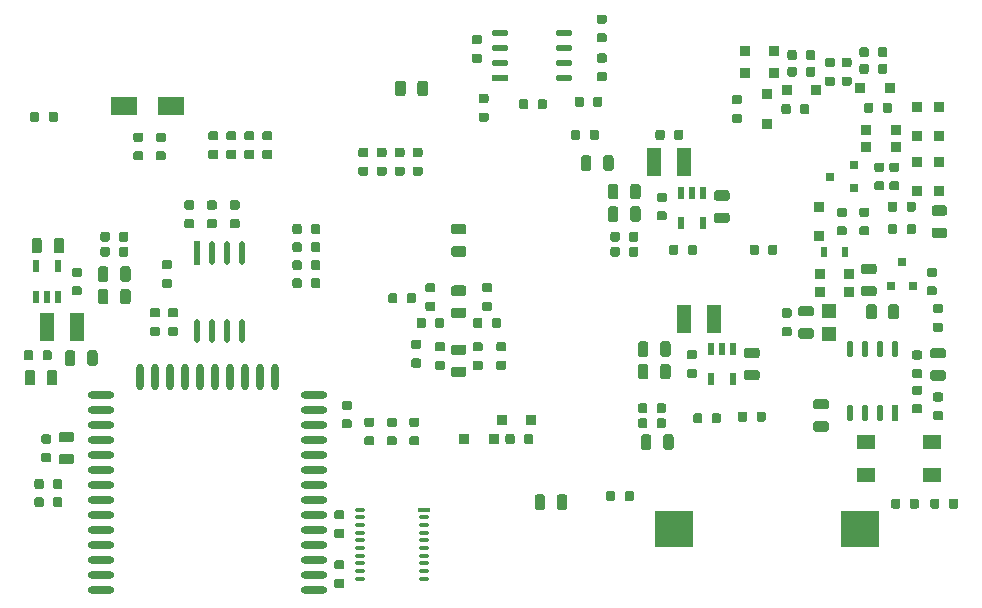
<source format=gbp>
G04 #@! TF.GenerationSoftware,KiCad,Pcbnew,5.0.2+dfsg1-1*
G04 #@! TF.CreationDate,2019-05-27T16:36:50+02:00*
G04 #@! TF.ProjectId,ulx3s,756c7833-732e-46b6-9963-61645f706362,v3.0.7*
G04 #@! TF.SameCoordinates,Original*
G04 #@! TF.FileFunction,Paste,Bot*
G04 #@! TF.FilePolarity,Positive*
%FSLAX46Y46*%
G04 Gerber Fmt 4.6, Leading zero omitted, Abs format (unit mm)*
G04 Created by KiCad (PCBNEW 5.0.2+dfsg1-1) date ponedjeljak, 27. svibnja 2019. 16:36:50 CEST*
%MOMM*%
%LPD*%
G01*
G04 APERTURE LIST*
%ADD10O,2.246000X0.646000*%
%ADD11O,0.646000X2.246000*%
%ADD12O,1.000000X0.300000*%
%ADD13R,1.000000X0.300000*%
%ADD14R,1.200000X2.400000*%
%ADD15R,1.600000X1.200000*%
%ADD16R,3.300000X3.100000*%
%ADD17C,0.100000*%
%ADD18C,0.875000*%
%ADD19C,0.775000*%
%ADD20R,0.800000X0.700000*%
%ADD21R,0.900000X0.900000*%
%ADD22R,0.600000X1.100000*%
%ADD23R,0.500000X1.450000*%
%ADD24O,0.500000X1.450000*%
%ADD25R,1.450000X0.500000*%
%ADD26O,1.450000X0.500000*%
%ADD27R,0.500000X2.000000*%
%ADD28O,0.500000X2.000000*%
%ADD29R,0.570000X0.900000*%
%ADD30R,2.200000X1.500000*%
%ADD31R,0.700000X0.800000*%
%ADD32R,1.300000X1.195000*%
G04 APERTURE END LIST*
D10*
G04 #@! TO.C,U9*
X126230000Y-111000000D03*
X126230000Y-109730000D03*
X126230000Y-108460000D03*
X126230000Y-107190000D03*
X126230000Y-105920000D03*
X126230000Y-104650000D03*
X126230000Y-103380000D03*
X126230000Y-102110000D03*
X126230000Y-100840000D03*
X126230000Y-99570000D03*
X126230000Y-98300000D03*
X126230000Y-97030000D03*
X126230000Y-95760000D03*
X126230000Y-94490000D03*
D11*
X122945000Y-93000000D03*
X121675000Y-93000000D03*
X120405000Y-93000000D03*
X119135000Y-93000000D03*
X117865000Y-93000000D03*
X116595000Y-93000000D03*
X115325000Y-93000000D03*
X114055000Y-93000000D03*
X112785000Y-93000000D03*
X111515000Y-93000000D03*
D10*
X108230000Y-94490000D03*
X108230000Y-95760000D03*
X108230000Y-97030000D03*
X108230000Y-98300000D03*
X108230000Y-99570000D03*
X108230000Y-100840000D03*
X108230000Y-102110000D03*
X108230000Y-103380000D03*
X108230000Y-104650000D03*
X108230000Y-105920000D03*
X108230000Y-107190000D03*
X108230000Y-108460000D03*
X108230000Y-109730000D03*
X108230000Y-111000000D03*
G04 #@! TD*
D12*
G04 #@! TO.C,U6*
X130135000Y-104215000D03*
X130135000Y-104865000D03*
X130135000Y-105515000D03*
X130135000Y-106165000D03*
X130135000Y-106815000D03*
X130135000Y-107465000D03*
X130135000Y-108115000D03*
X130135000Y-108765000D03*
X130135000Y-109415000D03*
X130135000Y-110065000D03*
X135535000Y-110065000D03*
X135535000Y-109415000D03*
X135535000Y-108765000D03*
X135535000Y-108115000D03*
X135535000Y-107465000D03*
X135535000Y-106815000D03*
X135535000Y-106165000D03*
X135535000Y-105515000D03*
X135535000Y-104865000D03*
D13*
X135535000Y-104215000D03*
G04 #@! TD*
D14*
G04 #@! TO.C,L3*
X157600000Y-74755000D03*
X155060000Y-74755000D03*
G04 #@! TD*
G04 #@! TO.C,L1*
X160140000Y-88090000D03*
X157600000Y-88090000D03*
G04 #@! TD*
G04 #@! TO.C,L2*
X103625000Y-88725000D03*
X106165000Y-88725000D03*
G04 #@! TD*
D15*
G04 #@! TO.C,Y2*
X178576000Y-98522000D03*
X172976000Y-98522000D03*
X172976000Y-101322000D03*
X178576000Y-101322000D03*
G04 #@! TD*
D16*
G04 #@! TO.C,BAT1*
X172485000Y-105870000D03*
X156685000Y-105870000D03*
G04 #@! TD*
D17*
G04 #@! TO.C,C1*
G36*
X104881191Y-81236053D02*
X104902426Y-81239203D01*
X104923250Y-81244419D01*
X104943462Y-81251651D01*
X104962868Y-81260830D01*
X104981281Y-81271866D01*
X104998524Y-81284654D01*
X105014430Y-81299070D01*
X105028846Y-81314976D01*
X105041634Y-81332219D01*
X105052670Y-81350632D01*
X105061849Y-81370038D01*
X105069081Y-81390250D01*
X105074297Y-81411074D01*
X105077447Y-81432309D01*
X105078500Y-81453750D01*
X105078500Y-82316250D01*
X105077447Y-82337691D01*
X105074297Y-82358926D01*
X105069081Y-82379750D01*
X105061849Y-82399962D01*
X105052670Y-82419368D01*
X105041634Y-82437781D01*
X105028846Y-82455024D01*
X105014430Y-82470930D01*
X104998524Y-82485346D01*
X104981281Y-82498134D01*
X104962868Y-82509170D01*
X104943462Y-82518349D01*
X104923250Y-82525581D01*
X104902426Y-82530797D01*
X104881191Y-82533947D01*
X104859750Y-82535000D01*
X104422250Y-82535000D01*
X104400809Y-82533947D01*
X104379574Y-82530797D01*
X104358750Y-82525581D01*
X104338538Y-82518349D01*
X104319132Y-82509170D01*
X104300719Y-82498134D01*
X104283476Y-82485346D01*
X104267570Y-82470930D01*
X104253154Y-82455024D01*
X104240366Y-82437781D01*
X104229330Y-82419368D01*
X104220151Y-82399962D01*
X104212919Y-82379750D01*
X104207703Y-82358926D01*
X104204553Y-82337691D01*
X104203500Y-82316250D01*
X104203500Y-81453750D01*
X104204553Y-81432309D01*
X104207703Y-81411074D01*
X104212919Y-81390250D01*
X104220151Y-81370038D01*
X104229330Y-81350632D01*
X104240366Y-81332219D01*
X104253154Y-81314976D01*
X104267570Y-81299070D01*
X104283476Y-81284654D01*
X104300719Y-81271866D01*
X104319132Y-81260830D01*
X104338538Y-81251651D01*
X104358750Y-81244419D01*
X104379574Y-81239203D01*
X104400809Y-81236053D01*
X104422250Y-81235000D01*
X104859750Y-81235000D01*
X104881191Y-81236053D01*
X104881191Y-81236053D01*
G37*
D18*
X104641000Y-81885000D03*
D17*
G36*
X103006191Y-81236053D02*
X103027426Y-81239203D01*
X103048250Y-81244419D01*
X103068462Y-81251651D01*
X103087868Y-81260830D01*
X103106281Y-81271866D01*
X103123524Y-81284654D01*
X103139430Y-81299070D01*
X103153846Y-81314976D01*
X103166634Y-81332219D01*
X103177670Y-81350632D01*
X103186849Y-81370038D01*
X103194081Y-81390250D01*
X103199297Y-81411074D01*
X103202447Y-81432309D01*
X103203500Y-81453750D01*
X103203500Y-82316250D01*
X103202447Y-82337691D01*
X103199297Y-82358926D01*
X103194081Y-82379750D01*
X103186849Y-82399962D01*
X103177670Y-82419368D01*
X103166634Y-82437781D01*
X103153846Y-82455024D01*
X103139430Y-82470930D01*
X103123524Y-82485346D01*
X103106281Y-82498134D01*
X103087868Y-82509170D01*
X103068462Y-82518349D01*
X103048250Y-82525581D01*
X103027426Y-82530797D01*
X103006191Y-82533947D01*
X102984750Y-82535000D01*
X102547250Y-82535000D01*
X102525809Y-82533947D01*
X102504574Y-82530797D01*
X102483750Y-82525581D01*
X102463538Y-82518349D01*
X102444132Y-82509170D01*
X102425719Y-82498134D01*
X102408476Y-82485346D01*
X102392570Y-82470930D01*
X102378154Y-82455024D01*
X102365366Y-82437781D01*
X102354330Y-82419368D01*
X102345151Y-82399962D01*
X102337919Y-82379750D01*
X102332703Y-82358926D01*
X102329553Y-82337691D01*
X102328500Y-82316250D01*
X102328500Y-81453750D01*
X102329553Y-81432309D01*
X102332703Y-81411074D01*
X102337919Y-81390250D01*
X102345151Y-81370038D01*
X102354330Y-81350632D01*
X102365366Y-81332219D01*
X102378154Y-81314976D01*
X102392570Y-81299070D01*
X102408476Y-81284654D01*
X102425719Y-81271866D01*
X102444132Y-81260830D01*
X102463538Y-81251651D01*
X102483750Y-81244419D01*
X102504574Y-81239203D01*
X102525809Y-81236053D01*
X102547250Y-81235000D01*
X102984750Y-81235000D01*
X103006191Y-81236053D01*
X103006191Y-81236053D01*
G37*
D18*
X102766000Y-81885000D03*
G04 #@! TD*
D17*
G04 #@! TO.C,R9*
G36*
X128640241Y-110080933D02*
X128659049Y-110083723D01*
X128677493Y-110088343D01*
X128695395Y-110094748D01*
X128712583Y-110102878D01*
X128728892Y-110112653D01*
X128744164Y-110123979D01*
X128758252Y-110136748D01*
X128771021Y-110150836D01*
X128782347Y-110166108D01*
X128792122Y-110182417D01*
X128800252Y-110199605D01*
X128806657Y-110217507D01*
X128811277Y-110235951D01*
X128814067Y-110254759D01*
X128815000Y-110273750D01*
X128815000Y-110661250D01*
X128814067Y-110680241D01*
X128811277Y-110699049D01*
X128806657Y-110717493D01*
X128800252Y-110735395D01*
X128792122Y-110752583D01*
X128782347Y-110768892D01*
X128771021Y-110784164D01*
X128758252Y-110798252D01*
X128744164Y-110811021D01*
X128728892Y-110822347D01*
X128712583Y-110832122D01*
X128695395Y-110840252D01*
X128677493Y-110846657D01*
X128659049Y-110851277D01*
X128640241Y-110854067D01*
X128621250Y-110855000D01*
X128158750Y-110855000D01*
X128139759Y-110854067D01*
X128120951Y-110851277D01*
X128102507Y-110846657D01*
X128084605Y-110840252D01*
X128067417Y-110832122D01*
X128051108Y-110822347D01*
X128035836Y-110811021D01*
X128021748Y-110798252D01*
X128008979Y-110784164D01*
X127997653Y-110768892D01*
X127987878Y-110752583D01*
X127979748Y-110735395D01*
X127973343Y-110717493D01*
X127968723Y-110699049D01*
X127965933Y-110680241D01*
X127965000Y-110661250D01*
X127965000Y-110273750D01*
X127965933Y-110254759D01*
X127968723Y-110235951D01*
X127973343Y-110217507D01*
X127979748Y-110199605D01*
X127987878Y-110182417D01*
X127997653Y-110166108D01*
X128008979Y-110150836D01*
X128021748Y-110136748D01*
X128035836Y-110123979D01*
X128051108Y-110112653D01*
X128067417Y-110102878D01*
X128084605Y-110094748D01*
X128102507Y-110088343D01*
X128120951Y-110083723D01*
X128139759Y-110080933D01*
X128158750Y-110080000D01*
X128621250Y-110080000D01*
X128640241Y-110080933D01*
X128640241Y-110080933D01*
G37*
D19*
X128390000Y-110467500D03*
D17*
G36*
X128640241Y-108505933D02*
X128659049Y-108508723D01*
X128677493Y-108513343D01*
X128695395Y-108519748D01*
X128712583Y-108527878D01*
X128728892Y-108537653D01*
X128744164Y-108548979D01*
X128758252Y-108561748D01*
X128771021Y-108575836D01*
X128782347Y-108591108D01*
X128792122Y-108607417D01*
X128800252Y-108624605D01*
X128806657Y-108642507D01*
X128811277Y-108660951D01*
X128814067Y-108679759D01*
X128815000Y-108698750D01*
X128815000Y-109086250D01*
X128814067Y-109105241D01*
X128811277Y-109124049D01*
X128806657Y-109142493D01*
X128800252Y-109160395D01*
X128792122Y-109177583D01*
X128782347Y-109193892D01*
X128771021Y-109209164D01*
X128758252Y-109223252D01*
X128744164Y-109236021D01*
X128728892Y-109247347D01*
X128712583Y-109257122D01*
X128695395Y-109265252D01*
X128677493Y-109271657D01*
X128659049Y-109276277D01*
X128640241Y-109279067D01*
X128621250Y-109280000D01*
X128158750Y-109280000D01*
X128139759Y-109279067D01*
X128120951Y-109276277D01*
X128102507Y-109271657D01*
X128084605Y-109265252D01*
X128067417Y-109257122D01*
X128051108Y-109247347D01*
X128035836Y-109236021D01*
X128021748Y-109223252D01*
X128008979Y-109209164D01*
X127997653Y-109193892D01*
X127987878Y-109177583D01*
X127979748Y-109160395D01*
X127973343Y-109142493D01*
X127968723Y-109124049D01*
X127965933Y-109105241D01*
X127965000Y-109086250D01*
X127965000Y-108698750D01*
X127965933Y-108679759D01*
X127968723Y-108660951D01*
X127973343Y-108642507D01*
X127979748Y-108624605D01*
X127987878Y-108607417D01*
X127997653Y-108591108D01*
X128008979Y-108575836D01*
X128021748Y-108561748D01*
X128035836Y-108548979D01*
X128051108Y-108537653D01*
X128067417Y-108527878D01*
X128084605Y-108519748D01*
X128102507Y-108513343D01*
X128120951Y-108508723D01*
X128139759Y-108505933D01*
X128158750Y-108505000D01*
X128621250Y-108505000D01*
X128640241Y-108505933D01*
X128640241Y-108505933D01*
G37*
D19*
X128390000Y-108892500D03*
G04 #@! TD*
D17*
G04 #@! TO.C,R56*
G36*
X128640241Y-104271933D02*
X128659049Y-104274723D01*
X128677493Y-104279343D01*
X128695395Y-104285748D01*
X128712583Y-104293878D01*
X128728892Y-104303653D01*
X128744164Y-104314979D01*
X128758252Y-104327748D01*
X128771021Y-104341836D01*
X128782347Y-104357108D01*
X128792122Y-104373417D01*
X128800252Y-104390605D01*
X128806657Y-104408507D01*
X128811277Y-104426951D01*
X128814067Y-104445759D01*
X128815000Y-104464750D01*
X128815000Y-104852250D01*
X128814067Y-104871241D01*
X128811277Y-104890049D01*
X128806657Y-104908493D01*
X128800252Y-104926395D01*
X128792122Y-104943583D01*
X128782347Y-104959892D01*
X128771021Y-104975164D01*
X128758252Y-104989252D01*
X128744164Y-105002021D01*
X128728892Y-105013347D01*
X128712583Y-105023122D01*
X128695395Y-105031252D01*
X128677493Y-105037657D01*
X128659049Y-105042277D01*
X128640241Y-105045067D01*
X128621250Y-105046000D01*
X128158750Y-105046000D01*
X128139759Y-105045067D01*
X128120951Y-105042277D01*
X128102507Y-105037657D01*
X128084605Y-105031252D01*
X128067417Y-105023122D01*
X128051108Y-105013347D01*
X128035836Y-105002021D01*
X128021748Y-104989252D01*
X128008979Y-104975164D01*
X127997653Y-104959892D01*
X127987878Y-104943583D01*
X127979748Y-104926395D01*
X127973343Y-104908493D01*
X127968723Y-104890049D01*
X127965933Y-104871241D01*
X127965000Y-104852250D01*
X127965000Y-104464750D01*
X127965933Y-104445759D01*
X127968723Y-104426951D01*
X127973343Y-104408507D01*
X127979748Y-104390605D01*
X127987878Y-104373417D01*
X127997653Y-104357108D01*
X128008979Y-104341836D01*
X128021748Y-104327748D01*
X128035836Y-104314979D01*
X128051108Y-104303653D01*
X128067417Y-104293878D01*
X128084605Y-104285748D01*
X128102507Y-104279343D01*
X128120951Y-104274723D01*
X128139759Y-104271933D01*
X128158750Y-104271000D01*
X128621250Y-104271000D01*
X128640241Y-104271933D01*
X128640241Y-104271933D01*
G37*
D19*
X128390000Y-104658500D03*
D17*
G36*
X128640241Y-105846933D02*
X128659049Y-105849723D01*
X128677493Y-105854343D01*
X128695395Y-105860748D01*
X128712583Y-105868878D01*
X128728892Y-105878653D01*
X128744164Y-105889979D01*
X128758252Y-105902748D01*
X128771021Y-105916836D01*
X128782347Y-105932108D01*
X128792122Y-105948417D01*
X128800252Y-105965605D01*
X128806657Y-105983507D01*
X128811277Y-106001951D01*
X128814067Y-106020759D01*
X128815000Y-106039750D01*
X128815000Y-106427250D01*
X128814067Y-106446241D01*
X128811277Y-106465049D01*
X128806657Y-106483493D01*
X128800252Y-106501395D01*
X128792122Y-106518583D01*
X128782347Y-106534892D01*
X128771021Y-106550164D01*
X128758252Y-106564252D01*
X128744164Y-106577021D01*
X128728892Y-106588347D01*
X128712583Y-106598122D01*
X128695395Y-106606252D01*
X128677493Y-106612657D01*
X128659049Y-106617277D01*
X128640241Y-106620067D01*
X128621250Y-106621000D01*
X128158750Y-106621000D01*
X128139759Y-106620067D01*
X128120951Y-106617277D01*
X128102507Y-106612657D01*
X128084605Y-106606252D01*
X128067417Y-106598122D01*
X128051108Y-106588347D01*
X128035836Y-106577021D01*
X128021748Y-106564252D01*
X128008979Y-106550164D01*
X127997653Y-106534892D01*
X127987878Y-106518583D01*
X127979748Y-106501395D01*
X127973343Y-106483493D01*
X127968723Y-106465049D01*
X127965933Y-106446241D01*
X127965000Y-106427250D01*
X127965000Y-106039750D01*
X127965933Y-106020759D01*
X127968723Y-106001951D01*
X127973343Y-105983507D01*
X127979748Y-105965605D01*
X127987878Y-105948417D01*
X127997653Y-105932108D01*
X128008979Y-105916836D01*
X128021748Y-105902748D01*
X128035836Y-105889979D01*
X128051108Y-105878653D01*
X128067417Y-105868878D01*
X128084605Y-105860748D01*
X128102507Y-105854343D01*
X128120951Y-105849723D01*
X128139759Y-105846933D01*
X128158750Y-105846000D01*
X128621250Y-105846000D01*
X128640241Y-105846933D01*
X128640241Y-105846933D01*
G37*
D19*
X128390000Y-106233500D03*
G04 #@! TD*
D17*
G04 #@! TO.C,R55*
G36*
X134990241Y-98015933D02*
X135009049Y-98018723D01*
X135027493Y-98023343D01*
X135045395Y-98029748D01*
X135062583Y-98037878D01*
X135078892Y-98047653D01*
X135094164Y-98058979D01*
X135108252Y-98071748D01*
X135121021Y-98085836D01*
X135132347Y-98101108D01*
X135142122Y-98117417D01*
X135150252Y-98134605D01*
X135156657Y-98152507D01*
X135161277Y-98170951D01*
X135164067Y-98189759D01*
X135165000Y-98208750D01*
X135165000Y-98596250D01*
X135164067Y-98615241D01*
X135161277Y-98634049D01*
X135156657Y-98652493D01*
X135150252Y-98670395D01*
X135142122Y-98687583D01*
X135132347Y-98703892D01*
X135121021Y-98719164D01*
X135108252Y-98733252D01*
X135094164Y-98746021D01*
X135078892Y-98757347D01*
X135062583Y-98767122D01*
X135045395Y-98775252D01*
X135027493Y-98781657D01*
X135009049Y-98786277D01*
X134990241Y-98789067D01*
X134971250Y-98790000D01*
X134508750Y-98790000D01*
X134489759Y-98789067D01*
X134470951Y-98786277D01*
X134452507Y-98781657D01*
X134434605Y-98775252D01*
X134417417Y-98767122D01*
X134401108Y-98757347D01*
X134385836Y-98746021D01*
X134371748Y-98733252D01*
X134358979Y-98719164D01*
X134347653Y-98703892D01*
X134337878Y-98687583D01*
X134329748Y-98670395D01*
X134323343Y-98652493D01*
X134318723Y-98634049D01*
X134315933Y-98615241D01*
X134315000Y-98596250D01*
X134315000Y-98208750D01*
X134315933Y-98189759D01*
X134318723Y-98170951D01*
X134323343Y-98152507D01*
X134329748Y-98134605D01*
X134337878Y-98117417D01*
X134347653Y-98101108D01*
X134358979Y-98085836D01*
X134371748Y-98071748D01*
X134385836Y-98058979D01*
X134401108Y-98047653D01*
X134417417Y-98037878D01*
X134434605Y-98029748D01*
X134452507Y-98023343D01*
X134470951Y-98018723D01*
X134489759Y-98015933D01*
X134508750Y-98015000D01*
X134971250Y-98015000D01*
X134990241Y-98015933D01*
X134990241Y-98015933D01*
G37*
D19*
X134740000Y-98402500D03*
D17*
G36*
X134990241Y-96440933D02*
X135009049Y-96443723D01*
X135027493Y-96448343D01*
X135045395Y-96454748D01*
X135062583Y-96462878D01*
X135078892Y-96472653D01*
X135094164Y-96483979D01*
X135108252Y-96496748D01*
X135121021Y-96510836D01*
X135132347Y-96526108D01*
X135142122Y-96542417D01*
X135150252Y-96559605D01*
X135156657Y-96577507D01*
X135161277Y-96595951D01*
X135164067Y-96614759D01*
X135165000Y-96633750D01*
X135165000Y-97021250D01*
X135164067Y-97040241D01*
X135161277Y-97059049D01*
X135156657Y-97077493D01*
X135150252Y-97095395D01*
X135142122Y-97112583D01*
X135132347Y-97128892D01*
X135121021Y-97144164D01*
X135108252Y-97158252D01*
X135094164Y-97171021D01*
X135078892Y-97182347D01*
X135062583Y-97192122D01*
X135045395Y-97200252D01*
X135027493Y-97206657D01*
X135009049Y-97211277D01*
X134990241Y-97214067D01*
X134971250Y-97215000D01*
X134508750Y-97215000D01*
X134489759Y-97214067D01*
X134470951Y-97211277D01*
X134452507Y-97206657D01*
X134434605Y-97200252D01*
X134417417Y-97192122D01*
X134401108Y-97182347D01*
X134385836Y-97171021D01*
X134371748Y-97158252D01*
X134358979Y-97144164D01*
X134347653Y-97128892D01*
X134337878Y-97112583D01*
X134329748Y-97095395D01*
X134323343Y-97077493D01*
X134318723Y-97059049D01*
X134315933Y-97040241D01*
X134315000Y-97021250D01*
X134315000Y-96633750D01*
X134315933Y-96614759D01*
X134318723Y-96595951D01*
X134323343Y-96577507D01*
X134329748Y-96559605D01*
X134337878Y-96542417D01*
X134347653Y-96526108D01*
X134358979Y-96510836D01*
X134371748Y-96496748D01*
X134385836Y-96483979D01*
X134401108Y-96472653D01*
X134417417Y-96462878D01*
X134434605Y-96454748D01*
X134452507Y-96448343D01*
X134470951Y-96443723D01*
X134489759Y-96440933D01*
X134508750Y-96440000D01*
X134971250Y-96440000D01*
X134990241Y-96440933D01*
X134990241Y-96440933D01*
G37*
D19*
X134740000Y-96827500D03*
G04 #@! TD*
D17*
G04 #@! TO.C,R32*
G36*
X133085241Y-96440933D02*
X133104049Y-96443723D01*
X133122493Y-96448343D01*
X133140395Y-96454748D01*
X133157583Y-96462878D01*
X133173892Y-96472653D01*
X133189164Y-96483979D01*
X133203252Y-96496748D01*
X133216021Y-96510836D01*
X133227347Y-96526108D01*
X133237122Y-96542417D01*
X133245252Y-96559605D01*
X133251657Y-96577507D01*
X133256277Y-96595951D01*
X133259067Y-96614759D01*
X133260000Y-96633750D01*
X133260000Y-97021250D01*
X133259067Y-97040241D01*
X133256277Y-97059049D01*
X133251657Y-97077493D01*
X133245252Y-97095395D01*
X133237122Y-97112583D01*
X133227347Y-97128892D01*
X133216021Y-97144164D01*
X133203252Y-97158252D01*
X133189164Y-97171021D01*
X133173892Y-97182347D01*
X133157583Y-97192122D01*
X133140395Y-97200252D01*
X133122493Y-97206657D01*
X133104049Y-97211277D01*
X133085241Y-97214067D01*
X133066250Y-97215000D01*
X132603750Y-97215000D01*
X132584759Y-97214067D01*
X132565951Y-97211277D01*
X132547507Y-97206657D01*
X132529605Y-97200252D01*
X132512417Y-97192122D01*
X132496108Y-97182347D01*
X132480836Y-97171021D01*
X132466748Y-97158252D01*
X132453979Y-97144164D01*
X132442653Y-97128892D01*
X132432878Y-97112583D01*
X132424748Y-97095395D01*
X132418343Y-97077493D01*
X132413723Y-97059049D01*
X132410933Y-97040241D01*
X132410000Y-97021250D01*
X132410000Y-96633750D01*
X132410933Y-96614759D01*
X132413723Y-96595951D01*
X132418343Y-96577507D01*
X132424748Y-96559605D01*
X132432878Y-96542417D01*
X132442653Y-96526108D01*
X132453979Y-96510836D01*
X132466748Y-96496748D01*
X132480836Y-96483979D01*
X132496108Y-96472653D01*
X132512417Y-96462878D01*
X132529605Y-96454748D01*
X132547507Y-96448343D01*
X132565951Y-96443723D01*
X132584759Y-96440933D01*
X132603750Y-96440000D01*
X133066250Y-96440000D01*
X133085241Y-96440933D01*
X133085241Y-96440933D01*
G37*
D19*
X132835000Y-96827500D03*
D17*
G36*
X133085241Y-98015933D02*
X133104049Y-98018723D01*
X133122493Y-98023343D01*
X133140395Y-98029748D01*
X133157583Y-98037878D01*
X133173892Y-98047653D01*
X133189164Y-98058979D01*
X133203252Y-98071748D01*
X133216021Y-98085836D01*
X133227347Y-98101108D01*
X133237122Y-98117417D01*
X133245252Y-98134605D01*
X133251657Y-98152507D01*
X133256277Y-98170951D01*
X133259067Y-98189759D01*
X133260000Y-98208750D01*
X133260000Y-98596250D01*
X133259067Y-98615241D01*
X133256277Y-98634049D01*
X133251657Y-98652493D01*
X133245252Y-98670395D01*
X133237122Y-98687583D01*
X133227347Y-98703892D01*
X133216021Y-98719164D01*
X133203252Y-98733252D01*
X133189164Y-98746021D01*
X133173892Y-98757347D01*
X133157583Y-98767122D01*
X133140395Y-98775252D01*
X133122493Y-98781657D01*
X133104049Y-98786277D01*
X133085241Y-98789067D01*
X133066250Y-98790000D01*
X132603750Y-98790000D01*
X132584759Y-98789067D01*
X132565951Y-98786277D01*
X132547507Y-98781657D01*
X132529605Y-98775252D01*
X132512417Y-98767122D01*
X132496108Y-98757347D01*
X132480836Y-98746021D01*
X132466748Y-98733252D01*
X132453979Y-98719164D01*
X132442653Y-98703892D01*
X132432878Y-98687583D01*
X132424748Y-98670395D01*
X132418343Y-98652493D01*
X132413723Y-98634049D01*
X132410933Y-98615241D01*
X132410000Y-98596250D01*
X132410000Y-98208750D01*
X132410933Y-98189759D01*
X132413723Y-98170951D01*
X132418343Y-98152507D01*
X132424748Y-98134605D01*
X132432878Y-98117417D01*
X132442653Y-98101108D01*
X132453979Y-98085836D01*
X132466748Y-98071748D01*
X132480836Y-98058979D01*
X132496108Y-98047653D01*
X132512417Y-98037878D01*
X132529605Y-98029748D01*
X132547507Y-98023343D01*
X132565951Y-98018723D01*
X132584759Y-98015933D01*
X132603750Y-98015000D01*
X133066250Y-98015000D01*
X133085241Y-98015933D01*
X133085241Y-98015933D01*
G37*
D19*
X132835000Y-98402500D03*
G04 #@! TD*
D17*
G04 #@! TO.C,R33*
G36*
X131180241Y-96440933D02*
X131199049Y-96443723D01*
X131217493Y-96448343D01*
X131235395Y-96454748D01*
X131252583Y-96462878D01*
X131268892Y-96472653D01*
X131284164Y-96483979D01*
X131298252Y-96496748D01*
X131311021Y-96510836D01*
X131322347Y-96526108D01*
X131332122Y-96542417D01*
X131340252Y-96559605D01*
X131346657Y-96577507D01*
X131351277Y-96595951D01*
X131354067Y-96614759D01*
X131355000Y-96633750D01*
X131355000Y-97021250D01*
X131354067Y-97040241D01*
X131351277Y-97059049D01*
X131346657Y-97077493D01*
X131340252Y-97095395D01*
X131332122Y-97112583D01*
X131322347Y-97128892D01*
X131311021Y-97144164D01*
X131298252Y-97158252D01*
X131284164Y-97171021D01*
X131268892Y-97182347D01*
X131252583Y-97192122D01*
X131235395Y-97200252D01*
X131217493Y-97206657D01*
X131199049Y-97211277D01*
X131180241Y-97214067D01*
X131161250Y-97215000D01*
X130698750Y-97215000D01*
X130679759Y-97214067D01*
X130660951Y-97211277D01*
X130642507Y-97206657D01*
X130624605Y-97200252D01*
X130607417Y-97192122D01*
X130591108Y-97182347D01*
X130575836Y-97171021D01*
X130561748Y-97158252D01*
X130548979Y-97144164D01*
X130537653Y-97128892D01*
X130527878Y-97112583D01*
X130519748Y-97095395D01*
X130513343Y-97077493D01*
X130508723Y-97059049D01*
X130505933Y-97040241D01*
X130505000Y-97021250D01*
X130505000Y-96633750D01*
X130505933Y-96614759D01*
X130508723Y-96595951D01*
X130513343Y-96577507D01*
X130519748Y-96559605D01*
X130527878Y-96542417D01*
X130537653Y-96526108D01*
X130548979Y-96510836D01*
X130561748Y-96496748D01*
X130575836Y-96483979D01*
X130591108Y-96472653D01*
X130607417Y-96462878D01*
X130624605Y-96454748D01*
X130642507Y-96448343D01*
X130660951Y-96443723D01*
X130679759Y-96440933D01*
X130698750Y-96440000D01*
X131161250Y-96440000D01*
X131180241Y-96440933D01*
X131180241Y-96440933D01*
G37*
D19*
X130930000Y-96827500D03*
D17*
G36*
X131180241Y-98015933D02*
X131199049Y-98018723D01*
X131217493Y-98023343D01*
X131235395Y-98029748D01*
X131252583Y-98037878D01*
X131268892Y-98047653D01*
X131284164Y-98058979D01*
X131298252Y-98071748D01*
X131311021Y-98085836D01*
X131322347Y-98101108D01*
X131332122Y-98117417D01*
X131340252Y-98134605D01*
X131346657Y-98152507D01*
X131351277Y-98170951D01*
X131354067Y-98189759D01*
X131355000Y-98208750D01*
X131355000Y-98596250D01*
X131354067Y-98615241D01*
X131351277Y-98634049D01*
X131346657Y-98652493D01*
X131340252Y-98670395D01*
X131332122Y-98687583D01*
X131322347Y-98703892D01*
X131311021Y-98719164D01*
X131298252Y-98733252D01*
X131284164Y-98746021D01*
X131268892Y-98757347D01*
X131252583Y-98767122D01*
X131235395Y-98775252D01*
X131217493Y-98781657D01*
X131199049Y-98786277D01*
X131180241Y-98789067D01*
X131161250Y-98790000D01*
X130698750Y-98790000D01*
X130679759Y-98789067D01*
X130660951Y-98786277D01*
X130642507Y-98781657D01*
X130624605Y-98775252D01*
X130607417Y-98767122D01*
X130591108Y-98757347D01*
X130575836Y-98746021D01*
X130561748Y-98733252D01*
X130548979Y-98719164D01*
X130537653Y-98703892D01*
X130527878Y-98687583D01*
X130519748Y-98670395D01*
X130513343Y-98652493D01*
X130508723Y-98634049D01*
X130505933Y-98615241D01*
X130505000Y-98596250D01*
X130505000Y-98208750D01*
X130505933Y-98189759D01*
X130508723Y-98170951D01*
X130513343Y-98152507D01*
X130519748Y-98134605D01*
X130527878Y-98117417D01*
X130537653Y-98101108D01*
X130548979Y-98085836D01*
X130561748Y-98071748D01*
X130575836Y-98058979D01*
X130591108Y-98047653D01*
X130607417Y-98037878D01*
X130624605Y-98029748D01*
X130642507Y-98023343D01*
X130660951Y-98018723D01*
X130679759Y-98015933D01*
X130698750Y-98015000D01*
X131161250Y-98015000D01*
X131180241Y-98015933D01*
X131180241Y-98015933D01*
G37*
D19*
X130930000Y-98402500D03*
G04 #@! TD*
D17*
G04 #@! TO.C,R27*
G36*
X129275241Y-95000933D02*
X129294049Y-95003723D01*
X129312493Y-95008343D01*
X129330395Y-95014748D01*
X129347583Y-95022878D01*
X129363892Y-95032653D01*
X129379164Y-95043979D01*
X129393252Y-95056748D01*
X129406021Y-95070836D01*
X129417347Y-95086108D01*
X129427122Y-95102417D01*
X129435252Y-95119605D01*
X129441657Y-95137507D01*
X129446277Y-95155951D01*
X129449067Y-95174759D01*
X129450000Y-95193750D01*
X129450000Y-95581250D01*
X129449067Y-95600241D01*
X129446277Y-95619049D01*
X129441657Y-95637493D01*
X129435252Y-95655395D01*
X129427122Y-95672583D01*
X129417347Y-95688892D01*
X129406021Y-95704164D01*
X129393252Y-95718252D01*
X129379164Y-95731021D01*
X129363892Y-95742347D01*
X129347583Y-95752122D01*
X129330395Y-95760252D01*
X129312493Y-95766657D01*
X129294049Y-95771277D01*
X129275241Y-95774067D01*
X129256250Y-95775000D01*
X128793750Y-95775000D01*
X128774759Y-95774067D01*
X128755951Y-95771277D01*
X128737507Y-95766657D01*
X128719605Y-95760252D01*
X128702417Y-95752122D01*
X128686108Y-95742347D01*
X128670836Y-95731021D01*
X128656748Y-95718252D01*
X128643979Y-95704164D01*
X128632653Y-95688892D01*
X128622878Y-95672583D01*
X128614748Y-95655395D01*
X128608343Y-95637493D01*
X128603723Y-95619049D01*
X128600933Y-95600241D01*
X128600000Y-95581250D01*
X128600000Y-95193750D01*
X128600933Y-95174759D01*
X128603723Y-95155951D01*
X128608343Y-95137507D01*
X128614748Y-95119605D01*
X128622878Y-95102417D01*
X128632653Y-95086108D01*
X128643979Y-95070836D01*
X128656748Y-95056748D01*
X128670836Y-95043979D01*
X128686108Y-95032653D01*
X128702417Y-95022878D01*
X128719605Y-95014748D01*
X128737507Y-95008343D01*
X128755951Y-95003723D01*
X128774759Y-95000933D01*
X128793750Y-95000000D01*
X129256250Y-95000000D01*
X129275241Y-95000933D01*
X129275241Y-95000933D01*
G37*
D19*
X129025000Y-95387500D03*
D17*
G36*
X129275241Y-96575933D02*
X129294049Y-96578723D01*
X129312493Y-96583343D01*
X129330395Y-96589748D01*
X129347583Y-96597878D01*
X129363892Y-96607653D01*
X129379164Y-96618979D01*
X129393252Y-96631748D01*
X129406021Y-96645836D01*
X129417347Y-96661108D01*
X129427122Y-96677417D01*
X129435252Y-96694605D01*
X129441657Y-96712507D01*
X129446277Y-96730951D01*
X129449067Y-96749759D01*
X129450000Y-96768750D01*
X129450000Y-97156250D01*
X129449067Y-97175241D01*
X129446277Y-97194049D01*
X129441657Y-97212493D01*
X129435252Y-97230395D01*
X129427122Y-97247583D01*
X129417347Y-97263892D01*
X129406021Y-97279164D01*
X129393252Y-97293252D01*
X129379164Y-97306021D01*
X129363892Y-97317347D01*
X129347583Y-97327122D01*
X129330395Y-97335252D01*
X129312493Y-97341657D01*
X129294049Y-97346277D01*
X129275241Y-97349067D01*
X129256250Y-97350000D01*
X128793750Y-97350000D01*
X128774759Y-97349067D01*
X128755951Y-97346277D01*
X128737507Y-97341657D01*
X128719605Y-97335252D01*
X128702417Y-97327122D01*
X128686108Y-97317347D01*
X128670836Y-97306021D01*
X128656748Y-97293252D01*
X128643979Y-97279164D01*
X128632653Y-97263892D01*
X128622878Y-97247583D01*
X128614748Y-97230395D01*
X128608343Y-97212493D01*
X128603723Y-97194049D01*
X128600933Y-97175241D01*
X128600000Y-97156250D01*
X128600000Y-96768750D01*
X128600933Y-96749759D01*
X128603723Y-96730951D01*
X128608343Y-96712507D01*
X128614748Y-96694605D01*
X128622878Y-96677417D01*
X128632653Y-96661108D01*
X128643979Y-96645836D01*
X128656748Y-96631748D01*
X128670836Y-96618979D01*
X128686108Y-96607653D01*
X128702417Y-96597878D01*
X128719605Y-96589748D01*
X128737507Y-96583343D01*
X128755951Y-96578723D01*
X128774759Y-96575933D01*
X128793750Y-96575000D01*
X129256250Y-96575000D01*
X129275241Y-96575933D01*
X129275241Y-96575933D01*
G37*
D19*
X129025000Y-96962500D03*
G04 #@! TD*
D17*
G04 #@! TO.C,R40*
G36*
X168506241Y-65313933D02*
X168525049Y-65316723D01*
X168543493Y-65321343D01*
X168561395Y-65327748D01*
X168578583Y-65335878D01*
X168594892Y-65345653D01*
X168610164Y-65356979D01*
X168624252Y-65369748D01*
X168637021Y-65383836D01*
X168648347Y-65399108D01*
X168658122Y-65415417D01*
X168666252Y-65432605D01*
X168672657Y-65450507D01*
X168677277Y-65468951D01*
X168680067Y-65487759D01*
X168681000Y-65506750D01*
X168681000Y-65969250D01*
X168680067Y-65988241D01*
X168677277Y-66007049D01*
X168672657Y-66025493D01*
X168666252Y-66043395D01*
X168658122Y-66060583D01*
X168648347Y-66076892D01*
X168637021Y-66092164D01*
X168624252Y-66106252D01*
X168610164Y-66119021D01*
X168594892Y-66130347D01*
X168578583Y-66140122D01*
X168561395Y-66148252D01*
X168543493Y-66154657D01*
X168525049Y-66159277D01*
X168506241Y-66162067D01*
X168487250Y-66163000D01*
X168099750Y-66163000D01*
X168080759Y-66162067D01*
X168061951Y-66159277D01*
X168043507Y-66154657D01*
X168025605Y-66148252D01*
X168008417Y-66140122D01*
X167992108Y-66130347D01*
X167976836Y-66119021D01*
X167962748Y-66106252D01*
X167949979Y-66092164D01*
X167938653Y-66076892D01*
X167928878Y-66060583D01*
X167920748Y-66043395D01*
X167914343Y-66025493D01*
X167909723Y-66007049D01*
X167906933Y-65988241D01*
X167906000Y-65969250D01*
X167906000Y-65506750D01*
X167906933Y-65487759D01*
X167909723Y-65468951D01*
X167914343Y-65450507D01*
X167920748Y-65432605D01*
X167928878Y-65415417D01*
X167938653Y-65399108D01*
X167949979Y-65383836D01*
X167962748Y-65369748D01*
X167976836Y-65356979D01*
X167992108Y-65345653D01*
X168008417Y-65335878D01*
X168025605Y-65327748D01*
X168043507Y-65321343D01*
X168061951Y-65316723D01*
X168080759Y-65313933D01*
X168099750Y-65313000D01*
X168487250Y-65313000D01*
X168506241Y-65313933D01*
X168506241Y-65313933D01*
G37*
D19*
X168293500Y-65738000D03*
D17*
G36*
X166931241Y-65313933D02*
X166950049Y-65316723D01*
X166968493Y-65321343D01*
X166986395Y-65327748D01*
X167003583Y-65335878D01*
X167019892Y-65345653D01*
X167035164Y-65356979D01*
X167049252Y-65369748D01*
X167062021Y-65383836D01*
X167073347Y-65399108D01*
X167083122Y-65415417D01*
X167091252Y-65432605D01*
X167097657Y-65450507D01*
X167102277Y-65468951D01*
X167105067Y-65487759D01*
X167106000Y-65506750D01*
X167106000Y-65969250D01*
X167105067Y-65988241D01*
X167102277Y-66007049D01*
X167097657Y-66025493D01*
X167091252Y-66043395D01*
X167083122Y-66060583D01*
X167073347Y-66076892D01*
X167062021Y-66092164D01*
X167049252Y-66106252D01*
X167035164Y-66119021D01*
X167019892Y-66130347D01*
X167003583Y-66140122D01*
X166986395Y-66148252D01*
X166968493Y-66154657D01*
X166950049Y-66159277D01*
X166931241Y-66162067D01*
X166912250Y-66163000D01*
X166524750Y-66163000D01*
X166505759Y-66162067D01*
X166486951Y-66159277D01*
X166468507Y-66154657D01*
X166450605Y-66148252D01*
X166433417Y-66140122D01*
X166417108Y-66130347D01*
X166401836Y-66119021D01*
X166387748Y-66106252D01*
X166374979Y-66092164D01*
X166363653Y-66076892D01*
X166353878Y-66060583D01*
X166345748Y-66043395D01*
X166339343Y-66025493D01*
X166334723Y-66007049D01*
X166331933Y-65988241D01*
X166331000Y-65969250D01*
X166331000Y-65506750D01*
X166331933Y-65487759D01*
X166334723Y-65468951D01*
X166339343Y-65450507D01*
X166345748Y-65432605D01*
X166353878Y-65415417D01*
X166363653Y-65399108D01*
X166374979Y-65383836D01*
X166387748Y-65369748D01*
X166401836Y-65356979D01*
X166417108Y-65345653D01*
X166433417Y-65335878D01*
X166450605Y-65327748D01*
X166468507Y-65321343D01*
X166486951Y-65316723D01*
X166505759Y-65313933D01*
X166524750Y-65313000D01*
X166912250Y-65313000D01*
X166931241Y-65313933D01*
X166931241Y-65313933D01*
G37*
D19*
X166718500Y-65738000D03*
G04 #@! TD*
D17*
G04 #@! TO.C,R34*
G36*
X104752241Y-103175933D02*
X104771049Y-103178723D01*
X104789493Y-103183343D01*
X104807395Y-103189748D01*
X104824583Y-103197878D01*
X104840892Y-103207653D01*
X104856164Y-103218979D01*
X104870252Y-103231748D01*
X104883021Y-103245836D01*
X104894347Y-103261108D01*
X104904122Y-103277417D01*
X104912252Y-103294605D01*
X104918657Y-103312507D01*
X104923277Y-103330951D01*
X104926067Y-103349759D01*
X104927000Y-103368750D01*
X104927000Y-103831250D01*
X104926067Y-103850241D01*
X104923277Y-103869049D01*
X104918657Y-103887493D01*
X104912252Y-103905395D01*
X104904122Y-103922583D01*
X104894347Y-103938892D01*
X104883021Y-103954164D01*
X104870252Y-103968252D01*
X104856164Y-103981021D01*
X104840892Y-103992347D01*
X104824583Y-104002122D01*
X104807395Y-104010252D01*
X104789493Y-104016657D01*
X104771049Y-104021277D01*
X104752241Y-104024067D01*
X104733250Y-104025000D01*
X104345750Y-104025000D01*
X104326759Y-104024067D01*
X104307951Y-104021277D01*
X104289507Y-104016657D01*
X104271605Y-104010252D01*
X104254417Y-104002122D01*
X104238108Y-103992347D01*
X104222836Y-103981021D01*
X104208748Y-103968252D01*
X104195979Y-103954164D01*
X104184653Y-103938892D01*
X104174878Y-103922583D01*
X104166748Y-103905395D01*
X104160343Y-103887493D01*
X104155723Y-103869049D01*
X104152933Y-103850241D01*
X104152000Y-103831250D01*
X104152000Y-103368750D01*
X104152933Y-103349759D01*
X104155723Y-103330951D01*
X104160343Y-103312507D01*
X104166748Y-103294605D01*
X104174878Y-103277417D01*
X104184653Y-103261108D01*
X104195979Y-103245836D01*
X104208748Y-103231748D01*
X104222836Y-103218979D01*
X104238108Y-103207653D01*
X104254417Y-103197878D01*
X104271605Y-103189748D01*
X104289507Y-103183343D01*
X104307951Y-103178723D01*
X104326759Y-103175933D01*
X104345750Y-103175000D01*
X104733250Y-103175000D01*
X104752241Y-103175933D01*
X104752241Y-103175933D01*
G37*
D19*
X104539500Y-103600000D03*
D17*
G36*
X103177241Y-103175933D02*
X103196049Y-103178723D01*
X103214493Y-103183343D01*
X103232395Y-103189748D01*
X103249583Y-103197878D01*
X103265892Y-103207653D01*
X103281164Y-103218979D01*
X103295252Y-103231748D01*
X103308021Y-103245836D01*
X103319347Y-103261108D01*
X103329122Y-103277417D01*
X103337252Y-103294605D01*
X103343657Y-103312507D01*
X103348277Y-103330951D01*
X103351067Y-103349759D01*
X103352000Y-103368750D01*
X103352000Y-103831250D01*
X103351067Y-103850241D01*
X103348277Y-103869049D01*
X103343657Y-103887493D01*
X103337252Y-103905395D01*
X103329122Y-103922583D01*
X103319347Y-103938892D01*
X103308021Y-103954164D01*
X103295252Y-103968252D01*
X103281164Y-103981021D01*
X103265892Y-103992347D01*
X103249583Y-104002122D01*
X103232395Y-104010252D01*
X103214493Y-104016657D01*
X103196049Y-104021277D01*
X103177241Y-104024067D01*
X103158250Y-104025000D01*
X102770750Y-104025000D01*
X102751759Y-104024067D01*
X102732951Y-104021277D01*
X102714507Y-104016657D01*
X102696605Y-104010252D01*
X102679417Y-104002122D01*
X102663108Y-103992347D01*
X102647836Y-103981021D01*
X102633748Y-103968252D01*
X102620979Y-103954164D01*
X102609653Y-103938892D01*
X102599878Y-103922583D01*
X102591748Y-103905395D01*
X102585343Y-103887493D01*
X102580723Y-103869049D01*
X102577933Y-103850241D01*
X102577000Y-103831250D01*
X102577000Y-103368750D01*
X102577933Y-103349759D01*
X102580723Y-103330951D01*
X102585343Y-103312507D01*
X102591748Y-103294605D01*
X102599878Y-103277417D01*
X102609653Y-103261108D01*
X102620979Y-103245836D01*
X102633748Y-103231748D01*
X102647836Y-103218979D01*
X102663108Y-103207653D01*
X102679417Y-103197878D01*
X102696605Y-103189748D01*
X102714507Y-103183343D01*
X102732951Y-103178723D01*
X102751759Y-103175933D01*
X102770750Y-103175000D01*
X103158250Y-103175000D01*
X103177241Y-103175933D01*
X103177241Y-103175933D01*
G37*
D19*
X102964500Y-103600000D03*
G04 #@! TD*
D17*
G04 #@! TO.C,R35*
G36*
X103177241Y-101635933D02*
X103196049Y-101638723D01*
X103214493Y-101643343D01*
X103232395Y-101649748D01*
X103249583Y-101657878D01*
X103265892Y-101667653D01*
X103281164Y-101678979D01*
X103295252Y-101691748D01*
X103308021Y-101705836D01*
X103319347Y-101721108D01*
X103329122Y-101737417D01*
X103337252Y-101754605D01*
X103343657Y-101772507D01*
X103348277Y-101790951D01*
X103351067Y-101809759D01*
X103352000Y-101828750D01*
X103352000Y-102291250D01*
X103351067Y-102310241D01*
X103348277Y-102329049D01*
X103343657Y-102347493D01*
X103337252Y-102365395D01*
X103329122Y-102382583D01*
X103319347Y-102398892D01*
X103308021Y-102414164D01*
X103295252Y-102428252D01*
X103281164Y-102441021D01*
X103265892Y-102452347D01*
X103249583Y-102462122D01*
X103232395Y-102470252D01*
X103214493Y-102476657D01*
X103196049Y-102481277D01*
X103177241Y-102484067D01*
X103158250Y-102485000D01*
X102770750Y-102485000D01*
X102751759Y-102484067D01*
X102732951Y-102481277D01*
X102714507Y-102476657D01*
X102696605Y-102470252D01*
X102679417Y-102462122D01*
X102663108Y-102452347D01*
X102647836Y-102441021D01*
X102633748Y-102428252D01*
X102620979Y-102414164D01*
X102609653Y-102398892D01*
X102599878Y-102382583D01*
X102591748Y-102365395D01*
X102585343Y-102347493D01*
X102580723Y-102329049D01*
X102577933Y-102310241D01*
X102577000Y-102291250D01*
X102577000Y-101828750D01*
X102577933Y-101809759D01*
X102580723Y-101790951D01*
X102585343Y-101772507D01*
X102591748Y-101754605D01*
X102599878Y-101737417D01*
X102609653Y-101721108D01*
X102620979Y-101705836D01*
X102633748Y-101691748D01*
X102647836Y-101678979D01*
X102663108Y-101667653D01*
X102679417Y-101657878D01*
X102696605Y-101649748D01*
X102714507Y-101643343D01*
X102732951Y-101638723D01*
X102751759Y-101635933D01*
X102770750Y-101635000D01*
X103158250Y-101635000D01*
X103177241Y-101635933D01*
X103177241Y-101635933D01*
G37*
D19*
X102964500Y-102060000D03*
D17*
G36*
X104752241Y-101635933D02*
X104771049Y-101638723D01*
X104789493Y-101643343D01*
X104807395Y-101649748D01*
X104824583Y-101657878D01*
X104840892Y-101667653D01*
X104856164Y-101678979D01*
X104870252Y-101691748D01*
X104883021Y-101705836D01*
X104894347Y-101721108D01*
X104904122Y-101737417D01*
X104912252Y-101754605D01*
X104918657Y-101772507D01*
X104923277Y-101790951D01*
X104926067Y-101809759D01*
X104927000Y-101828750D01*
X104927000Y-102291250D01*
X104926067Y-102310241D01*
X104923277Y-102329049D01*
X104918657Y-102347493D01*
X104912252Y-102365395D01*
X104904122Y-102382583D01*
X104894347Y-102398892D01*
X104883021Y-102414164D01*
X104870252Y-102428252D01*
X104856164Y-102441021D01*
X104840892Y-102452347D01*
X104824583Y-102462122D01*
X104807395Y-102470252D01*
X104789493Y-102476657D01*
X104771049Y-102481277D01*
X104752241Y-102484067D01*
X104733250Y-102485000D01*
X104345750Y-102485000D01*
X104326759Y-102484067D01*
X104307951Y-102481277D01*
X104289507Y-102476657D01*
X104271605Y-102470252D01*
X104254417Y-102462122D01*
X104238108Y-102452347D01*
X104222836Y-102441021D01*
X104208748Y-102428252D01*
X104195979Y-102414164D01*
X104184653Y-102398892D01*
X104174878Y-102382583D01*
X104166748Y-102365395D01*
X104160343Y-102347493D01*
X104155723Y-102329049D01*
X104152933Y-102310241D01*
X104152000Y-102291250D01*
X104152000Y-101828750D01*
X104152933Y-101809759D01*
X104155723Y-101790951D01*
X104160343Y-101772507D01*
X104166748Y-101754605D01*
X104174878Y-101737417D01*
X104184653Y-101721108D01*
X104195979Y-101705836D01*
X104208748Y-101691748D01*
X104222836Y-101678979D01*
X104238108Y-101667653D01*
X104254417Y-101657878D01*
X104271605Y-101649748D01*
X104289507Y-101643343D01*
X104307951Y-101638723D01*
X104326759Y-101635933D01*
X104345750Y-101635000D01*
X104733250Y-101635000D01*
X104752241Y-101635933D01*
X104752241Y-101635933D01*
G37*
D19*
X104539500Y-102060000D03*
G04 #@! TD*
D17*
G04 #@! TO.C,C15*
G36*
X105728691Y-97638053D02*
X105749926Y-97641203D01*
X105770750Y-97646419D01*
X105790962Y-97653651D01*
X105810368Y-97662830D01*
X105828781Y-97673866D01*
X105846024Y-97686654D01*
X105861930Y-97701070D01*
X105876346Y-97716976D01*
X105889134Y-97734219D01*
X105900170Y-97752632D01*
X105909349Y-97772038D01*
X105916581Y-97792250D01*
X105921797Y-97813074D01*
X105924947Y-97834309D01*
X105926000Y-97855750D01*
X105926000Y-98293250D01*
X105924947Y-98314691D01*
X105921797Y-98335926D01*
X105916581Y-98356750D01*
X105909349Y-98376962D01*
X105900170Y-98396368D01*
X105889134Y-98414781D01*
X105876346Y-98432024D01*
X105861930Y-98447930D01*
X105846024Y-98462346D01*
X105828781Y-98475134D01*
X105810368Y-98486170D01*
X105790962Y-98495349D01*
X105770750Y-98502581D01*
X105749926Y-98507797D01*
X105728691Y-98510947D01*
X105707250Y-98512000D01*
X104844750Y-98512000D01*
X104823309Y-98510947D01*
X104802074Y-98507797D01*
X104781250Y-98502581D01*
X104761038Y-98495349D01*
X104741632Y-98486170D01*
X104723219Y-98475134D01*
X104705976Y-98462346D01*
X104690070Y-98447930D01*
X104675654Y-98432024D01*
X104662866Y-98414781D01*
X104651830Y-98396368D01*
X104642651Y-98376962D01*
X104635419Y-98356750D01*
X104630203Y-98335926D01*
X104627053Y-98314691D01*
X104626000Y-98293250D01*
X104626000Y-97855750D01*
X104627053Y-97834309D01*
X104630203Y-97813074D01*
X104635419Y-97792250D01*
X104642651Y-97772038D01*
X104651830Y-97752632D01*
X104662866Y-97734219D01*
X104675654Y-97716976D01*
X104690070Y-97701070D01*
X104705976Y-97686654D01*
X104723219Y-97673866D01*
X104741632Y-97662830D01*
X104761038Y-97653651D01*
X104781250Y-97646419D01*
X104802074Y-97641203D01*
X104823309Y-97638053D01*
X104844750Y-97637000D01*
X105707250Y-97637000D01*
X105728691Y-97638053D01*
X105728691Y-97638053D01*
G37*
D18*
X105276000Y-98074500D03*
D17*
G36*
X105728691Y-99513053D02*
X105749926Y-99516203D01*
X105770750Y-99521419D01*
X105790962Y-99528651D01*
X105810368Y-99537830D01*
X105828781Y-99548866D01*
X105846024Y-99561654D01*
X105861930Y-99576070D01*
X105876346Y-99591976D01*
X105889134Y-99609219D01*
X105900170Y-99627632D01*
X105909349Y-99647038D01*
X105916581Y-99667250D01*
X105921797Y-99688074D01*
X105924947Y-99709309D01*
X105926000Y-99730750D01*
X105926000Y-100168250D01*
X105924947Y-100189691D01*
X105921797Y-100210926D01*
X105916581Y-100231750D01*
X105909349Y-100251962D01*
X105900170Y-100271368D01*
X105889134Y-100289781D01*
X105876346Y-100307024D01*
X105861930Y-100322930D01*
X105846024Y-100337346D01*
X105828781Y-100350134D01*
X105810368Y-100361170D01*
X105790962Y-100370349D01*
X105770750Y-100377581D01*
X105749926Y-100382797D01*
X105728691Y-100385947D01*
X105707250Y-100387000D01*
X104844750Y-100387000D01*
X104823309Y-100385947D01*
X104802074Y-100382797D01*
X104781250Y-100377581D01*
X104761038Y-100370349D01*
X104741632Y-100361170D01*
X104723219Y-100350134D01*
X104705976Y-100337346D01*
X104690070Y-100322930D01*
X104675654Y-100307024D01*
X104662866Y-100289781D01*
X104651830Y-100271368D01*
X104642651Y-100251962D01*
X104635419Y-100231750D01*
X104630203Y-100210926D01*
X104627053Y-100189691D01*
X104626000Y-100168250D01*
X104626000Y-99730750D01*
X104627053Y-99709309D01*
X104630203Y-99688074D01*
X104635419Y-99667250D01*
X104642651Y-99647038D01*
X104651830Y-99627632D01*
X104662866Y-99609219D01*
X104675654Y-99591976D01*
X104690070Y-99576070D01*
X104705976Y-99561654D01*
X104723219Y-99548866D01*
X104741632Y-99537830D01*
X104761038Y-99528651D01*
X104781250Y-99521419D01*
X104802074Y-99516203D01*
X104823309Y-99513053D01*
X104844750Y-99512000D01*
X105707250Y-99512000D01*
X105728691Y-99513053D01*
X105728691Y-99513053D01*
G37*
D18*
X105276000Y-99949500D03*
G04 #@! TD*
D17*
G04 #@! TO.C,R38*
G36*
X103826741Y-97855933D02*
X103845549Y-97858723D01*
X103863993Y-97863343D01*
X103881895Y-97869748D01*
X103899083Y-97877878D01*
X103915392Y-97887653D01*
X103930664Y-97898979D01*
X103944752Y-97911748D01*
X103957521Y-97925836D01*
X103968847Y-97941108D01*
X103978622Y-97957417D01*
X103986752Y-97974605D01*
X103993157Y-97992507D01*
X103997777Y-98010951D01*
X104000567Y-98029759D01*
X104001500Y-98048750D01*
X104001500Y-98436250D01*
X104000567Y-98455241D01*
X103997777Y-98474049D01*
X103993157Y-98492493D01*
X103986752Y-98510395D01*
X103978622Y-98527583D01*
X103968847Y-98543892D01*
X103957521Y-98559164D01*
X103944752Y-98573252D01*
X103930664Y-98586021D01*
X103915392Y-98597347D01*
X103899083Y-98607122D01*
X103881895Y-98615252D01*
X103863993Y-98621657D01*
X103845549Y-98626277D01*
X103826741Y-98629067D01*
X103807750Y-98630000D01*
X103345250Y-98630000D01*
X103326259Y-98629067D01*
X103307451Y-98626277D01*
X103289007Y-98621657D01*
X103271105Y-98615252D01*
X103253917Y-98607122D01*
X103237608Y-98597347D01*
X103222336Y-98586021D01*
X103208248Y-98573252D01*
X103195479Y-98559164D01*
X103184153Y-98543892D01*
X103174378Y-98527583D01*
X103166248Y-98510395D01*
X103159843Y-98492493D01*
X103155223Y-98474049D01*
X103152433Y-98455241D01*
X103151500Y-98436250D01*
X103151500Y-98048750D01*
X103152433Y-98029759D01*
X103155223Y-98010951D01*
X103159843Y-97992507D01*
X103166248Y-97974605D01*
X103174378Y-97957417D01*
X103184153Y-97941108D01*
X103195479Y-97925836D01*
X103208248Y-97911748D01*
X103222336Y-97898979D01*
X103237608Y-97887653D01*
X103253917Y-97877878D01*
X103271105Y-97869748D01*
X103289007Y-97863343D01*
X103307451Y-97858723D01*
X103326259Y-97855933D01*
X103345250Y-97855000D01*
X103807750Y-97855000D01*
X103826741Y-97855933D01*
X103826741Y-97855933D01*
G37*
D19*
X103576500Y-98242500D03*
D17*
G36*
X103826741Y-99430933D02*
X103845549Y-99433723D01*
X103863993Y-99438343D01*
X103881895Y-99444748D01*
X103899083Y-99452878D01*
X103915392Y-99462653D01*
X103930664Y-99473979D01*
X103944752Y-99486748D01*
X103957521Y-99500836D01*
X103968847Y-99516108D01*
X103978622Y-99532417D01*
X103986752Y-99549605D01*
X103993157Y-99567507D01*
X103997777Y-99585951D01*
X104000567Y-99604759D01*
X104001500Y-99623750D01*
X104001500Y-100011250D01*
X104000567Y-100030241D01*
X103997777Y-100049049D01*
X103993157Y-100067493D01*
X103986752Y-100085395D01*
X103978622Y-100102583D01*
X103968847Y-100118892D01*
X103957521Y-100134164D01*
X103944752Y-100148252D01*
X103930664Y-100161021D01*
X103915392Y-100172347D01*
X103899083Y-100182122D01*
X103881895Y-100190252D01*
X103863993Y-100196657D01*
X103845549Y-100201277D01*
X103826741Y-100204067D01*
X103807750Y-100205000D01*
X103345250Y-100205000D01*
X103326259Y-100204067D01*
X103307451Y-100201277D01*
X103289007Y-100196657D01*
X103271105Y-100190252D01*
X103253917Y-100182122D01*
X103237608Y-100172347D01*
X103222336Y-100161021D01*
X103208248Y-100148252D01*
X103195479Y-100134164D01*
X103184153Y-100118892D01*
X103174378Y-100102583D01*
X103166248Y-100085395D01*
X103159843Y-100067493D01*
X103155223Y-100049049D01*
X103152433Y-100030241D01*
X103151500Y-100011250D01*
X103151500Y-99623750D01*
X103152433Y-99604759D01*
X103155223Y-99585951D01*
X103159843Y-99567507D01*
X103166248Y-99549605D01*
X103174378Y-99532417D01*
X103184153Y-99516108D01*
X103195479Y-99500836D01*
X103208248Y-99486748D01*
X103222336Y-99473979D01*
X103237608Y-99462653D01*
X103253917Y-99452878D01*
X103271105Y-99444748D01*
X103289007Y-99438343D01*
X103307451Y-99433723D01*
X103326259Y-99430933D01*
X103345250Y-99430000D01*
X103807750Y-99430000D01*
X103826741Y-99430933D01*
X103826741Y-99430933D01*
G37*
D19*
X103576500Y-99817500D03*
G04 #@! TD*
D17*
G04 #@! TO.C,C21*
G36*
X104294691Y-92412053D02*
X104315926Y-92415203D01*
X104336750Y-92420419D01*
X104356962Y-92427651D01*
X104376368Y-92436830D01*
X104394781Y-92447866D01*
X104412024Y-92460654D01*
X104427930Y-92475070D01*
X104442346Y-92490976D01*
X104455134Y-92508219D01*
X104466170Y-92526632D01*
X104475349Y-92546038D01*
X104482581Y-92566250D01*
X104487797Y-92587074D01*
X104490947Y-92608309D01*
X104492000Y-92629750D01*
X104492000Y-93492250D01*
X104490947Y-93513691D01*
X104487797Y-93534926D01*
X104482581Y-93555750D01*
X104475349Y-93575962D01*
X104466170Y-93595368D01*
X104455134Y-93613781D01*
X104442346Y-93631024D01*
X104427930Y-93646930D01*
X104412024Y-93661346D01*
X104394781Y-93674134D01*
X104376368Y-93685170D01*
X104356962Y-93694349D01*
X104336750Y-93701581D01*
X104315926Y-93706797D01*
X104294691Y-93709947D01*
X104273250Y-93711000D01*
X103835750Y-93711000D01*
X103814309Y-93709947D01*
X103793074Y-93706797D01*
X103772250Y-93701581D01*
X103752038Y-93694349D01*
X103732632Y-93685170D01*
X103714219Y-93674134D01*
X103696976Y-93661346D01*
X103681070Y-93646930D01*
X103666654Y-93631024D01*
X103653866Y-93613781D01*
X103642830Y-93595368D01*
X103633651Y-93575962D01*
X103626419Y-93555750D01*
X103621203Y-93534926D01*
X103618053Y-93513691D01*
X103617000Y-93492250D01*
X103617000Y-92629750D01*
X103618053Y-92608309D01*
X103621203Y-92587074D01*
X103626419Y-92566250D01*
X103633651Y-92546038D01*
X103642830Y-92526632D01*
X103653866Y-92508219D01*
X103666654Y-92490976D01*
X103681070Y-92475070D01*
X103696976Y-92460654D01*
X103714219Y-92447866D01*
X103732632Y-92436830D01*
X103752038Y-92427651D01*
X103772250Y-92420419D01*
X103793074Y-92415203D01*
X103814309Y-92412053D01*
X103835750Y-92411000D01*
X104273250Y-92411000D01*
X104294691Y-92412053D01*
X104294691Y-92412053D01*
G37*
D18*
X104054500Y-93061000D03*
D17*
G36*
X102419691Y-92412053D02*
X102440926Y-92415203D01*
X102461750Y-92420419D01*
X102481962Y-92427651D01*
X102501368Y-92436830D01*
X102519781Y-92447866D01*
X102537024Y-92460654D01*
X102552930Y-92475070D01*
X102567346Y-92490976D01*
X102580134Y-92508219D01*
X102591170Y-92526632D01*
X102600349Y-92546038D01*
X102607581Y-92566250D01*
X102612797Y-92587074D01*
X102615947Y-92608309D01*
X102617000Y-92629750D01*
X102617000Y-93492250D01*
X102615947Y-93513691D01*
X102612797Y-93534926D01*
X102607581Y-93555750D01*
X102600349Y-93575962D01*
X102591170Y-93595368D01*
X102580134Y-93613781D01*
X102567346Y-93631024D01*
X102552930Y-93646930D01*
X102537024Y-93661346D01*
X102519781Y-93674134D01*
X102501368Y-93685170D01*
X102481962Y-93694349D01*
X102461750Y-93701581D01*
X102440926Y-93706797D01*
X102419691Y-93709947D01*
X102398250Y-93711000D01*
X101960750Y-93711000D01*
X101939309Y-93709947D01*
X101918074Y-93706797D01*
X101897250Y-93701581D01*
X101877038Y-93694349D01*
X101857632Y-93685170D01*
X101839219Y-93674134D01*
X101821976Y-93661346D01*
X101806070Y-93646930D01*
X101791654Y-93631024D01*
X101778866Y-93613781D01*
X101767830Y-93595368D01*
X101758651Y-93575962D01*
X101751419Y-93555750D01*
X101746203Y-93534926D01*
X101743053Y-93513691D01*
X101742000Y-93492250D01*
X101742000Y-92629750D01*
X101743053Y-92608309D01*
X101746203Y-92587074D01*
X101751419Y-92566250D01*
X101758651Y-92546038D01*
X101767830Y-92526632D01*
X101778866Y-92508219D01*
X101791654Y-92490976D01*
X101806070Y-92475070D01*
X101821976Y-92460654D01*
X101839219Y-92447866D01*
X101857632Y-92436830D01*
X101877038Y-92427651D01*
X101897250Y-92420419D01*
X101918074Y-92415203D01*
X101939309Y-92412053D01*
X101960750Y-92411000D01*
X102398250Y-92411000D01*
X102419691Y-92412053D01*
X102419691Y-92412053D01*
G37*
D18*
X102179500Y-93061000D03*
G04 #@! TD*
D17*
G04 #@! TO.C,C49*
G36*
X103863241Y-90731933D02*
X103882049Y-90734723D01*
X103900493Y-90739343D01*
X103918395Y-90745748D01*
X103935583Y-90753878D01*
X103951892Y-90763653D01*
X103967164Y-90774979D01*
X103981252Y-90787748D01*
X103994021Y-90801836D01*
X104005347Y-90817108D01*
X104015122Y-90833417D01*
X104023252Y-90850605D01*
X104029657Y-90868507D01*
X104034277Y-90886951D01*
X104037067Y-90905759D01*
X104038000Y-90924750D01*
X104038000Y-91387250D01*
X104037067Y-91406241D01*
X104034277Y-91425049D01*
X104029657Y-91443493D01*
X104023252Y-91461395D01*
X104015122Y-91478583D01*
X104005347Y-91494892D01*
X103994021Y-91510164D01*
X103981252Y-91524252D01*
X103967164Y-91537021D01*
X103951892Y-91548347D01*
X103935583Y-91558122D01*
X103918395Y-91566252D01*
X103900493Y-91572657D01*
X103882049Y-91577277D01*
X103863241Y-91580067D01*
X103844250Y-91581000D01*
X103456750Y-91581000D01*
X103437759Y-91580067D01*
X103418951Y-91577277D01*
X103400507Y-91572657D01*
X103382605Y-91566252D01*
X103365417Y-91558122D01*
X103349108Y-91548347D01*
X103333836Y-91537021D01*
X103319748Y-91524252D01*
X103306979Y-91510164D01*
X103295653Y-91494892D01*
X103285878Y-91478583D01*
X103277748Y-91461395D01*
X103271343Y-91443493D01*
X103266723Y-91425049D01*
X103263933Y-91406241D01*
X103263000Y-91387250D01*
X103263000Y-90924750D01*
X103263933Y-90905759D01*
X103266723Y-90886951D01*
X103271343Y-90868507D01*
X103277748Y-90850605D01*
X103285878Y-90833417D01*
X103295653Y-90817108D01*
X103306979Y-90801836D01*
X103319748Y-90787748D01*
X103333836Y-90774979D01*
X103349108Y-90763653D01*
X103365417Y-90753878D01*
X103382605Y-90745748D01*
X103400507Y-90739343D01*
X103418951Y-90734723D01*
X103437759Y-90731933D01*
X103456750Y-90731000D01*
X103844250Y-90731000D01*
X103863241Y-90731933D01*
X103863241Y-90731933D01*
G37*
D19*
X103650500Y-91156000D03*
D17*
G36*
X102288241Y-90731933D02*
X102307049Y-90734723D01*
X102325493Y-90739343D01*
X102343395Y-90745748D01*
X102360583Y-90753878D01*
X102376892Y-90763653D01*
X102392164Y-90774979D01*
X102406252Y-90787748D01*
X102419021Y-90801836D01*
X102430347Y-90817108D01*
X102440122Y-90833417D01*
X102448252Y-90850605D01*
X102454657Y-90868507D01*
X102459277Y-90886951D01*
X102462067Y-90905759D01*
X102463000Y-90924750D01*
X102463000Y-91387250D01*
X102462067Y-91406241D01*
X102459277Y-91425049D01*
X102454657Y-91443493D01*
X102448252Y-91461395D01*
X102440122Y-91478583D01*
X102430347Y-91494892D01*
X102419021Y-91510164D01*
X102406252Y-91524252D01*
X102392164Y-91537021D01*
X102376892Y-91548347D01*
X102360583Y-91558122D01*
X102343395Y-91566252D01*
X102325493Y-91572657D01*
X102307049Y-91577277D01*
X102288241Y-91580067D01*
X102269250Y-91581000D01*
X101881750Y-91581000D01*
X101862759Y-91580067D01*
X101843951Y-91577277D01*
X101825507Y-91572657D01*
X101807605Y-91566252D01*
X101790417Y-91558122D01*
X101774108Y-91548347D01*
X101758836Y-91537021D01*
X101744748Y-91524252D01*
X101731979Y-91510164D01*
X101720653Y-91494892D01*
X101710878Y-91478583D01*
X101702748Y-91461395D01*
X101696343Y-91443493D01*
X101691723Y-91425049D01*
X101688933Y-91406241D01*
X101688000Y-91387250D01*
X101688000Y-90924750D01*
X101688933Y-90905759D01*
X101691723Y-90886951D01*
X101696343Y-90868507D01*
X101702748Y-90850605D01*
X101710878Y-90833417D01*
X101720653Y-90817108D01*
X101731979Y-90801836D01*
X101744748Y-90787748D01*
X101758836Y-90774979D01*
X101774108Y-90763653D01*
X101790417Y-90753878D01*
X101807605Y-90745748D01*
X101825507Y-90739343D01*
X101843951Y-90734723D01*
X101862759Y-90731933D01*
X101881750Y-90731000D01*
X102269250Y-90731000D01*
X102288241Y-90731933D01*
X102288241Y-90731933D01*
G37*
D19*
X102075500Y-91156000D03*
G04 #@! TD*
D17*
G04 #@! TO.C,C23*
G36*
X105848691Y-90743053D02*
X105869926Y-90746203D01*
X105890750Y-90751419D01*
X105910962Y-90758651D01*
X105930368Y-90767830D01*
X105948781Y-90778866D01*
X105966024Y-90791654D01*
X105981930Y-90806070D01*
X105996346Y-90821976D01*
X106009134Y-90839219D01*
X106020170Y-90857632D01*
X106029349Y-90877038D01*
X106036581Y-90897250D01*
X106041797Y-90918074D01*
X106044947Y-90939309D01*
X106046000Y-90960750D01*
X106046000Y-91823250D01*
X106044947Y-91844691D01*
X106041797Y-91865926D01*
X106036581Y-91886750D01*
X106029349Y-91906962D01*
X106020170Y-91926368D01*
X106009134Y-91944781D01*
X105996346Y-91962024D01*
X105981930Y-91977930D01*
X105966024Y-91992346D01*
X105948781Y-92005134D01*
X105930368Y-92016170D01*
X105910962Y-92025349D01*
X105890750Y-92032581D01*
X105869926Y-92037797D01*
X105848691Y-92040947D01*
X105827250Y-92042000D01*
X105389750Y-92042000D01*
X105368309Y-92040947D01*
X105347074Y-92037797D01*
X105326250Y-92032581D01*
X105306038Y-92025349D01*
X105286632Y-92016170D01*
X105268219Y-92005134D01*
X105250976Y-91992346D01*
X105235070Y-91977930D01*
X105220654Y-91962024D01*
X105207866Y-91944781D01*
X105196830Y-91926368D01*
X105187651Y-91906962D01*
X105180419Y-91886750D01*
X105175203Y-91865926D01*
X105172053Y-91844691D01*
X105171000Y-91823250D01*
X105171000Y-90960750D01*
X105172053Y-90939309D01*
X105175203Y-90918074D01*
X105180419Y-90897250D01*
X105187651Y-90877038D01*
X105196830Y-90857632D01*
X105207866Y-90839219D01*
X105220654Y-90821976D01*
X105235070Y-90806070D01*
X105250976Y-90791654D01*
X105268219Y-90778866D01*
X105286632Y-90767830D01*
X105306038Y-90758651D01*
X105326250Y-90751419D01*
X105347074Y-90746203D01*
X105368309Y-90743053D01*
X105389750Y-90742000D01*
X105827250Y-90742000D01*
X105848691Y-90743053D01*
X105848691Y-90743053D01*
G37*
D18*
X105608500Y-91392000D03*
D17*
G36*
X107723691Y-90743053D02*
X107744926Y-90746203D01*
X107765750Y-90751419D01*
X107785962Y-90758651D01*
X107805368Y-90767830D01*
X107823781Y-90778866D01*
X107841024Y-90791654D01*
X107856930Y-90806070D01*
X107871346Y-90821976D01*
X107884134Y-90839219D01*
X107895170Y-90857632D01*
X107904349Y-90877038D01*
X107911581Y-90897250D01*
X107916797Y-90918074D01*
X107919947Y-90939309D01*
X107921000Y-90960750D01*
X107921000Y-91823250D01*
X107919947Y-91844691D01*
X107916797Y-91865926D01*
X107911581Y-91886750D01*
X107904349Y-91906962D01*
X107895170Y-91926368D01*
X107884134Y-91944781D01*
X107871346Y-91962024D01*
X107856930Y-91977930D01*
X107841024Y-91992346D01*
X107823781Y-92005134D01*
X107805368Y-92016170D01*
X107785962Y-92025349D01*
X107765750Y-92032581D01*
X107744926Y-92037797D01*
X107723691Y-92040947D01*
X107702250Y-92042000D01*
X107264750Y-92042000D01*
X107243309Y-92040947D01*
X107222074Y-92037797D01*
X107201250Y-92032581D01*
X107181038Y-92025349D01*
X107161632Y-92016170D01*
X107143219Y-92005134D01*
X107125976Y-91992346D01*
X107110070Y-91977930D01*
X107095654Y-91962024D01*
X107082866Y-91944781D01*
X107071830Y-91926368D01*
X107062651Y-91906962D01*
X107055419Y-91886750D01*
X107050203Y-91865926D01*
X107047053Y-91844691D01*
X107046000Y-91823250D01*
X107046000Y-90960750D01*
X107047053Y-90939309D01*
X107050203Y-90918074D01*
X107055419Y-90897250D01*
X107062651Y-90877038D01*
X107071830Y-90857632D01*
X107082866Y-90839219D01*
X107095654Y-90821976D01*
X107110070Y-90806070D01*
X107125976Y-90791654D01*
X107143219Y-90778866D01*
X107161632Y-90767830D01*
X107181038Y-90758651D01*
X107201250Y-90751419D01*
X107222074Y-90746203D01*
X107243309Y-90743053D01*
X107264750Y-90742000D01*
X107702250Y-90742000D01*
X107723691Y-90743053D01*
X107723691Y-90743053D01*
G37*
D18*
X107483500Y-91392000D03*
G04 #@! TD*
D17*
G04 #@! TO.C,RB2*
G36*
X106415241Y-83740933D02*
X106434049Y-83743723D01*
X106452493Y-83748343D01*
X106470395Y-83754748D01*
X106487583Y-83762878D01*
X106503892Y-83772653D01*
X106519164Y-83783979D01*
X106533252Y-83796748D01*
X106546021Y-83810836D01*
X106557347Y-83826108D01*
X106567122Y-83842417D01*
X106575252Y-83859605D01*
X106581657Y-83877507D01*
X106586277Y-83895951D01*
X106589067Y-83914759D01*
X106590000Y-83933750D01*
X106590000Y-84321250D01*
X106589067Y-84340241D01*
X106586277Y-84359049D01*
X106581657Y-84377493D01*
X106575252Y-84395395D01*
X106567122Y-84412583D01*
X106557347Y-84428892D01*
X106546021Y-84444164D01*
X106533252Y-84458252D01*
X106519164Y-84471021D01*
X106503892Y-84482347D01*
X106487583Y-84492122D01*
X106470395Y-84500252D01*
X106452493Y-84506657D01*
X106434049Y-84511277D01*
X106415241Y-84514067D01*
X106396250Y-84515000D01*
X105933750Y-84515000D01*
X105914759Y-84514067D01*
X105895951Y-84511277D01*
X105877507Y-84506657D01*
X105859605Y-84500252D01*
X105842417Y-84492122D01*
X105826108Y-84482347D01*
X105810836Y-84471021D01*
X105796748Y-84458252D01*
X105783979Y-84444164D01*
X105772653Y-84428892D01*
X105762878Y-84412583D01*
X105754748Y-84395395D01*
X105748343Y-84377493D01*
X105743723Y-84359049D01*
X105740933Y-84340241D01*
X105740000Y-84321250D01*
X105740000Y-83933750D01*
X105740933Y-83914759D01*
X105743723Y-83895951D01*
X105748343Y-83877507D01*
X105754748Y-83859605D01*
X105762878Y-83842417D01*
X105772653Y-83826108D01*
X105783979Y-83810836D01*
X105796748Y-83796748D01*
X105810836Y-83783979D01*
X105826108Y-83772653D01*
X105842417Y-83762878D01*
X105859605Y-83754748D01*
X105877507Y-83748343D01*
X105895951Y-83743723D01*
X105914759Y-83740933D01*
X105933750Y-83740000D01*
X106396250Y-83740000D01*
X106415241Y-83740933D01*
X106415241Y-83740933D01*
G37*
D19*
X106165000Y-84127500D03*
D17*
G36*
X106415241Y-85315933D02*
X106434049Y-85318723D01*
X106452493Y-85323343D01*
X106470395Y-85329748D01*
X106487583Y-85337878D01*
X106503892Y-85347653D01*
X106519164Y-85358979D01*
X106533252Y-85371748D01*
X106546021Y-85385836D01*
X106557347Y-85401108D01*
X106567122Y-85417417D01*
X106575252Y-85434605D01*
X106581657Y-85452507D01*
X106586277Y-85470951D01*
X106589067Y-85489759D01*
X106590000Y-85508750D01*
X106590000Y-85896250D01*
X106589067Y-85915241D01*
X106586277Y-85934049D01*
X106581657Y-85952493D01*
X106575252Y-85970395D01*
X106567122Y-85987583D01*
X106557347Y-86003892D01*
X106546021Y-86019164D01*
X106533252Y-86033252D01*
X106519164Y-86046021D01*
X106503892Y-86057347D01*
X106487583Y-86067122D01*
X106470395Y-86075252D01*
X106452493Y-86081657D01*
X106434049Y-86086277D01*
X106415241Y-86089067D01*
X106396250Y-86090000D01*
X105933750Y-86090000D01*
X105914759Y-86089067D01*
X105895951Y-86086277D01*
X105877507Y-86081657D01*
X105859605Y-86075252D01*
X105842417Y-86067122D01*
X105826108Y-86057347D01*
X105810836Y-86046021D01*
X105796748Y-86033252D01*
X105783979Y-86019164D01*
X105772653Y-86003892D01*
X105762878Y-85987583D01*
X105754748Y-85970395D01*
X105748343Y-85952493D01*
X105743723Y-85934049D01*
X105740933Y-85915241D01*
X105740000Y-85896250D01*
X105740000Y-85508750D01*
X105740933Y-85489759D01*
X105743723Y-85470951D01*
X105748343Y-85452507D01*
X105754748Y-85434605D01*
X105762878Y-85417417D01*
X105772653Y-85401108D01*
X105783979Y-85385836D01*
X105796748Y-85371748D01*
X105810836Y-85358979D01*
X105826108Y-85347653D01*
X105842417Y-85337878D01*
X105859605Y-85329748D01*
X105877507Y-85323343D01*
X105895951Y-85318723D01*
X105914759Y-85315933D01*
X105933750Y-85315000D01*
X106396250Y-85315000D01*
X106415241Y-85315933D01*
X106415241Y-85315933D01*
G37*
D19*
X106165000Y-85702500D03*
G04 #@! TD*
D17*
G04 #@! TO.C,C12*
G36*
X108642691Y-85536053D02*
X108663926Y-85539203D01*
X108684750Y-85544419D01*
X108704962Y-85551651D01*
X108724368Y-85560830D01*
X108742781Y-85571866D01*
X108760024Y-85584654D01*
X108775930Y-85599070D01*
X108790346Y-85614976D01*
X108803134Y-85632219D01*
X108814170Y-85650632D01*
X108823349Y-85670038D01*
X108830581Y-85690250D01*
X108835797Y-85711074D01*
X108838947Y-85732309D01*
X108840000Y-85753750D01*
X108840000Y-86616250D01*
X108838947Y-86637691D01*
X108835797Y-86658926D01*
X108830581Y-86679750D01*
X108823349Y-86699962D01*
X108814170Y-86719368D01*
X108803134Y-86737781D01*
X108790346Y-86755024D01*
X108775930Y-86770930D01*
X108760024Y-86785346D01*
X108742781Y-86798134D01*
X108724368Y-86809170D01*
X108704962Y-86818349D01*
X108684750Y-86825581D01*
X108663926Y-86830797D01*
X108642691Y-86833947D01*
X108621250Y-86835000D01*
X108183750Y-86835000D01*
X108162309Y-86833947D01*
X108141074Y-86830797D01*
X108120250Y-86825581D01*
X108100038Y-86818349D01*
X108080632Y-86809170D01*
X108062219Y-86798134D01*
X108044976Y-86785346D01*
X108029070Y-86770930D01*
X108014654Y-86755024D01*
X108001866Y-86737781D01*
X107990830Y-86719368D01*
X107981651Y-86699962D01*
X107974419Y-86679750D01*
X107969203Y-86658926D01*
X107966053Y-86637691D01*
X107965000Y-86616250D01*
X107965000Y-85753750D01*
X107966053Y-85732309D01*
X107969203Y-85711074D01*
X107974419Y-85690250D01*
X107981651Y-85670038D01*
X107990830Y-85650632D01*
X108001866Y-85632219D01*
X108014654Y-85614976D01*
X108029070Y-85599070D01*
X108044976Y-85584654D01*
X108062219Y-85571866D01*
X108080632Y-85560830D01*
X108100038Y-85551651D01*
X108120250Y-85544419D01*
X108141074Y-85539203D01*
X108162309Y-85536053D01*
X108183750Y-85535000D01*
X108621250Y-85535000D01*
X108642691Y-85536053D01*
X108642691Y-85536053D01*
G37*
D18*
X108402500Y-86185000D03*
D17*
G36*
X110517691Y-85536053D02*
X110538926Y-85539203D01*
X110559750Y-85544419D01*
X110579962Y-85551651D01*
X110599368Y-85560830D01*
X110617781Y-85571866D01*
X110635024Y-85584654D01*
X110650930Y-85599070D01*
X110665346Y-85614976D01*
X110678134Y-85632219D01*
X110689170Y-85650632D01*
X110698349Y-85670038D01*
X110705581Y-85690250D01*
X110710797Y-85711074D01*
X110713947Y-85732309D01*
X110715000Y-85753750D01*
X110715000Y-86616250D01*
X110713947Y-86637691D01*
X110710797Y-86658926D01*
X110705581Y-86679750D01*
X110698349Y-86699962D01*
X110689170Y-86719368D01*
X110678134Y-86737781D01*
X110665346Y-86755024D01*
X110650930Y-86770930D01*
X110635024Y-86785346D01*
X110617781Y-86798134D01*
X110599368Y-86809170D01*
X110579962Y-86818349D01*
X110559750Y-86825581D01*
X110538926Y-86830797D01*
X110517691Y-86833947D01*
X110496250Y-86835000D01*
X110058750Y-86835000D01*
X110037309Y-86833947D01*
X110016074Y-86830797D01*
X109995250Y-86825581D01*
X109975038Y-86818349D01*
X109955632Y-86809170D01*
X109937219Y-86798134D01*
X109919976Y-86785346D01*
X109904070Y-86770930D01*
X109889654Y-86755024D01*
X109876866Y-86737781D01*
X109865830Y-86719368D01*
X109856651Y-86699962D01*
X109849419Y-86679750D01*
X109844203Y-86658926D01*
X109841053Y-86637691D01*
X109840000Y-86616250D01*
X109840000Y-85753750D01*
X109841053Y-85732309D01*
X109844203Y-85711074D01*
X109849419Y-85690250D01*
X109856651Y-85670038D01*
X109865830Y-85650632D01*
X109876866Y-85632219D01*
X109889654Y-85614976D01*
X109904070Y-85599070D01*
X109919976Y-85584654D01*
X109937219Y-85571866D01*
X109955632Y-85560830D01*
X109975038Y-85551651D01*
X109995250Y-85544419D01*
X110016074Y-85539203D01*
X110037309Y-85536053D01*
X110058750Y-85535000D01*
X110496250Y-85535000D01*
X110517691Y-85536053D01*
X110517691Y-85536053D01*
G37*
D18*
X110277500Y-86185000D03*
G04 #@! TD*
D17*
G04 #@! TO.C,C11*
G36*
X108642691Y-83631053D02*
X108663926Y-83634203D01*
X108684750Y-83639419D01*
X108704962Y-83646651D01*
X108724368Y-83655830D01*
X108742781Y-83666866D01*
X108760024Y-83679654D01*
X108775930Y-83694070D01*
X108790346Y-83709976D01*
X108803134Y-83727219D01*
X108814170Y-83745632D01*
X108823349Y-83765038D01*
X108830581Y-83785250D01*
X108835797Y-83806074D01*
X108838947Y-83827309D01*
X108840000Y-83848750D01*
X108840000Y-84711250D01*
X108838947Y-84732691D01*
X108835797Y-84753926D01*
X108830581Y-84774750D01*
X108823349Y-84794962D01*
X108814170Y-84814368D01*
X108803134Y-84832781D01*
X108790346Y-84850024D01*
X108775930Y-84865930D01*
X108760024Y-84880346D01*
X108742781Y-84893134D01*
X108724368Y-84904170D01*
X108704962Y-84913349D01*
X108684750Y-84920581D01*
X108663926Y-84925797D01*
X108642691Y-84928947D01*
X108621250Y-84930000D01*
X108183750Y-84930000D01*
X108162309Y-84928947D01*
X108141074Y-84925797D01*
X108120250Y-84920581D01*
X108100038Y-84913349D01*
X108080632Y-84904170D01*
X108062219Y-84893134D01*
X108044976Y-84880346D01*
X108029070Y-84865930D01*
X108014654Y-84850024D01*
X108001866Y-84832781D01*
X107990830Y-84814368D01*
X107981651Y-84794962D01*
X107974419Y-84774750D01*
X107969203Y-84753926D01*
X107966053Y-84732691D01*
X107965000Y-84711250D01*
X107965000Y-83848750D01*
X107966053Y-83827309D01*
X107969203Y-83806074D01*
X107974419Y-83785250D01*
X107981651Y-83765038D01*
X107990830Y-83745632D01*
X108001866Y-83727219D01*
X108014654Y-83709976D01*
X108029070Y-83694070D01*
X108044976Y-83679654D01*
X108062219Y-83666866D01*
X108080632Y-83655830D01*
X108100038Y-83646651D01*
X108120250Y-83639419D01*
X108141074Y-83634203D01*
X108162309Y-83631053D01*
X108183750Y-83630000D01*
X108621250Y-83630000D01*
X108642691Y-83631053D01*
X108642691Y-83631053D01*
G37*
D18*
X108402500Y-84280000D03*
D17*
G36*
X110517691Y-83631053D02*
X110538926Y-83634203D01*
X110559750Y-83639419D01*
X110579962Y-83646651D01*
X110599368Y-83655830D01*
X110617781Y-83666866D01*
X110635024Y-83679654D01*
X110650930Y-83694070D01*
X110665346Y-83709976D01*
X110678134Y-83727219D01*
X110689170Y-83745632D01*
X110698349Y-83765038D01*
X110705581Y-83785250D01*
X110710797Y-83806074D01*
X110713947Y-83827309D01*
X110715000Y-83848750D01*
X110715000Y-84711250D01*
X110713947Y-84732691D01*
X110710797Y-84753926D01*
X110705581Y-84774750D01*
X110698349Y-84794962D01*
X110689170Y-84814368D01*
X110678134Y-84832781D01*
X110665346Y-84850024D01*
X110650930Y-84865930D01*
X110635024Y-84880346D01*
X110617781Y-84893134D01*
X110599368Y-84904170D01*
X110579962Y-84913349D01*
X110559750Y-84920581D01*
X110538926Y-84925797D01*
X110517691Y-84928947D01*
X110496250Y-84930000D01*
X110058750Y-84930000D01*
X110037309Y-84928947D01*
X110016074Y-84925797D01*
X109995250Y-84920581D01*
X109975038Y-84913349D01*
X109955632Y-84904170D01*
X109937219Y-84893134D01*
X109919976Y-84880346D01*
X109904070Y-84865930D01*
X109889654Y-84850024D01*
X109876866Y-84832781D01*
X109865830Y-84814368D01*
X109856651Y-84794962D01*
X109849419Y-84774750D01*
X109844203Y-84753926D01*
X109841053Y-84732691D01*
X109840000Y-84711250D01*
X109840000Y-83848750D01*
X109841053Y-83827309D01*
X109844203Y-83806074D01*
X109849419Y-83785250D01*
X109856651Y-83765038D01*
X109865830Y-83745632D01*
X109876866Y-83727219D01*
X109889654Y-83709976D01*
X109904070Y-83694070D01*
X109919976Y-83679654D01*
X109937219Y-83666866D01*
X109955632Y-83655830D01*
X109975038Y-83646651D01*
X109995250Y-83639419D01*
X110016074Y-83634203D01*
X110037309Y-83631053D01*
X110058750Y-83630000D01*
X110496250Y-83630000D01*
X110517691Y-83631053D01*
X110517691Y-83631053D01*
G37*
D18*
X110277500Y-84280000D03*
G04 #@! TD*
D17*
G04 #@! TO.C,RA2*
G36*
X108765241Y-81950933D02*
X108784049Y-81953723D01*
X108802493Y-81958343D01*
X108820395Y-81964748D01*
X108837583Y-81972878D01*
X108853892Y-81982653D01*
X108869164Y-81993979D01*
X108883252Y-82006748D01*
X108896021Y-82020836D01*
X108907347Y-82036108D01*
X108917122Y-82052417D01*
X108925252Y-82069605D01*
X108931657Y-82087507D01*
X108936277Y-82105951D01*
X108939067Y-82124759D01*
X108940000Y-82143750D01*
X108940000Y-82606250D01*
X108939067Y-82625241D01*
X108936277Y-82644049D01*
X108931657Y-82662493D01*
X108925252Y-82680395D01*
X108917122Y-82697583D01*
X108907347Y-82713892D01*
X108896021Y-82729164D01*
X108883252Y-82743252D01*
X108869164Y-82756021D01*
X108853892Y-82767347D01*
X108837583Y-82777122D01*
X108820395Y-82785252D01*
X108802493Y-82791657D01*
X108784049Y-82796277D01*
X108765241Y-82799067D01*
X108746250Y-82800000D01*
X108358750Y-82800000D01*
X108339759Y-82799067D01*
X108320951Y-82796277D01*
X108302507Y-82791657D01*
X108284605Y-82785252D01*
X108267417Y-82777122D01*
X108251108Y-82767347D01*
X108235836Y-82756021D01*
X108221748Y-82743252D01*
X108208979Y-82729164D01*
X108197653Y-82713892D01*
X108187878Y-82697583D01*
X108179748Y-82680395D01*
X108173343Y-82662493D01*
X108168723Y-82644049D01*
X108165933Y-82625241D01*
X108165000Y-82606250D01*
X108165000Y-82143750D01*
X108165933Y-82124759D01*
X108168723Y-82105951D01*
X108173343Y-82087507D01*
X108179748Y-82069605D01*
X108187878Y-82052417D01*
X108197653Y-82036108D01*
X108208979Y-82020836D01*
X108221748Y-82006748D01*
X108235836Y-81993979D01*
X108251108Y-81982653D01*
X108267417Y-81972878D01*
X108284605Y-81964748D01*
X108302507Y-81958343D01*
X108320951Y-81953723D01*
X108339759Y-81950933D01*
X108358750Y-81950000D01*
X108746250Y-81950000D01*
X108765241Y-81950933D01*
X108765241Y-81950933D01*
G37*
D19*
X108552500Y-82375000D03*
D17*
G36*
X110340241Y-81950933D02*
X110359049Y-81953723D01*
X110377493Y-81958343D01*
X110395395Y-81964748D01*
X110412583Y-81972878D01*
X110428892Y-81982653D01*
X110444164Y-81993979D01*
X110458252Y-82006748D01*
X110471021Y-82020836D01*
X110482347Y-82036108D01*
X110492122Y-82052417D01*
X110500252Y-82069605D01*
X110506657Y-82087507D01*
X110511277Y-82105951D01*
X110514067Y-82124759D01*
X110515000Y-82143750D01*
X110515000Y-82606250D01*
X110514067Y-82625241D01*
X110511277Y-82644049D01*
X110506657Y-82662493D01*
X110500252Y-82680395D01*
X110492122Y-82697583D01*
X110482347Y-82713892D01*
X110471021Y-82729164D01*
X110458252Y-82743252D01*
X110444164Y-82756021D01*
X110428892Y-82767347D01*
X110412583Y-82777122D01*
X110395395Y-82785252D01*
X110377493Y-82791657D01*
X110359049Y-82796277D01*
X110340241Y-82799067D01*
X110321250Y-82800000D01*
X109933750Y-82800000D01*
X109914759Y-82799067D01*
X109895951Y-82796277D01*
X109877507Y-82791657D01*
X109859605Y-82785252D01*
X109842417Y-82777122D01*
X109826108Y-82767347D01*
X109810836Y-82756021D01*
X109796748Y-82743252D01*
X109783979Y-82729164D01*
X109772653Y-82713892D01*
X109762878Y-82697583D01*
X109754748Y-82680395D01*
X109748343Y-82662493D01*
X109743723Y-82644049D01*
X109740933Y-82625241D01*
X109740000Y-82606250D01*
X109740000Y-82143750D01*
X109740933Y-82124759D01*
X109743723Y-82105951D01*
X109748343Y-82087507D01*
X109754748Y-82069605D01*
X109762878Y-82052417D01*
X109772653Y-82036108D01*
X109783979Y-82020836D01*
X109796748Y-82006748D01*
X109810836Y-81993979D01*
X109826108Y-81982653D01*
X109842417Y-81972878D01*
X109859605Y-81964748D01*
X109877507Y-81958343D01*
X109895951Y-81953723D01*
X109914759Y-81950933D01*
X109933750Y-81950000D01*
X110321250Y-81950000D01*
X110340241Y-81950933D01*
X110340241Y-81950933D01*
G37*
D19*
X110127500Y-82375000D03*
G04 #@! TD*
D17*
G04 #@! TO.C,C10*
G36*
X108765241Y-80680933D02*
X108784049Y-80683723D01*
X108802493Y-80688343D01*
X108820395Y-80694748D01*
X108837583Y-80702878D01*
X108853892Y-80712653D01*
X108869164Y-80723979D01*
X108883252Y-80736748D01*
X108896021Y-80750836D01*
X108907347Y-80766108D01*
X108917122Y-80782417D01*
X108925252Y-80799605D01*
X108931657Y-80817507D01*
X108936277Y-80835951D01*
X108939067Y-80854759D01*
X108940000Y-80873750D01*
X108940000Y-81336250D01*
X108939067Y-81355241D01*
X108936277Y-81374049D01*
X108931657Y-81392493D01*
X108925252Y-81410395D01*
X108917122Y-81427583D01*
X108907347Y-81443892D01*
X108896021Y-81459164D01*
X108883252Y-81473252D01*
X108869164Y-81486021D01*
X108853892Y-81497347D01*
X108837583Y-81507122D01*
X108820395Y-81515252D01*
X108802493Y-81521657D01*
X108784049Y-81526277D01*
X108765241Y-81529067D01*
X108746250Y-81530000D01*
X108358750Y-81530000D01*
X108339759Y-81529067D01*
X108320951Y-81526277D01*
X108302507Y-81521657D01*
X108284605Y-81515252D01*
X108267417Y-81507122D01*
X108251108Y-81497347D01*
X108235836Y-81486021D01*
X108221748Y-81473252D01*
X108208979Y-81459164D01*
X108197653Y-81443892D01*
X108187878Y-81427583D01*
X108179748Y-81410395D01*
X108173343Y-81392493D01*
X108168723Y-81374049D01*
X108165933Y-81355241D01*
X108165000Y-81336250D01*
X108165000Y-80873750D01*
X108165933Y-80854759D01*
X108168723Y-80835951D01*
X108173343Y-80817507D01*
X108179748Y-80799605D01*
X108187878Y-80782417D01*
X108197653Y-80766108D01*
X108208979Y-80750836D01*
X108221748Y-80736748D01*
X108235836Y-80723979D01*
X108251108Y-80712653D01*
X108267417Y-80702878D01*
X108284605Y-80694748D01*
X108302507Y-80688343D01*
X108320951Y-80683723D01*
X108339759Y-80680933D01*
X108358750Y-80680000D01*
X108746250Y-80680000D01*
X108765241Y-80680933D01*
X108765241Y-80680933D01*
G37*
D19*
X108552500Y-81105000D03*
D17*
G36*
X110340241Y-80680933D02*
X110359049Y-80683723D01*
X110377493Y-80688343D01*
X110395395Y-80694748D01*
X110412583Y-80702878D01*
X110428892Y-80712653D01*
X110444164Y-80723979D01*
X110458252Y-80736748D01*
X110471021Y-80750836D01*
X110482347Y-80766108D01*
X110492122Y-80782417D01*
X110500252Y-80799605D01*
X110506657Y-80817507D01*
X110511277Y-80835951D01*
X110514067Y-80854759D01*
X110515000Y-80873750D01*
X110515000Y-81336250D01*
X110514067Y-81355241D01*
X110511277Y-81374049D01*
X110506657Y-81392493D01*
X110500252Y-81410395D01*
X110492122Y-81427583D01*
X110482347Y-81443892D01*
X110471021Y-81459164D01*
X110458252Y-81473252D01*
X110444164Y-81486021D01*
X110428892Y-81497347D01*
X110412583Y-81507122D01*
X110395395Y-81515252D01*
X110377493Y-81521657D01*
X110359049Y-81526277D01*
X110340241Y-81529067D01*
X110321250Y-81530000D01*
X109933750Y-81530000D01*
X109914759Y-81529067D01*
X109895951Y-81526277D01*
X109877507Y-81521657D01*
X109859605Y-81515252D01*
X109842417Y-81507122D01*
X109826108Y-81497347D01*
X109810836Y-81486021D01*
X109796748Y-81473252D01*
X109783979Y-81459164D01*
X109772653Y-81443892D01*
X109762878Y-81427583D01*
X109754748Y-81410395D01*
X109748343Y-81392493D01*
X109743723Y-81374049D01*
X109740933Y-81355241D01*
X109740000Y-81336250D01*
X109740000Y-80873750D01*
X109740933Y-80854759D01*
X109743723Y-80835951D01*
X109748343Y-80817507D01*
X109754748Y-80799605D01*
X109762878Y-80782417D01*
X109772653Y-80766108D01*
X109783979Y-80750836D01*
X109796748Y-80736748D01*
X109810836Y-80723979D01*
X109826108Y-80712653D01*
X109842417Y-80702878D01*
X109859605Y-80694748D01*
X109877507Y-80688343D01*
X109895951Y-80683723D01*
X109914759Y-80680933D01*
X109933750Y-80680000D01*
X110321250Y-80680000D01*
X110340241Y-80680933D01*
X110340241Y-80680933D01*
G37*
D19*
X110127500Y-81105000D03*
G04 #@! TD*
D17*
G04 #@! TO.C,R29*
G36*
X113034241Y-87169933D02*
X113053049Y-87172723D01*
X113071493Y-87177343D01*
X113089395Y-87183748D01*
X113106583Y-87191878D01*
X113122892Y-87201653D01*
X113138164Y-87212979D01*
X113152252Y-87225748D01*
X113165021Y-87239836D01*
X113176347Y-87255108D01*
X113186122Y-87271417D01*
X113194252Y-87288605D01*
X113200657Y-87306507D01*
X113205277Y-87324951D01*
X113208067Y-87343759D01*
X113209000Y-87362750D01*
X113209000Y-87750250D01*
X113208067Y-87769241D01*
X113205277Y-87788049D01*
X113200657Y-87806493D01*
X113194252Y-87824395D01*
X113186122Y-87841583D01*
X113176347Y-87857892D01*
X113165021Y-87873164D01*
X113152252Y-87887252D01*
X113138164Y-87900021D01*
X113122892Y-87911347D01*
X113106583Y-87921122D01*
X113089395Y-87929252D01*
X113071493Y-87935657D01*
X113053049Y-87940277D01*
X113034241Y-87943067D01*
X113015250Y-87944000D01*
X112552750Y-87944000D01*
X112533759Y-87943067D01*
X112514951Y-87940277D01*
X112496507Y-87935657D01*
X112478605Y-87929252D01*
X112461417Y-87921122D01*
X112445108Y-87911347D01*
X112429836Y-87900021D01*
X112415748Y-87887252D01*
X112402979Y-87873164D01*
X112391653Y-87857892D01*
X112381878Y-87841583D01*
X112373748Y-87824395D01*
X112367343Y-87806493D01*
X112362723Y-87788049D01*
X112359933Y-87769241D01*
X112359000Y-87750250D01*
X112359000Y-87362750D01*
X112359933Y-87343759D01*
X112362723Y-87324951D01*
X112367343Y-87306507D01*
X112373748Y-87288605D01*
X112381878Y-87271417D01*
X112391653Y-87255108D01*
X112402979Y-87239836D01*
X112415748Y-87225748D01*
X112429836Y-87212979D01*
X112445108Y-87201653D01*
X112461417Y-87191878D01*
X112478605Y-87183748D01*
X112496507Y-87177343D01*
X112514951Y-87172723D01*
X112533759Y-87169933D01*
X112552750Y-87169000D01*
X113015250Y-87169000D01*
X113034241Y-87169933D01*
X113034241Y-87169933D01*
G37*
D19*
X112784000Y-87556500D03*
D17*
G36*
X113034241Y-88744933D02*
X113053049Y-88747723D01*
X113071493Y-88752343D01*
X113089395Y-88758748D01*
X113106583Y-88766878D01*
X113122892Y-88776653D01*
X113138164Y-88787979D01*
X113152252Y-88800748D01*
X113165021Y-88814836D01*
X113176347Y-88830108D01*
X113186122Y-88846417D01*
X113194252Y-88863605D01*
X113200657Y-88881507D01*
X113205277Y-88899951D01*
X113208067Y-88918759D01*
X113209000Y-88937750D01*
X113209000Y-89325250D01*
X113208067Y-89344241D01*
X113205277Y-89363049D01*
X113200657Y-89381493D01*
X113194252Y-89399395D01*
X113186122Y-89416583D01*
X113176347Y-89432892D01*
X113165021Y-89448164D01*
X113152252Y-89462252D01*
X113138164Y-89475021D01*
X113122892Y-89486347D01*
X113106583Y-89496122D01*
X113089395Y-89504252D01*
X113071493Y-89510657D01*
X113053049Y-89515277D01*
X113034241Y-89518067D01*
X113015250Y-89519000D01*
X112552750Y-89519000D01*
X112533759Y-89518067D01*
X112514951Y-89515277D01*
X112496507Y-89510657D01*
X112478605Y-89504252D01*
X112461417Y-89496122D01*
X112445108Y-89486347D01*
X112429836Y-89475021D01*
X112415748Y-89462252D01*
X112402979Y-89448164D01*
X112391653Y-89432892D01*
X112381878Y-89416583D01*
X112373748Y-89399395D01*
X112367343Y-89381493D01*
X112362723Y-89363049D01*
X112359933Y-89344241D01*
X112359000Y-89325250D01*
X112359000Y-88937750D01*
X112359933Y-88918759D01*
X112362723Y-88899951D01*
X112367343Y-88881507D01*
X112373748Y-88863605D01*
X112381878Y-88846417D01*
X112391653Y-88830108D01*
X112402979Y-88814836D01*
X112415748Y-88800748D01*
X112429836Y-88787979D01*
X112445108Y-88776653D01*
X112461417Y-88766878D01*
X112478605Y-88758748D01*
X112496507Y-88752343D01*
X112514951Y-88747723D01*
X112533759Y-88744933D01*
X112552750Y-88744000D01*
X113015250Y-88744000D01*
X113034241Y-88744933D01*
X113034241Y-88744933D01*
G37*
D19*
X112784000Y-89131500D03*
G04 #@! TD*
D17*
G04 #@! TO.C,R12*
G36*
X114558241Y-87169933D02*
X114577049Y-87172723D01*
X114595493Y-87177343D01*
X114613395Y-87183748D01*
X114630583Y-87191878D01*
X114646892Y-87201653D01*
X114662164Y-87212979D01*
X114676252Y-87225748D01*
X114689021Y-87239836D01*
X114700347Y-87255108D01*
X114710122Y-87271417D01*
X114718252Y-87288605D01*
X114724657Y-87306507D01*
X114729277Y-87324951D01*
X114732067Y-87343759D01*
X114733000Y-87362750D01*
X114733000Y-87750250D01*
X114732067Y-87769241D01*
X114729277Y-87788049D01*
X114724657Y-87806493D01*
X114718252Y-87824395D01*
X114710122Y-87841583D01*
X114700347Y-87857892D01*
X114689021Y-87873164D01*
X114676252Y-87887252D01*
X114662164Y-87900021D01*
X114646892Y-87911347D01*
X114630583Y-87921122D01*
X114613395Y-87929252D01*
X114595493Y-87935657D01*
X114577049Y-87940277D01*
X114558241Y-87943067D01*
X114539250Y-87944000D01*
X114076750Y-87944000D01*
X114057759Y-87943067D01*
X114038951Y-87940277D01*
X114020507Y-87935657D01*
X114002605Y-87929252D01*
X113985417Y-87921122D01*
X113969108Y-87911347D01*
X113953836Y-87900021D01*
X113939748Y-87887252D01*
X113926979Y-87873164D01*
X113915653Y-87857892D01*
X113905878Y-87841583D01*
X113897748Y-87824395D01*
X113891343Y-87806493D01*
X113886723Y-87788049D01*
X113883933Y-87769241D01*
X113883000Y-87750250D01*
X113883000Y-87362750D01*
X113883933Y-87343759D01*
X113886723Y-87324951D01*
X113891343Y-87306507D01*
X113897748Y-87288605D01*
X113905878Y-87271417D01*
X113915653Y-87255108D01*
X113926979Y-87239836D01*
X113939748Y-87225748D01*
X113953836Y-87212979D01*
X113969108Y-87201653D01*
X113985417Y-87191878D01*
X114002605Y-87183748D01*
X114020507Y-87177343D01*
X114038951Y-87172723D01*
X114057759Y-87169933D01*
X114076750Y-87169000D01*
X114539250Y-87169000D01*
X114558241Y-87169933D01*
X114558241Y-87169933D01*
G37*
D19*
X114308000Y-87556500D03*
D17*
G36*
X114558241Y-88744933D02*
X114577049Y-88747723D01*
X114595493Y-88752343D01*
X114613395Y-88758748D01*
X114630583Y-88766878D01*
X114646892Y-88776653D01*
X114662164Y-88787979D01*
X114676252Y-88800748D01*
X114689021Y-88814836D01*
X114700347Y-88830108D01*
X114710122Y-88846417D01*
X114718252Y-88863605D01*
X114724657Y-88881507D01*
X114729277Y-88899951D01*
X114732067Y-88918759D01*
X114733000Y-88937750D01*
X114733000Y-89325250D01*
X114732067Y-89344241D01*
X114729277Y-89363049D01*
X114724657Y-89381493D01*
X114718252Y-89399395D01*
X114710122Y-89416583D01*
X114700347Y-89432892D01*
X114689021Y-89448164D01*
X114676252Y-89462252D01*
X114662164Y-89475021D01*
X114646892Y-89486347D01*
X114630583Y-89496122D01*
X114613395Y-89504252D01*
X114595493Y-89510657D01*
X114577049Y-89515277D01*
X114558241Y-89518067D01*
X114539250Y-89519000D01*
X114076750Y-89519000D01*
X114057759Y-89518067D01*
X114038951Y-89515277D01*
X114020507Y-89510657D01*
X114002605Y-89504252D01*
X113985417Y-89496122D01*
X113969108Y-89486347D01*
X113953836Y-89475021D01*
X113939748Y-89462252D01*
X113926979Y-89448164D01*
X113915653Y-89432892D01*
X113905878Y-89416583D01*
X113897748Y-89399395D01*
X113891343Y-89381493D01*
X113886723Y-89363049D01*
X113883933Y-89344241D01*
X113883000Y-89325250D01*
X113883000Y-88937750D01*
X113883933Y-88918759D01*
X113886723Y-88899951D01*
X113891343Y-88881507D01*
X113897748Y-88863605D01*
X113905878Y-88846417D01*
X113915653Y-88830108D01*
X113926979Y-88814836D01*
X113939748Y-88800748D01*
X113953836Y-88787979D01*
X113969108Y-88776653D01*
X113985417Y-88766878D01*
X114002605Y-88758748D01*
X114020507Y-88752343D01*
X114038951Y-88747723D01*
X114057759Y-88744933D01*
X114076750Y-88744000D01*
X114539250Y-88744000D01*
X114558241Y-88744933D01*
X114558241Y-88744933D01*
G37*
D19*
X114308000Y-89131500D03*
G04 #@! TD*
D17*
G04 #@! TO.C,R7*
G36*
X114035241Y-84680933D02*
X114054049Y-84683723D01*
X114072493Y-84688343D01*
X114090395Y-84694748D01*
X114107583Y-84702878D01*
X114123892Y-84712653D01*
X114139164Y-84723979D01*
X114153252Y-84736748D01*
X114166021Y-84750836D01*
X114177347Y-84766108D01*
X114187122Y-84782417D01*
X114195252Y-84799605D01*
X114201657Y-84817507D01*
X114206277Y-84835951D01*
X114209067Y-84854759D01*
X114210000Y-84873750D01*
X114210000Y-85261250D01*
X114209067Y-85280241D01*
X114206277Y-85299049D01*
X114201657Y-85317493D01*
X114195252Y-85335395D01*
X114187122Y-85352583D01*
X114177347Y-85368892D01*
X114166021Y-85384164D01*
X114153252Y-85398252D01*
X114139164Y-85411021D01*
X114123892Y-85422347D01*
X114107583Y-85432122D01*
X114090395Y-85440252D01*
X114072493Y-85446657D01*
X114054049Y-85451277D01*
X114035241Y-85454067D01*
X114016250Y-85455000D01*
X113553750Y-85455000D01*
X113534759Y-85454067D01*
X113515951Y-85451277D01*
X113497507Y-85446657D01*
X113479605Y-85440252D01*
X113462417Y-85432122D01*
X113446108Y-85422347D01*
X113430836Y-85411021D01*
X113416748Y-85398252D01*
X113403979Y-85384164D01*
X113392653Y-85368892D01*
X113382878Y-85352583D01*
X113374748Y-85335395D01*
X113368343Y-85317493D01*
X113363723Y-85299049D01*
X113360933Y-85280241D01*
X113360000Y-85261250D01*
X113360000Y-84873750D01*
X113360933Y-84854759D01*
X113363723Y-84835951D01*
X113368343Y-84817507D01*
X113374748Y-84799605D01*
X113382878Y-84782417D01*
X113392653Y-84766108D01*
X113403979Y-84750836D01*
X113416748Y-84736748D01*
X113430836Y-84723979D01*
X113446108Y-84712653D01*
X113462417Y-84702878D01*
X113479605Y-84694748D01*
X113497507Y-84688343D01*
X113515951Y-84683723D01*
X113534759Y-84680933D01*
X113553750Y-84680000D01*
X114016250Y-84680000D01*
X114035241Y-84680933D01*
X114035241Y-84680933D01*
G37*
D19*
X113785000Y-85067500D03*
D17*
G36*
X114035241Y-83105933D02*
X114054049Y-83108723D01*
X114072493Y-83113343D01*
X114090395Y-83119748D01*
X114107583Y-83127878D01*
X114123892Y-83137653D01*
X114139164Y-83148979D01*
X114153252Y-83161748D01*
X114166021Y-83175836D01*
X114177347Y-83191108D01*
X114187122Y-83207417D01*
X114195252Y-83224605D01*
X114201657Y-83242507D01*
X114206277Y-83260951D01*
X114209067Y-83279759D01*
X114210000Y-83298750D01*
X114210000Y-83686250D01*
X114209067Y-83705241D01*
X114206277Y-83724049D01*
X114201657Y-83742493D01*
X114195252Y-83760395D01*
X114187122Y-83777583D01*
X114177347Y-83793892D01*
X114166021Y-83809164D01*
X114153252Y-83823252D01*
X114139164Y-83836021D01*
X114123892Y-83847347D01*
X114107583Y-83857122D01*
X114090395Y-83865252D01*
X114072493Y-83871657D01*
X114054049Y-83876277D01*
X114035241Y-83879067D01*
X114016250Y-83880000D01*
X113553750Y-83880000D01*
X113534759Y-83879067D01*
X113515951Y-83876277D01*
X113497507Y-83871657D01*
X113479605Y-83865252D01*
X113462417Y-83857122D01*
X113446108Y-83847347D01*
X113430836Y-83836021D01*
X113416748Y-83823252D01*
X113403979Y-83809164D01*
X113392653Y-83793892D01*
X113382878Y-83777583D01*
X113374748Y-83760395D01*
X113368343Y-83742493D01*
X113363723Y-83724049D01*
X113360933Y-83705241D01*
X113360000Y-83686250D01*
X113360000Y-83298750D01*
X113360933Y-83279759D01*
X113363723Y-83260951D01*
X113368343Y-83242507D01*
X113374748Y-83224605D01*
X113382878Y-83207417D01*
X113392653Y-83191108D01*
X113403979Y-83175836D01*
X113416748Y-83161748D01*
X113430836Y-83148979D01*
X113446108Y-83137653D01*
X113462417Y-83127878D01*
X113479605Y-83119748D01*
X113497507Y-83113343D01*
X113515951Y-83108723D01*
X113534759Y-83105933D01*
X113553750Y-83105000D01*
X114016250Y-83105000D01*
X114035241Y-83105933D01*
X114035241Y-83105933D01*
G37*
D19*
X113785000Y-83492500D03*
G04 #@! TD*
D17*
G04 #@! TO.C,R30*
G36*
X115940241Y-79618933D02*
X115959049Y-79621723D01*
X115977493Y-79626343D01*
X115995395Y-79632748D01*
X116012583Y-79640878D01*
X116028892Y-79650653D01*
X116044164Y-79661979D01*
X116058252Y-79674748D01*
X116071021Y-79688836D01*
X116082347Y-79704108D01*
X116092122Y-79720417D01*
X116100252Y-79737605D01*
X116106657Y-79755507D01*
X116111277Y-79773951D01*
X116114067Y-79792759D01*
X116115000Y-79811750D01*
X116115000Y-80199250D01*
X116114067Y-80218241D01*
X116111277Y-80237049D01*
X116106657Y-80255493D01*
X116100252Y-80273395D01*
X116092122Y-80290583D01*
X116082347Y-80306892D01*
X116071021Y-80322164D01*
X116058252Y-80336252D01*
X116044164Y-80349021D01*
X116028892Y-80360347D01*
X116012583Y-80370122D01*
X115995395Y-80378252D01*
X115977493Y-80384657D01*
X115959049Y-80389277D01*
X115940241Y-80392067D01*
X115921250Y-80393000D01*
X115458750Y-80393000D01*
X115439759Y-80392067D01*
X115420951Y-80389277D01*
X115402507Y-80384657D01*
X115384605Y-80378252D01*
X115367417Y-80370122D01*
X115351108Y-80360347D01*
X115335836Y-80349021D01*
X115321748Y-80336252D01*
X115308979Y-80322164D01*
X115297653Y-80306892D01*
X115287878Y-80290583D01*
X115279748Y-80273395D01*
X115273343Y-80255493D01*
X115268723Y-80237049D01*
X115265933Y-80218241D01*
X115265000Y-80199250D01*
X115265000Y-79811750D01*
X115265933Y-79792759D01*
X115268723Y-79773951D01*
X115273343Y-79755507D01*
X115279748Y-79737605D01*
X115287878Y-79720417D01*
X115297653Y-79704108D01*
X115308979Y-79688836D01*
X115321748Y-79674748D01*
X115335836Y-79661979D01*
X115351108Y-79650653D01*
X115367417Y-79640878D01*
X115384605Y-79632748D01*
X115402507Y-79626343D01*
X115420951Y-79621723D01*
X115439759Y-79618933D01*
X115458750Y-79618000D01*
X115921250Y-79618000D01*
X115940241Y-79618933D01*
X115940241Y-79618933D01*
G37*
D19*
X115690000Y-80005500D03*
D17*
G36*
X115940241Y-78043933D02*
X115959049Y-78046723D01*
X115977493Y-78051343D01*
X115995395Y-78057748D01*
X116012583Y-78065878D01*
X116028892Y-78075653D01*
X116044164Y-78086979D01*
X116058252Y-78099748D01*
X116071021Y-78113836D01*
X116082347Y-78129108D01*
X116092122Y-78145417D01*
X116100252Y-78162605D01*
X116106657Y-78180507D01*
X116111277Y-78198951D01*
X116114067Y-78217759D01*
X116115000Y-78236750D01*
X116115000Y-78624250D01*
X116114067Y-78643241D01*
X116111277Y-78662049D01*
X116106657Y-78680493D01*
X116100252Y-78698395D01*
X116092122Y-78715583D01*
X116082347Y-78731892D01*
X116071021Y-78747164D01*
X116058252Y-78761252D01*
X116044164Y-78774021D01*
X116028892Y-78785347D01*
X116012583Y-78795122D01*
X115995395Y-78803252D01*
X115977493Y-78809657D01*
X115959049Y-78814277D01*
X115940241Y-78817067D01*
X115921250Y-78818000D01*
X115458750Y-78818000D01*
X115439759Y-78817067D01*
X115420951Y-78814277D01*
X115402507Y-78809657D01*
X115384605Y-78803252D01*
X115367417Y-78795122D01*
X115351108Y-78785347D01*
X115335836Y-78774021D01*
X115321748Y-78761252D01*
X115308979Y-78747164D01*
X115297653Y-78731892D01*
X115287878Y-78715583D01*
X115279748Y-78698395D01*
X115273343Y-78680493D01*
X115268723Y-78662049D01*
X115265933Y-78643241D01*
X115265000Y-78624250D01*
X115265000Y-78236750D01*
X115265933Y-78217759D01*
X115268723Y-78198951D01*
X115273343Y-78180507D01*
X115279748Y-78162605D01*
X115287878Y-78145417D01*
X115297653Y-78129108D01*
X115308979Y-78113836D01*
X115321748Y-78099748D01*
X115335836Y-78086979D01*
X115351108Y-78075653D01*
X115367417Y-78065878D01*
X115384605Y-78057748D01*
X115402507Y-78051343D01*
X115420951Y-78046723D01*
X115439759Y-78043933D01*
X115458750Y-78043000D01*
X115921250Y-78043000D01*
X115940241Y-78043933D01*
X115940241Y-78043933D01*
G37*
D19*
X115690000Y-78430500D03*
G04 #@! TD*
D17*
G04 #@! TO.C,R28*
G36*
X117845241Y-79618933D02*
X117864049Y-79621723D01*
X117882493Y-79626343D01*
X117900395Y-79632748D01*
X117917583Y-79640878D01*
X117933892Y-79650653D01*
X117949164Y-79661979D01*
X117963252Y-79674748D01*
X117976021Y-79688836D01*
X117987347Y-79704108D01*
X117997122Y-79720417D01*
X118005252Y-79737605D01*
X118011657Y-79755507D01*
X118016277Y-79773951D01*
X118019067Y-79792759D01*
X118020000Y-79811750D01*
X118020000Y-80199250D01*
X118019067Y-80218241D01*
X118016277Y-80237049D01*
X118011657Y-80255493D01*
X118005252Y-80273395D01*
X117997122Y-80290583D01*
X117987347Y-80306892D01*
X117976021Y-80322164D01*
X117963252Y-80336252D01*
X117949164Y-80349021D01*
X117933892Y-80360347D01*
X117917583Y-80370122D01*
X117900395Y-80378252D01*
X117882493Y-80384657D01*
X117864049Y-80389277D01*
X117845241Y-80392067D01*
X117826250Y-80393000D01*
X117363750Y-80393000D01*
X117344759Y-80392067D01*
X117325951Y-80389277D01*
X117307507Y-80384657D01*
X117289605Y-80378252D01*
X117272417Y-80370122D01*
X117256108Y-80360347D01*
X117240836Y-80349021D01*
X117226748Y-80336252D01*
X117213979Y-80322164D01*
X117202653Y-80306892D01*
X117192878Y-80290583D01*
X117184748Y-80273395D01*
X117178343Y-80255493D01*
X117173723Y-80237049D01*
X117170933Y-80218241D01*
X117170000Y-80199250D01*
X117170000Y-79811750D01*
X117170933Y-79792759D01*
X117173723Y-79773951D01*
X117178343Y-79755507D01*
X117184748Y-79737605D01*
X117192878Y-79720417D01*
X117202653Y-79704108D01*
X117213979Y-79688836D01*
X117226748Y-79674748D01*
X117240836Y-79661979D01*
X117256108Y-79650653D01*
X117272417Y-79640878D01*
X117289605Y-79632748D01*
X117307507Y-79626343D01*
X117325951Y-79621723D01*
X117344759Y-79618933D01*
X117363750Y-79618000D01*
X117826250Y-79618000D01*
X117845241Y-79618933D01*
X117845241Y-79618933D01*
G37*
D19*
X117595000Y-80005500D03*
D17*
G36*
X117845241Y-78043933D02*
X117864049Y-78046723D01*
X117882493Y-78051343D01*
X117900395Y-78057748D01*
X117917583Y-78065878D01*
X117933892Y-78075653D01*
X117949164Y-78086979D01*
X117963252Y-78099748D01*
X117976021Y-78113836D01*
X117987347Y-78129108D01*
X117997122Y-78145417D01*
X118005252Y-78162605D01*
X118011657Y-78180507D01*
X118016277Y-78198951D01*
X118019067Y-78217759D01*
X118020000Y-78236750D01*
X118020000Y-78624250D01*
X118019067Y-78643241D01*
X118016277Y-78662049D01*
X118011657Y-78680493D01*
X118005252Y-78698395D01*
X117997122Y-78715583D01*
X117987347Y-78731892D01*
X117976021Y-78747164D01*
X117963252Y-78761252D01*
X117949164Y-78774021D01*
X117933892Y-78785347D01*
X117917583Y-78795122D01*
X117900395Y-78803252D01*
X117882493Y-78809657D01*
X117864049Y-78814277D01*
X117845241Y-78817067D01*
X117826250Y-78818000D01*
X117363750Y-78818000D01*
X117344759Y-78817067D01*
X117325951Y-78814277D01*
X117307507Y-78809657D01*
X117289605Y-78803252D01*
X117272417Y-78795122D01*
X117256108Y-78785347D01*
X117240836Y-78774021D01*
X117226748Y-78761252D01*
X117213979Y-78747164D01*
X117202653Y-78731892D01*
X117192878Y-78715583D01*
X117184748Y-78698395D01*
X117178343Y-78680493D01*
X117173723Y-78662049D01*
X117170933Y-78643241D01*
X117170000Y-78624250D01*
X117170000Y-78236750D01*
X117170933Y-78217759D01*
X117173723Y-78198951D01*
X117178343Y-78180507D01*
X117184748Y-78162605D01*
X117192878Y-78145417D01*
X117202653Y-78129108D01*
X117213979Y-78113836D01*
X117226748Y-78099748D01*
X117240836Y-78086979D01*
X117256108Y-78075653D01*
X117272417Y-78065878D01*
X117289605Y-78057748D01*
X117307507Y-78051343D01*
X117325951Y-78046723D01*
X117344759Y-78043933D01*
X117363750Y-78043000D01*
X117826250Y-78043000D01*
X117845241Y-78043933D01*
X117845241Y-78043933D01*
G37*
D19*
X117595000Y-78430500D03*
G04 #@! TD*
D17*
G04 #@! TO.C,R11*
G36*
X119765241Y-79618933D02*
X119784049Y-79621723D01*
X119802493Y-79626343D01*
X119820395Y-79632748D01*
X119837583Y-79640878D01*
X119853892Y-79650653D01*
X119869164Y-79661979D01*
X119883252Y-79674748D01*
X119896021Y-79688836D01*
X119907347Y-79704108D01*
X119917122Y-79720417D01*
X119925252Y-79737605D01*
X119931657Y-79755507D01*
X119936277Y-79773951D01*
X119939067Y-79792759D01*
X119940000Y-79811750D01*
X119940000Y-80199250D01*
X119939067Y-80218241D01*
X119936277Y-80237049D01*
X119931657Y-80255493D01*
X119925252Y-80273395D01*
X119917122Y-80290583D01*
X119907347Y-80306892D01*
X119896021Y-80322164D01*
X119883252Y-80336252D01*
X119869164Y-80349021D01*
X119853892Y-80360347D01*
X119837583Y-80370122D01*
X119820395Y-80378252D01*
X119802493Y-80384657D01*
X119784049Y-80389277D01*
X119765241Y-80392067D01*
X119746250Y-80393000D01*
X119283750Y-80393000D01*
X119264759Y-80392067D01*
X119245951Y-80389277D01*
X119227507Y-80384657D01*
X119209605Y-80378252D01*
X119192417Y-80370122D01*
X119176108Y-80360347D01*
X119160836Y-80349021D01*
X119146748Y-80336252D01*
X119133979Y-80322164D01*
X119122653Y-80306892D01*
X119112878Y-80290583D01*
X119104748Y-80273395D01*
X119098343Y-80255493D01*
X119093723Y-80237049D01*
X119090933Y-80218241D01*
X119090000Y-80199250D01*
X119090000Y-79811750D01*
X119090933Y-79792759D01*
X119093723Y-79773951D01*
X119098343Y-79755507D01*
X119104748Y-79737605D01*
X119112878Y-79720417D01*
X119122653Y-79704108D01*
X119133979Y-79688836D01*
X119146748Y-79674748D01*
X119160836Y-79661979D01*
X119176108Y-79650653D01*
X119192417Y-79640878D01*
X119209605Y-79632748D01*
X119227507Y-79626343D01*
X119245951Y-79621723D01*
X119264759Y-79618933D01*
X119283750Y-79618000D01*
X119746250Y-79618000D01*
X119765241Y-79618933D01*
X119765241Y-79618933D01*
G37*
D19*
X119515000Y-80005500D03*
D17*
G36*
X119765241Y-78043933D02*
X119784049Y-78046723D01*
X119802493Y-78051343D01*
X119820395Y-78057748D01*
X119837583Y-78065878D01*
X119853892Y-78075653D01*
X119869164Y-78086979D01*
X119883252Y-78099748D01*
X119896021Y-78113836D01*
X119907347Y-78129108D01*
X119917122Y-78145417D01*
X119925252Y-78162605D01*
X119931657Y-78180507D01*
X119936277Y-78198951D01*
X119939067Y-78217759D01*
X119940000Y-78236750D01*
X119940000Y-78624250D01*
X119939067Y-78643241D01*
X119936277Y-78662049D01*
X119931657Y-78680493D01*
X119925252Y-78698395D01*
X119917122Y-78715583D01*
X119907347Y-78731892D01*
X119896021Y-78747164D01*
X119883252Y-78761252D01*
X119869164Y-78774021D01*
X119853892Y-78785347D01*
X119837583Y-78795122D01*
X119820395Y-78803252D01*
X119802493Y-78809657D01*
X119784049Y-78814277D01*
X119765241Y-78817067D01*
X119746250Y-78818000D01*
X119283750Y-78818000D01*
X119264759Y-78817067D01*
X119245951Y-78814277D01*
X119227507Y-78809657D01*
X119209605Y-78803252D01*
X119192417Y-78795122D01*
X119176108Y-78785347D01*
X119160836Y-78774021D01*
X119146748Y-78761252D01*
X119133979Y-78747164D01*
X119122653Y-78731892D01*
X119112878Y-78715583D01*
X119104748Y-78698395D01*
X119098343Y-78680493D01*
X119093723Y-78662049D01*
X119090933Y-78643241D01*
X119090000Y-78624250D01*
X119090000Y-78236750D01*
X119090933Y-78217759D01*
X119093723Y-78198951D01*
X119098343Y-78180507D01*
X119104748Y-78162605D01*
X119112878Y-78145417D01*
X119122653Y-78129108D01*
X119133979Y-78113836D01*
X119146748Y-78099748D01*
X119160836Y-78086979D01*
X119176108Y-78075653D01*
X119192417Y-78065878D01*
X119209605Y-78057748D01*
X119227507Y-78051343D01*
X119245951Y-78046723D01*
X119264759Y-78043933D01*
X119283750Y-78043000D01*
X119746250Y-78043000D01*
X119765241Y-78043933D01*
X119765241Y-78043933D01*
G37*
D19*
X119515000Y-78430500D03*
G04 #@! TD*
D17*
G04 #@! TO.C,R17*
G36*
X125021241Y-80045933D02*
X125040049Y-80048723D01*
X125058493Y-80053343D01*
X125076395Y-80059748D01*
X125093583Y-80067878D01*
X125109892Y-80077653D01*
X125125164Y-80088979D01*
X125139252Y-80101748D01*
X125152021Y-80115836D01*
X125163347Y-80131108D01*
X125173122Y-80147417D01*
X125181252Y-80164605D01*
X125187657Y-80182507D01*
X125192277Y-80200951D01*
X125195067Y-80219759D01*
X125196000Y-80238750D01*
X125196000Y-80701250D01*
X125195067Y-80720241D01*
X125192277Y-80739049D01*
X125187657Y-80757493D01*
X125181252Y-80775395D01*
X125173122Y-80792583D01*
X125163347Y-80808892D01*
X125152021Y-80824164D01*
X125139252Y-80838252D01*
X125125164Y-80851021D01*
X125109892Y-80862347D01*
X125093583Y-80872122D01*
X125076395Y-80880252D01*
X125058493Y-80886657D01*
X125040049Y-80891277D01*
X125021241Y-80894067D01*
X125002250Y-80895000D01*
X124614750Y-80895000D01*
X124595759Y-80894067D01*
X124576951Y-80891277D01*
X124558507Y-80886657D01*
X124540605Y-80880252D01*
X124523417Y-80872122D01*
X124507108Y-80862347D01*
X124491836Y-80851021D01*
X124477748Y-80838252D01*
X124464979Y-80824164D01*
X124453653Y-80808892D01*
X124443878Y-80792583D01*
X124435748Y-80775395D01*
X124429343Y-80757493D01*
X124424723Y-80739049D01*
X124421933Y-80720241D01*
X124421000Y-80701250D01*
X124421000Y-80238750D01*
X124421933Y-80219759D01*
X124424723Y-80200951D01*
X124429343Y-80182507D01*
X124435748Y-80164605D01*
X124443878Y-80147417D01*
X124453653Y-80131108D01*
X124464979Y-80115836D01*
X124477748Y-80101748D01*
X124491836Y-80088979D01*
X124507108Y-80077653D01*
X124523417Y-80067878D01*
X124540605Y-80059748D01*
X124558507Y-80053343D01*
X124576951Y-80048723D01*
X124595759Y-80045933D01*
X124614750Y-80045000D01*
X125002250Y-80045000D01*
X125021241Y-80045933D01*
X125021241Y-80045933D01*
G37*
D19*
X124808500Y-80470000D03*
D17*
G36*
X126596241Y-80045933D02*
X126615049Y-80048723D01*
X126633493Y-80053343D01*
X126651395Y-80059748D01*
X126668583Y-80067878D01*
X126684892Y-80077653D01*
X126700164Y-80088979D01*
X126714252Y-80101748D01*
X126727021Y-80115836D01*
X126738347Y-80131108D01*
X126748122Y-80147417D01*
X126756252Y-80164605D01*
X126762657Y-80182507D01*
X126767277Y-80200951D01*
X126770067Y-80219759D01*
X126771000Y-80238750D01*
X126771000Y-80701250D01*
X126770067Y-80720241D01*
X126767277Y-80739049D01*
X126762657Y-80757493D01*
X126756252Y-80775395D01*
X126748122Y-80792583D01*
X126738347Y-80808892D01*
X126727021Y-80824164D01*
X126714252Y-80838252D01*
X126700164Y-80851021D01*
X126684892Y-80862347D01*
X126668583Y-80872122D01*
X126651395Y-80880252D01*
X126633493Y-80886657D01*
X126615049Y-80891277D01*
X126596241Y-80894067D01*
X126577250Y-80895000D01*
X126189750Y-80895000D01*
X126170759Y-80894067D01*
X126151951Y-80891277D01*
X126133507Y-80886657D01*
X126115605Y-80880252D01*
X126098417Y-80872122D01*
X126082108Y-80862347D01*
X126066836Y-80851021D01*
X126052748Y-80838252D01*
X126039979Y-80824164D01*
X126028653Y-80808892D01*
X126018878Y-80792583D01*
X126010748Y-80775395D01*
X126004343Y-80757493D01*
X125999723Y-80739049D01*
X125996933Y-80720241D01*
X125996000Y-80701250D01*
X125996000Y-80238750D01*
X125996933Y-80219759D01*
X125999723Y-80200951D01*
X126004343Y-80182507D01*
X126010748Y-80164605D01*
X126018878Y-80147417D01*
X126028653Y-80131108D01*
X126039979Y-80115836D01*
X126052748Y-80101748D01*
X126066836Y-80088979D01*
X126082108Y-80077653D01*
X126098417Y-80067878D01*
X126115605Y-80059748D01*
X126133507Y-80053343D01*
X126151951Y-80048723D01*
X126170759Y-80045933D01*
X126189750Y-80045000D01*
X126577250Y-80045000D01*
X126596241Y-80045933D01*
X126596241Y-80045933D01*
G37*
D19*
X126383500Y-80470000D03*
G04 #@! TD*
D17*
G04 #@! TO.C,R16*
G36*
X125021241Y-81587933D02*
X125040049Y-81590723D01*
X125058493Y-81595343D01*
X125076395Y-81601748D01*
X125093583Y-81609878D01*
X125109892Y-81619653D01*
X125125164Y-81630979D01*
X125139252Y-81643748D01*
X125152021Y-81657836D01*
X125163347Y-81673108D01*
X125173122Y-81689417D01*
X125181252Y-81706605D01*
X125187657Y-81724507D01*
X125192277Y-81742951D01*
X125195067Y-81761759D01*
X125196000Y-81780750D01*
X125196000Y-82243250D01*
X125195067Y-82262241D01*
X125192277Y-82281049D01*
X125187657Y-82299493D01*
X125181252Y-82317395D01*
X125173122Y-82334583D01*
X125163347Y-82350892D01*
X125152021Y-82366164D01*
X125139252Y-82380252D01*
X125125164Y-82393021D01*
X125109892Y-82404347D01*
X125093583Y-82414122D01*
X125076395Y-82422252D01*
X125058493Y-82428657D01*
X125040049Y-82433277D01*
X125021241Y-82436067D01*
X125002250Y-82437000D01*
X124614750Y-82437000D01*
X124595759Y-82436067D01*
X124576951Y-82433277D01*
X124558507Y-82428657D01*
X124540605Y-82422252D01*
X124523417Y-82414122D01*
X124507108Y-82404347D01*
X124491836Y-82393021D01*
X124477748Y-82380252D01*
X124464979Y-82366164D01*
X124453653Y-82350892D01*
X124443878Y-82334583D01*
X124435748Y-82317395D01*
X124429343Y-82299493D01*
X124424723Y-82281049D01*
X124421933Y-82262241D01*
X124421000Y-82243250D01*
X124421000Y-81780750D01*
X124421933Y-81761759D01*
X124424723Y-81742951D01*
X124429343Y-81724507D01*
X124435748Y-81706605D01*
X124443878Y-81689417D01*
X124453653Y-81673108D01*
X124464979Y-81657836D01*
X124477748Y-81643748D01*
X124491836Y-81630979D01*
X124507108Y-81619653D01*
X124523417Y-81609878D01*
X124540605Y-81601748D01*
X124558507Y-81595343D01*
X124576951Y-81590723D01*
X124595759Y-81587933D01*
X124614750Y-81587000D01*
X125002250Y-81587000D01*
X125021241Y-81587933D01*
X125021241Y-81587933D01*
G37*
D19*
X124808500Y-82012000D03*
D17*
G36*
X126596241Y-81587933D02*
X126615049Y-81590723D01*
X126633493Y-81595343D01*
X126651395Y-81601748D01*
X126668583Y-81609878D01*
X126684892Y-81619653D01*
X126700164Y-81630979D01*
X126714252Y-81643748D01*
X126727021Y-81657836D01*
X126738347Y-81673108D01*
X126748122Y-81689417D01*
X126756252Y-81706605D01*
X126762657Y-81724507D01*
X126767277Y-81742951D01*
X126770067Y-81761759D01*
X126771000Y-81780750D01*
X126771000Y-82243250D01*
X126770067Y-82262241D01*
X126767277Y-82281049D01*
X126762657Y-82299493D01*
X126756252Y-82317395D01*
X126748122Y-82334583D01*
X126738347Y-82350892D01*
X126727021Y-82366164D01*
X126714252Y-82380252D01*
X126700164Y-82393021D01*
X126684892Y-82404347D01*
X126668583Y-82414122D01*
X126651395Y-82422252D01*
X126633493Y-82428657D01*
X126615049Y-82433277D01*
X126596241Y-82436067D01*
X126577250Y-82437000D01*
X126189750Y-82437000D01*
X126170759Y-82436067D01*
X126151951Y-82433277D01*
X126133507Y-82428657D01*
X126115605Y-82422252D01*
X126098417Y-82414122D01*
X126082108Y-82404347D01*
X126066836Y-82393021D01*
X126052748Y-82380252D01*
X126039979Y-82366164D01*
X126028653Y-82350892D01*
X126018878Y-82334583D01*
X126010748Y-82317395D01*
X126004343Y-82299493D01*
X125999723Y-82281049D01*
X125996933Y-82262241D01*
X125996000Y-82243250D01*
X125996000Y-81780750D01*
X125996933Y-81761759D01*
X125999723Y-81742951D01*
X126004343Y-81724507D01*
X126010748Y-81706605D01*
X126018878Y-81689417D01*
X126028653Y-81673108D01*
X126039979Y-81657836D01*
X126052748Y-81643748D01*
X126066836Y-81630979D01*
X126082108Y-81619653D01*
X126098417Y-81609878D01*
X126115605Y-81601748D01*
X126133507Y-81595343D01*
X126151951Y-81590723D01*
X126170759Y-81587933D01*
X126189750Y-81587000D01*
X126577250Y-81587000D01*
X126596241Y-81587933D01*
X126596241Y-81587933D01*
G37*
D19*
X126383500Y-82012000D03*
G04 #@! TD*
D17*
G04 #@! TO.C,R15*
G36*
X125021241Y-83111933D02*
X125040049Y-83114723D01*
X125058493Y-83119343D01*
X125076395Y-83125748D01*
X125093583Y-83133878D01*
X125109892Y-83143653D01*
X125125164Y-83154979D01*
X125139252Y-83167748D01*
X125152021Y-83181836D01*
X125163347Y-83197108D01*
X125173122Y-83213417D01*
X125181252Y-83230605D01*
X125187657Y-83248507D01*
X125192277Y-83266951D01*
X125195067Y-83285759D01*
X125196000Y-83304750D01*
X125196000Y-83767250D01*
X125195067Y-83786241D01*
X125192277Y-83805049D01*
X125187657Y-83823493D01*
X125181252Y-83841395D01*
X125173122Y-83858583D01*
X125163347Y-83874892D01*
X125152021Y-83890164D01*
X125139252Y-83904252D01*
X125125164Y-83917021D01*
X125109892Y-83928347D01*
X125093583Y-83938122D01*
X125076395Y-83946252D01*
X125058493Y-83952657D01*
X125040049Y-83957277D01*
X125021241Y-83960067D01*
X125002250Y-83961000D01*
X124614750Y-83961000D01*
X124595759Y-83960067D01*
X124576951Y-83957277D01*
X124558507Y-83952657D01*
X124540605Y-83946252D01*
X124523417Y-83938122D01*
X124507108Y-83928347D01*
X124491836Y-83917021D01*
X124477748Y-83904252D01*
X124464979Y-83890164D01*
X124453653Y-83874892D01*
X124443878Y-83858583D01*
X124435748Y-83841395D01*
X124429343Y-83823493D01*
X124424723Y-83805049D01*
X124421933Y-83786241D01*
X124421000Y-83767250D01*
X124421000Y-83304750D01*
X124421933Y-83285759D01*
X124424723Y-83266951D01*
X124429343Y-83248507D01*
X124435748Y-83230605D01*
X124443878Y-83213417D01*
X124453653Y-83197108D01*
X124464979Y-83181836D01*
X124477748Y-83167748D01*
X124491836Y-83154979D01*
X124507108Y-83143653D01*
X124523417Y-83133878D01*
X124540605Y-83125748D01*
X124558507Y-83119343D01*
X124576951Y-83114723D01*
X124595759Y-83111933D01*
X124614750Y-83111000D01*
X125002250Y-83111000D01*
X125021241Y-83111933D01*
X125021241Y-83111933D01*
G37*
D19*
X124808500Y-83536000D03*
D17*
G36*
X126596241Y-83111933D02*
X126615049Y-83114723D01*
X126633493Y-83119343D01*
X126651395Y-83125748D01*
X126668583Y-83133878D01*
X126684892Y-83143653D01*
X126700164Y-83154979D01*
X126714252Y-83167748D01*
X126727021Y-83181836D01*
X126738347Y-83197108D01*
X126748122Y-83213417D01*
X126756252Y-83230605D01*
X126762657Y-83248507D01*
X126767277Y-83266951D01*
X126770067Y-83285759D01*
X126771000Y-83304750D01*
X126771000Y-83767250D01*
X126770067Y-83786241D01*
X126767277Y-83805049D01*
X126762657Y-83823493D01*
X126756252Y-83841395D01*
X126748122Y-83858583D01*
X126738347Y-83874892D01*
X126727021Y-83890164D01*
X126714252Y-83904252D01*
X126700164Y-83917021D01*
X126684892Y-83928347D01*
X126668583Y-83938122D01*
X126651395Y-83946252D01*
X126633493Y-83952657D01*
X126615049Y-83957277D01*
X126596241Y-83960067D01*
X126577250Y-83961000D01*
X126189750Y-83961000D01*
X126170759Y-83960067D01*
X126151951Y-83957277D01*
X126133507Y-83952657D01*
X126115605Y-83946252D01*
X126098417Y-83938122D01*
X126082108Y-83928347D01*
X126066836Y-83917021D01*
X126052748Y-83904252D01*
X126039979Y-83890164D01*
X126028653Y-83874892D01*
X126018878Y-83858583D01*
X126010748Y-83841395D01*
X126004343Y-83823493D01*
X125999723Y-83805049D01*
X125996933Y-83786241D01*
X125996000Y-83767250D01*
X125996000Y-83304750D01*
X125996933Y-83285759D01*
X125999723Y-83266951D01*
X126004343Y-83248507D01*
X126010748Y-83230605D01*
X126018878Y-83213417D01*
X126028653Y-83197108D01*
X126039979Y-83181836D01*
X126052748Y-83167748D01*
X126066836Y-83154979D01*
X126082108Y-83143653D01*
X126098417Y-83133878D01*
X126115605Y-83125748D01*
X126133507Y-83119343D01*
X126151951Y-83114723D01*
X126170759Y-83111933D01*
X126189750Y-83111000D01*
X126577250Y-83111000D01*
X126596241Y-83111933D01*
X126596241Y-83111933D01*
G37*
D19*
X126383500Y-83536000D03*
G04 #@! TD*
D17*
G04 #@! TO.C,R14*
G36*
X125021241Y-84635933D02*
X125040049Y-84638723D01*
X125058493Y-84643343D01*
X125076395Y-84649748D01*
X125093583Y-84657878D01*
X125109892Y-84667653D01*
X125125164Y-84678979D01*
X125139252Y-84691748D01*
X125152021Y-84705836D01*
X125163347Y-84721108D01*
X125173122Y-84737417D01*
X125181252Y-84754605D01*
X125187657Y-84772507D01*
X125192277Y-84790951D01*
X125195067Y-84809759D01*
X125196000Y-84828750D01*
X125196000Y-85291250D01*
X125195067Y-85310241D01*
X125192277Y-85329049D01*
X125187657Y-85347493D01*
X125181252Y-85365395D01*
X125173122Y-85382583D01*
X125163347Y-85398892D01*
X125152021Y-85414164D01*
X125139252Y-85428252D01*
X125125164Y-85441021D01*
X125109892Y-85452347D01*
X125093583Y-85462122D01*
X125076395Y-85470252D01*
X125058493Y-85476657D01*
X125040049Y-85481277D01*
X125021241Y-85484067D01*
X125002250Y-85485000D01*
X124614750Y-85485000D01*
X124595759Y-85484067D01*
X124576951Y-85481277D01*
X124558507Y-85476657D01*
X124540605Y-85470252D01*
X124523417Y-85462122D01*
X124507108Y-85452347D01*
X124491836Y-85441021D01*
X124477748Y-85428252D01*
X124464979Y-85414164D01*
X124453653Y-85398892D01*
X124443878Y-85382583D01*
X124435748Y-85365395D01*
X124429343Y-85347493D01*
X124424723Y-85329049D01*
X124421933Y-85310241D01*
X124421000Y-85291250D01*
X124421000Y-84828750D01*
X124421933Y-84809759D01*
X124424723Y-84790951D01*
X124429343Y-84772507D01*
X124435748Y-84754605D01*
X124443878Y-84737417D01*
X124453653Y-84721108D01*
X124464979Y-84705836D01*
X124477748Y-84691748D01*
X124491836Y-84678979D01*
X124507108Y-84667653D01*
X124523417Y-84657878D01*
X124540605Y-84649748D01*
X124558507Y-84643343D01*
X124576951Y-84638723D01*
X124595759Y-84635933D01*
X124614750Y-84635000D01*
X125002250Y-84635000D01*
X125021241Y-84635933D01*
X125021241Y-84635933D01*
G37*
D19*
X124808500Y-85060000D03*
D17*
G36*
X126596241Y-84635933D02*
X126615049Y-84638723D01*
X126633493Y-84643343D01*
X126651395Y-84649748D01*
X126668583Y-84657878D01*
X126684892Y-84667653D01*
X126700164Y-84678979D01*
X126714252Y-84691748D01*
X126727021Y-84705836D01*
X126738347Y-84721108D01*
X126748122Y-84737417D01*
X126756252Y-84754605D01*
X126762657Y-84772507D01*
X126767277Y-84790951D01*
X126770067Y-84809759D01*
X126771000Y-84828750D01*
X126771000Y-85291250D01*
X126770067Y-85310241D01*
X126767277Y-85329049D01*
X126762657Y-85347493D01*
X126756252Y-85365395D01*
X126748122Y-85382583D01*
X126738347Y-85398892D01*
X126727021Y-85414164D01*
X126714252Y-85428252D01*
X126700164Y-85441021D01*
X126684892Y-85452347D01*
X126668583Y-85462122D01*
X126651395Y-85470252D01*
X126633493Y-85476657D01*
X126615049Y-85481277D01*
X126596241Y-85484067D01*
X126577250Y-85485000D01*
X126189750Y-85485000D01*
X126170759Y-85484067D01*
X126151951Y-85481277D01*
X126133507Y-85476657D01*
X126115605Y-85470252D01*
X126098417Y-85462122D01*
X126082108Y-85452347D01*
X126066836Y-85441021D01*
X126052748Y-85428252D01*
X126039979Y-85414164D01*
X126028653Y-85398892D01*
X126018878Y-85382583D01*
X126010748Y-85365395D01*
X126004343Y-85347493D01*
X125999723Y-85329049D01*
X125996933Y-85310241D01*
X125996000Y-85291250D01*
X125996000Y-84828750D01*
X125996933Y-84809759D01*
X125999723Y-84790951D01*
X126004343Y-84772507D01*
X126010748Y-84754605D01*
X126018878Y-84737417D01*
X126028653Y-84721108D01*
X126039979Y-84705836D01*
X126052748Y-84691748D01*
X126066836Y-84678979D01*
X126082108Y-84667653D01*
X126098417Y-84657878D01*
X126115605Y-84649748D01*
X126133507Y-84643343D01*
X126151951Y-84638723D01*
X126170759Y-84635933D01*
X126189750Y-84635000D01*
X126577250Y-84635000D01*
X126596241Y-84635933D01*
X126596241Y-84635933D01*
G37*
D19*
X126383500Y-85060000D03*
G04 #@! TD*
D17*
G04 #@! TO.C,C48*
G36*
X104371241Y-70538933D02*
X104390049Y-70541723D01*
X104408493Y-70546343D01*
X104426395Y-70552748D01*
X104443583Y-70560878D01*
X104459892Y-70570653D01*
X104475164Y-70581979D01*
X104489252Y-70594748D01*
X104502021Y-70608836D01*
X104513347Y-70624108D01*
X104523122Y-70640417D01*
X104531252Y-70657605D01*
X104537657Y-70675507D01*
X104542277Y-70693951D01*
X104545067Y-70712759D01*
X104546000Y-70731750D01*
X104546000Y-71194250D01*
X104545067Y-71213241D01*
X104542277Y-71232049D01*
X104537657Y-71250493D01*
X104531252Y-71268395D01*
X104523122Y-71285583D01*
X104513347Y-71301892D01*
X104502021Y-71317164D01*
X104489252Y-71331252D01*
X104475164Y-71344021D01*
X104459892Y-71355347D01*
X104443583Y-71365122D01*
X104426395Y-71373252D01*
X104408493Y-71379657D01*
X104390049Y-71384277D01*
X104371241Y-71387067D01*
X104352250Y-71388000D01*
X103964750Y-71388000D01*
X103945759Y-71387067D01*
X103926951Y-71384277D01*
X103908507Y-71379657D01*
X103890605Y-71373252D01*
X103873417Y-71365122D01*
X103857108Y-71355347D01*
X103841836Y-71344021D01*
X103827748Y-71331252D01*
X103814979Y-71317164D01*
X103803653Y-71301892D01*
X103793878Y-71285583D01*
X103785748Y-71268395D01*
X103779343Y-71250493D01*
X103774723Y-71232049D01*
X103771933Y-71213241D01*
X103771000Y-71194250D01*
X103771000Y-70731750D01*
X103771933Y-70712759D01*
X103774723Y-70693951D01*
X103779343Y-70675507D01*
X103785748Y-70657605D01*
X103793878Y-70640417D01*
X103803653Y-70624108D01*
X103814979Y-70608836D01*
X103827748Y-70594748D01*
X103841836Y-70581979D01*
X103857108Y-70570653D01*
X103873417Y-70560878D01*
X103890605Y-70552748D01*
X103908507Y-70546343D01*
X103926951Y-70541723D01*
X103945759Y-70538933D01*
X103964750Y-70538000D01*
X104352250Y-70538000D01*
X104371241Y-70538933D01*
X104371241Y-70538933D01*
G37*
D19*
X104158500Y-70963000D03*
D17*
G36*
X102796241Y-70538933D02*
X102815049Y-70541723D01*
X102833493Y-70546343D01*
X102851395Y-70552748D01*
X102868583Y-70560878D01*
X102884892Y-70570653D01*
X102900164Y-70581979D01*
X102914252Y-70594748D01*
X102927021Y-70608836D01*
X102938347Y-70624108D01*
X102948122Y-70640417D01*
X102956252Y-70657605D01*
X102962657Y-70675507D01*
X102967277Y-70693951D01*
X102970067Y-70712759D01*
X102971000Y-70731750D01*
X102971000Y-71194250D01*
X102970067Y-71213241D01*
X102967277Y-71232049D01*
X102962657Y-71250493D01*
X102956252Y-71268395D01*
X102948122Y-71285583D01*
X102938347Y-71301892D01*
X102927021Y-71317164D01*
X102914252Y-71331252D01*
X102900164Y-71344021D01*
X102884892Y-71355347D01*
X102868583Y-71365122D01*
X102851395Y-71373252D01*
X102833493Y-71379657D01*
X102815049Y-71384277D01*
X102796241Y-71387067D01*
X102777250Y-71388000D01*
X102389750Y-71388000D01*
X102370759Y-71387067D01*
X102351951Y-71384277D01*
X102333507Y-71379657D01*
X102315605Y-71373252D01*
X102298417Y-71365122D01*
X102282108Y-71355347D01*
X102266836Y-71344021D01*
X102252748Y-71331252D01*
X102239979Y-71317164D01*
X102228653Y-71301892D01*
X102218878Y-71285583D01*
X102210748Y-71268395D01*
X102204343Y-71250493D01*
X102199723Y-71232049D01*
X102196933Y-71213241D01*
X102196000Y-71194250D01*
X102196000Y-70731750D01*
X102196933Y-70712759D01*
X102199723Y-70693951D01*
X102204343Y-70675507D01*
X102210748Y-70657605D01*
X102218878Y-70640417D01*
X102228653Y-70624108D01*
X102239979Y-70608836D01*
X102252748Y-70594748D01*
X102266836Y-70581979D01*
X102282108Y-70570653D01*
X102298417Y-70560878D01*
X102315605Y-70552748D01*
X102333507Y-70546343D01*
X102351951Y-70541723D01*
X102370759Y-70538933D01*
X102389750Y-70538000D01*
X102777250Y-70538000D01*
X102796241Y-70538933D01*
X102796241Y-70538933D01*
G37*
D19*
X102583500Y-70963000D03*
G04 #@! TD*
D17*
G04 #@! TO.C,R50*
G36*
X111622241Y-72310933D02*
X111641049Y-72313723D01*
X111659493Y-72318343D01*
X111677395Y-72324748D01*
X111694583Y-72332878D01*
X111710892Y-72342653D01*
X111726164Y-72353979D01*
X111740252Y-72366748D01*
X111753021Y-72380836D01*
X111764347Y-72396108D01*
X111774122Y-72412417D01*
X111782252Y-72429605D01*
X111788657Y-72447507D01*
X111793277Y-72465951D01*
X111796067Y-72484759D01*
X111797000Y-72503750D01*
X111797000Y-72891250D01*
X111796067Y-72910241D01*
X111793277Y-72929049D01*
X111788657Y-72947493D01*
X111782252Y-72965395D01*
X111774122Y-72982583D01*
X111764347Y-72998892D01*
X111753021Y-73014164D01*
X111740252Y-73028252D01*
X111726164Y-73041021D01*
X111710892Y-73052347D01*
X111694583Y-73062122D01*
X111677395Y-73070252D01*
X111659493Y-73076657D01*
X111641049Y-73081277D01*
X111622241Y-73084067D01*
X111603250Y-73085000D01*
X111140750Y-73085000D01*
X111121759Y-73084067D01*
X111102951Y-73081277D01*
X111084507Y-73076657D01*
X111066605Y-73070252D01*
X111049417Y-73062122D01*
X111033108Y-73052347D01*
X111017836Y-73041021D01*
X111003748Y-73028252D01*
X110990979Y-73014164D01*
X110979653Y-72998892D01*
X110969878Y-72982583D01*
X110961748Y-72965395D01*
X110955343Y-72947493D01*
X110950723Y-72929049D01*
X110947933Y-72910241D01*
X110947000Y-72891250D01*
X110947000Y-72503750D01*
X110947933Y-72484759D01*
X110950723Y-72465951D01*
X110955343Y-72447507D01*
X110961748Y-72429605D01*
X110969878Y-72412417D01*
X110979653Y-72396108D01*
X110990979Y-72380836D01*
X111003748Y-72366748D01*
X111017836Y-72353979D01*
X111033108Y-72342653D01*
X111049417Y-72332878D01*
X111066605Y-72324748D01*
X111084507Y-72318343D01*
X111102951Y-72313723D01*
X111121759Y-72310933D01*
X111140750Y-72310000D01*
X111603250Y-72310000D01*
X111622241Y-72310933D01*
X111622241Y-72310933D01*
G37*
D19*
X111372000Y-72697500D03*
D17*
G36*
X111622241Y-73885933D02*
X111641049Y-73888723D01*
X111659493Y-73893343D01*
X111677395Y-73899748D01*
X111694583Y-73907878D01*
X111710892Y-73917653D01*
X111726164Y-73928979D01*
X111740252Y-73941748D01*
X111753021Y-73955836D01*
X111764347Y-73971108D01*
X111774122Y-73987417D01*
X111782252Y-74004605D01*
X111788657Y-74022507D01*
X111793277Y-74040951D01*
X111796067Y-74059759D01*
X111797000Y-74078750D01*
X111797000Y-74466250D01*
X111796067Y-74485241D01*
X111793277Y-74504049D01*
X111788657Y-74522493D01*
X111782252Y-74540395D01*
X111774122Y-74557583D01*
X111764347Y-74573892D01*
X111753021Y-74589164D01*
X111740252Y-74603252D01*
X111726164Y-74616021D01*
X111710892Y-74627347D01*
X111694583Y-74637122D01*
X111677395Y-74645252D01*
X111659493Y-74651657D01*
X111641049Y-74656277D01*
X111622241Y-74659067D01*
X111603250Y-74660000D01*
X111140750Y-74660000D01*
X111121759Y-74659067D01*
X111102951Y-74656277D01*
X111084507Y-74651657D01*
X111066605Y-74645252D01*
X111049417Y-74637122D01*
X111033108Y-74627347D01*
X111017836Y-74616021D01*
X111003748Y-74603252D01*
X110990979Y-74589164D01*
X110979653Y-74573892D01*
X110969878Y-74557583D01*
X110961748Y-74540395D01*
X110955343Y-74522493D01*
X110950723Y-74504049D01*
X110947933Y-74485241D01*
X110947000Y-74466250D01*
X110947000Y-74078750D01*
X110947933Y-74059759D01*
X110950723Y-74040951D01*
X110955343Y-74022507D01*
X110961748Y-74004605D01*
X110969878Y-73987417D01*
X110979653Y-73971108D01*
X110990979Y-73955836D01*
X111003748Y-73941748D01*
X111017836Y-73928979D01*
X111033108Y-73917653D01*
X111049417Y-73907878D01*
X111066605Y-73899748D01*
X111084507Y-73893343D01*
X111102951Y-73888723D01*
X111121759Y-73885933D01*
X111140750Y-73885000D01*
X111603250Y-73885000D01*
X111622241Y-73885933D01*
X111622241Y-73885933D01*
G37*
D19*
X111372000Y-74272500D03*
G04 #@! TD*
D17*
G04 #@! TO.C,R49*
G36*
X113527241Y-72310933D02*
X113546049Y-72313723D01*
X113564493Y-72318343D01*
X113582395Y-72324748D01*
X113599583Y-72332878D01*
X113615892Y-72342653D01*
X113631164Y-72353979D01*
X113645252Y-72366748D01*
X113658021Y-72380836D01*
X113669347Y-72396108D01*
X113679122Y-72412417D01*
X113687252Y-72429605D01*
X113693657Y-72447507D01*
X113698277Y-72465951D01*
X113701067Y-72484759D01*
X113702000Y-72503750D01*
X113702000Y-72891250D01*
X113701067Y-72910241D01*
X113698277Y-72929049D01*
X113693657Y-72947493D01*
X113687252Y-72965395D01*
X113679122Y-72982583D01*
X113669347Y-72998892D01*
X113658021Y-73014164D01*
X113645252Y-73028252D01*
X113631164Y-73041021D01*
X113615892Y-73052347D01*
X113599583Y-73062122D01*
X113582395Y-73070252D01*
X113564493Y-73076657D01*
X113546049Y-73081277D01*
X113527241Y-73084067D01*
X113508250Y-73085000D01*
X113045750Y-73085000D01*
X113026759Y-73084067D01*
X113007951Y-73081277D01*
X112989507Y-73076657D01*
X112971605Y-73070252D01*
X112954417Y-73062122D01*
X112938108Y-73052347D01*
X112922836Y-73041021D01*
X112908748Y-73028252D01*
X112895979Y-73014164D01*
X112884653Y-72998892D01*
X112874878Y-72982583D01*
X112866748Y-72965395D01*
X112860343Y-72947493D01*
X112855723Y-72929049D01*
X112852933Y-72910241D01*
X112852000Y-72891250D01*
X112852000Y-72503750D01*
X112852933Y-72484759D01*
X112855723Y-72465951D01*
X112860343Y-72447507D01*
X112866748Y-72429605D01*
X112874878Y-72412417D01*
X112884653Y-72396108D01*
X112895979Y-72380836D01*
X112908748Y-72366748D01*
X112922836Y-72353979D01*
X112938108Y-72342653D01*
X112954417Y-72332878D01*
X112971605Y-72324748D01*
X112989507Y-72318343D01*
X113007951Y-72313723D01*
X113026759Y-72310933D01*
X113045750Y-72310000D01*
X113508250Y-72310000D01*
X113527241Y-72310933D01*
X113527241Y-72310933D01*
G37*
D19*
X113277000Y-72697500D03*
D17*
G36*
X113527241Y-73885933D02*
X113546049Y-73888723D01*
X113564493Y-73893343D01*
X113582395Y-73899748D01*
X113599583Y-73907878D01*
X113615892Y-73917653D01*
X113631164Y-73928979D01*
X113645252Y-73941748D01*
X113658021Y-73955836D01*
X113669347Y-73971108D01*
X113679122Y-73987417D01*
X113687252Y-74004605D01*
X113693657Y-74022507D01*
X113698277Y-74040951D01*
X113701067Y-74059759D01*
X113702000Y-74078750D01*
X113702000Y-74466250D01*
X113701067Y-74485241D01*
X113698277Y-74504049D01*
X113693657Y-74522493D01*
X113687252Y-74540395D01*
X113679122Y-74557583D01*
X113669347Y-74573892D01*
X113658021Y-74589164D01*
X113645252Y-74603252D01*
X113631164Y-74616021D01*
X113615892Y-74627347D01*
X113599583Y-74637122D01*
X113582395Y-74645252D01*
X113564493Y-74651657D01*
X113546049Y-74656277D01*
X113527241Y-74659067D01*
X113508250Y-74660000D01*
X113045750Y-74660000D01*
X113026759Y-74659067D01*
X113007951Y-74656277D01*
X112989507Y-74651657D01*
X112971605Y-74645252D01*
X112954417Y-74637122D01*
X112938108Y-74627347D01*
X112922836Y-74616021D01*
X112908748Y-74603252D01*
X112895979Y-74589164D01*
X112884653Y-74573892D01*
X112874878Y-74557583D01*
X112866748Y-74540395D01*
X112860343Y-74522493D01*
X112855723Y-74504049D01*
X112852933Y-74485241D01*
X112852000Y-74466250D01*
X112852000Y-74078750D01*
X112852933Y-74059759D01*
X112855723Y-74040951D01*
X112860343Y-74022507D01*
X112866748Y-74004605D01*
X112874878Y-73987417D01*
X112884653Y-73971108D01*
X112895979Y-73955836D01*
X112908748Y-73941748D01*
X112922836Y-73928979D01*
X112938108Y-73917653D01*
X112954417Y-73907878D01*
X112971605Y-73899748D01*
X112989507Y-73893343D01*
X113007951Y-73888723D01*
X113026759Y-73885933D01*
X113045750Y-73885000D01*
X113508250Y-73885000D01*
X113527241Y-73885933D01*
X113527241Y-73885933D01*
G37*
D19*
X113277000Y-74272500D03*
G04 #@! TD*
D17*
G04 #@! TO.C,R57*
G36*
X117972241Y-72183933D02*
X117991049Y-72186723D01*
X118009493Y-72191343D01*
X118027395Y-72197748D01*
X118044583Y-72205878D01*
X118060892Y-72215653D01*
X118076164Y-72226979D01*
X118090252Y-72239748D01*
X118103021Y-72253836D01*
X118114347Y-72269108D01*
X118124122Y-72285417D01*
X118132252Y-72302605D01*
X118138657Y-72320507D01*
X118143277Y-72338951D01*
X118146067Y-72357759D01*
X118147000Y-72376750D01*
X118147000Y-72764250D01*
X118146067Y-72783241D01*
X118143277Y-72802049D01*
X118138657Y-72820493D01*
X118132252Y-72838395D01*
X118124122Y-72855583D01*
X118114347Y-72871892D01*
X118103021Y-72887164D01*
X118090252Y-72901252D01*
X118076164Y-72914021D01*
X118060892Y-72925347D01*
X118044583Y-72935122D01*
X118027395Y-72943252D01*
X118009493Y-72949657D01*
X117991049Y-72954277D01*
X117972241Y-72957067D01*
X117953250Y-72958000D01*
X117490750Y-72958000D01*
X117471759Y-72957067D01*
X117452951Y-72954277D01*
X117434507Y-72949657D01*
X117416605Y-72943252D01*
X117399417Y-72935122D01*
X117383108Y-72925347D01*
X117367836Y-72914021D01*
X117353748Y-72901252D01*
X117340979Y-72887164D01*
X117329653Y-72871892D01*
X117319878Y-72855583D01*
X117311748Y-72838395D01*
X117305343Y-72820493D01*
X117300723Y-72802049D01*
X117297933Y-72783241D01*
X117297000Y-72764250D01*
X117297000Y-72376750D01*
X117297933Y-72357759D01*
X117300723Y-72338951D01*
X117305343Y-72320507D01*
X117311748Y-72302605D01*
X117319878Y-72285417D01*
X117329653Y-72269108D01*
X117340979Y-72253836D01*
X117353748Y-72239748D01*
X117367836Y-72226979D01*
X117383108Y-72215653D01*
X117399417Y-72205878D01*
X117416605Y-72197748D01*
X117434507Y-72191343D01*
X117452951Y-72186723D01*
X117471759Y-72183933D01*
X117490750Y-72183000D01*
X117953250Y-72183000D01*
X117972241Y-72183933D01*
X117972241Y-72183933D01*
G37*
D19*
X117722000Y-72570500D03*
D17*
G36*
X117972241Y-73758933D02*
X117991049Y-73761723D01*
X118009493Y-73766343D01*
X118027395Y-73772748D01*
X118044583Y-73780878D01*
X118060892Y-73790653D01*
X118076164Y-73801979D01*
X118090252Y-73814748D01*
X118103021Y-73828836D01*
X118114347Y-73844108D01*
X118124122Y-73860417D01*
X118132252Y-73877605D01*
X118138657Y-73895507D01*
X118143277Y-73913951D01*
X118146067Y-73932759D01*
X118147000Y-73951750D01*
X118147000Y-74339250D01*
X118146067Y-74358241D01*
X118143277Y-74377049D01*
X118138657Y-74395493D01*
X118132252Y-74413395D01*
X118124122Y-74430583D01*
X118114347Y-74446892D01*
X118103021Y-74462164D01*
X118090252Y-74476252D01*
X118076164Y-74489021D01*
X118060892Y-74500347D01*
X118044583Y-74510122D01*
X118027395Y-74518252D01*
X118009493Y-74524657D01*
X117991049Y-74529277D01*
X117972241Y-74532067D01*
X117953250Y-74533000D01*
X117490750Y-74533000D01*
X117471759Y-74532067D01*
X117452951Y-74529277D01*
X117434507Y-74524657D01*
X117416605Y-74518252D01*
X117399417Y-74510122D01*
X117383108Y-74500347D01*
X117367836Y-74489021D01*
X117353748Y-74476252D01*
X117340979Y-74462164D01*
X117329653Y-74446892D01*
X117319878Y-74430583D01*
X117311748Y-74413395D01*
X117305343Y-74395493D01*
X117300723Y-74377049D01*
X117297933Y-74358241D01*
X117297000Y-74339250D01*
X117297000Y-73951750D01*
X117297933Y-73932759D01*
X117300723Y-73913951D01*
X117305343Y-73895507D01*
X117311748Y-73877605D01*
X117319878Y-73860417D01*
X117329653Y-73844108D01*
X117340979Y-73828836D01*
X117353748Y-73814748D01*
X117367836Y-73801979D01*
X117383108Y-73790653D01*
X117399417Y-73780878D01*
X117416605Y-73772748D01*
X117434507Y-73766343D01*
X117452951Y-73761723D01*
X117471759Y-73758933D01*
X117490750Y-73758000D01*
X117953250Y-73758000D01*
X117972241Y-73758933D01*
X117972241Y-73758933D01*
G37*
D19*
X117722000Y-74145500D03*
G04 #@! TD*
D17*
G04 #@! TO.C,R58*
G36*
X119496241Y-72183933D02*
X119515049Y-72186723D01*
X119533493Y-72191343D01*
X119551395Y-72197748D01*
X119568583Y-72205878D01*
X119584892Y-72215653D01*
X119600164Y-72226979D01*
X119614252Y-72239748D01*
X119627021Y-72253836D01*
X119638347Y-72269108D01*
X119648122Y-72285417D01*
X119656252Y-72302605D01*
X119662657Y-72320507D01*
X119667277Y-72338951D01*
X119670067Y-72357759D01*
X119671000Y-72376750D01*
X119671000Y-72764250D01*
X119670067Y-72783241D01*
X119667277Y-72802049D01*
X119662657Y-72820493D01*
X119656252Y-72838395D01*
X119648122Y-72855583D01*
X119638347Y-72871892D01*
X119627021Y-72887164D01*
X119614252Y-72901252D01*
X119600164Y-72914021D01*
X119584892Y-72925347D01*
X119568583Y-72935122D01*
X119551395Y-72943252D01*
X119533493Y-72949657D01*
X119515049Y-72954277D01*
X119496241Y-72957067D01*
X119477250Y-72958000D01*
X119014750Y-72958000D01*
X118995759Y-72957067D01*
X118976951Y-72954277D01*
X118958507Y-72949657D01*
X118940605Y-72943252D01*
X118923417Y-72935122D01*
X118907108Y-72925347D01*
X118891836Y-72914021D01*
X118877748Y-72901252D01*
X118864979Y-72887164D01*
X118853653Y-72871892D01*
X118843878Y-72855583D01*
X118835748Y-72838395D01*
X118829343Y-72820493D01*
X118824723Y-72802049D01*
X118821933Y-72783241D01*
X118821000Y-72764250D01*
X118821000Y-72376750D01*
X118821933Y-72357759D01*
X118824723Y-72338951D01*
X118829343Y-72320507D01*
X118835748Y-72302605D01*
X118843878Y-72285417D01*
X118853653Y-72269108D01*
X118864979Y-72253836D01*
X118877748Y-72239748D01*
X118891836Y-72226979D01*
X118907108Y-72215653D01*
X118923417Y-72205878D01*
X118940605Y-72197748D01*
X118958507Y-72191343D01*
X118976951Y-72186723D01*
X118995759Y-72183933D01*
X119014750Y-72183000D01*
X119477250Y-72183000D01*
X119496241Y-72183933D01*
X119496241Y-72183933D01*
G37*
D19*
X119246000Y-72570500D03*
D17*
G36*
X119496241Y-73758933D02*
X119515049Y-73761723D01*
X119533493Y-73766343D01*
X119551395Y-73772748D01*
X119568583Y-73780878D01*
X119584892Y-73790653D01*
X119600164Y-73801979D01*
X119614252Y-73814748D01*
X119627021Y-73828836D01*
X119638347Y-73844108D01*
X119648122Y-73860417D01*
X119656252Y-73877605D01*
X119662657Y-73895507D01*
X119667277Y-73913951D01*
X119670067Y-73932759D01*
X119671000Y-73951750D01*
X119671000Y-74339250D01*
X119670067Y-74358241D01*
X119667277Y-74377049D01*
X119662657Y-74395493D01*
X119656252Y-74413395D01*
X119648122Y-74430583D01*
X119638347Y-74446892D01*
X119627021Y-74462164D01*
X119614252Y-74476252D01*
X119600164Y-74489021D01*
X119584892Y-74500347D01*
X119568583Y-74510122D01*
X119551395Y-74518252D01*
X119533493Y-74524657D01*
X119515049Y-74529277D01*
X119496241Y-74532067D01*
X119477250Y-74533000D01*
X119014750Y-74533000D01*
X118995759Y-74532067D01*
X118976951Y-74529277D01*
X118958507Y-74524657D01*
X118940605Y-74518252D01*
X118923417Y-74510122D01*
X118907108Y-74500347D01*
X118891836Y-74489021D01*
X118877748Y-74476252D01*
X118864979Y-74462164D01*
X118853653Y-74446892D01*
X118843878Y-74430583D01*
X118835748Y-74413395D01*
X118829343Y-74395493D01*
X118824723Y-74377049D01*
X118821933Y-74358241D01*
X118821000Y-74339250D01*
X118821000Y-73951750D01*
X118821933Y-73932759D01*
X118824723Y-73913951D01*
X118829343Y-73895507D01*
X118835748Y-73877605D01*
X118843878Y-73860417D01*
X118853653Y-73844108D01*
X118864979Y-73828836D01*
X118877748Y-73814748D01*
X118891836Y-73801979D01*
X118907108Y-73790653D01*
X118923417Y-73780878D01*
X118940605Y-73772748D01*
X118958507Y-73766343D01*
X118976951Y-73761723D01*
X118995759Y-73758933D01*
X119014750Y-73758000D01*
X119477250Y-73758000D01*
X119496241Y-73758933D01*
X119496241Y-73758933D01*
G37*
D19*
X119246000Y-74145500D03*
G04 #@! TD*
D17*
G04 #@! TO.C,R59*
G36*
X121020241Y-72183933D02*
X121039049Y-72186723D01*
X121057493Y-72191343D01*
X121075395Y-72197748D01*
X121092583Y-72205878D01*
X121108892Y-72215653D01*
X121124164Y-72226979D01*
X121138252Y-72239748D01*
X121151021Y-72253836D01*
X121162347Y-72269108D01*
X121172122Y-72285417D01*
X121180252Y-72302605D01*
X121186657Y-72320507D01*
X121191277Y-72338951D01*
X121194067Y-72357759D01*
X121195000Y-72376750D01*
X121195000Y-72764250D01*
X121194067Y-72783241D01*
X121191277Y-72802049D01*
X121186657Y-72820493D01*
X121180252Y-72838395D01*
X121172122Y-72855583D01*
X121162347Y-72871892D01*
X121151021Y-72887164D01*
X121138252Y-72901252D01*
X121124164Y-72914021D01*
X121108892Y-72925347D01*
X121092583Y-72935122D01*
X121075395Y-72943252D01*
X121057493Y-72949657D01*
X121039049Y-72954277D01*
X121020241Y-72957067D01*
X121001250Y-72958000D01*
X120538750Y-72958000D01*
X120519759Y-72957067D01*
X120500951Y-72954277D01*
X120482507Y-72949657D01*
X120464605Y-72943252D01*
X120447417Y-72935122D01*
X120431108Y-72925347D01*
X120415836Y-72914021D01*
X120401748Y-72901252D01*
X120388979Y-72887164D01*
X120377653Y-72871892D01*
X120367878Y-72855583D01*
X120359748Y-72838395D01*
X120353343Y-72820493D01*
X120348723Y-72802049D01*
X120345933Y-72783241D01*
X120345000Y-72764250D01*
X120345000Y-72376750D01*
X120345933Y-72357759D01*
X120348723Y-72338951D01*
X120353343Y-72320507D01*
X120359748Y-72302605D01*
X120367878Y-72285417D01*
X120377653Y-72269108D01*
X120388979Y-72253836D01*
X120401748Y-72239748D01*
X120415836Y-72226979D01*
X120431108Y-72215653D01*
X120447417Y-72205878D01*
X120464605Y-72197748D01*
X120482507Y-72191343D01*
X120500951Y-72186723D01*
X120519759Y-72183933D01*
X120538750Y-72183000D01*
X121001250Y-72183000D01*
X121020241Y-72183933D01*
X121020241Y-72183933D01*
G37*
D19*
X120770000Y-72570500D03*
D17*
G36*
X121020241Y-73758933D02*
X121039049Y-73761723D01*
X121057493Y-73766343D01*
X121075395Y-73772748D01*
X121092583Y-73780878D01*
X121108892Y-73790653D01*
X121124164Y-73801979D01*
X121138252Y-73814748D01*
X121151021Y-73828836D01*
X121162347Y-73844108D01*
X121172122Y-73860417D01*
X121180252Y-73877605D01*
X121186657Y-73895507D01*
X121191277Y-73913951D01*
X121194067Y-73932759D01*
X121195000Y-73951750D01*
X121195000Y-74339250D01*
X121194067Y-74358241D01*
X121191277Y-74377049D01*
X121186657Y-74395493D01*
X121180252Y-74413395D01*
X121172122Y-74430583D01*
X121162347Y-74446892D01*
X121151021Y-74462164D01*
X121138252Y-74476252D01*
X121124164Y-74489021D01*
X121108892Y-74500347D01*
X121092583Y-74510122D01*
X121075395Y-74518252D01*
X121057493Y-74524657D01*
X121039049Y-74529277D01*
X121020241Y-74532067D01*
X121001250Y-74533000D01*
X120538750Y-74533000D01*
X120519759Y-74532067D01*
X120500951Y-74529277D01*
X120482507Y-74524657D01*
X120464605Y-74518252D01*
X120447417Y-74510122D01*
X120431108Y-74500347D01*
X120415836Y-74489021D01*
X120401748Y-74476252D01*
X120388979Y-74462164D01*
X120377653Y-74446892D01*
X120367878Y-74430583D01*
X120359748Y-74413395D01*
X120353343Y-74395493D01*
X120348723Y-74377049D01*
X120345933Y-74358241D01*
X120345000Y-74339250D01*
X120345000Y-73951750D01*
X120345933Y-73932759D01*
X120348723Y-73913951D01*
X120353343Y-73895507D01*
X120359748Y-73877605D01*
X120367878Y-73860417D01*
X120377653Y-73844108D01*
X120388979Y-73828836D01*
X120401748Y-73814748D01*
X120415836Y-73801979D01*
X120431108Y-73790653D01*
X120447417Y-73780878D01*
X120464605Y-73772748D01*
X120482507Y-73766343D01*
X120500951Y-73761723D01*
X120519759Y-73758933D01*
X120538750Y-73758000D01*
X121001250Y-73758000D01*
X121020241Y-73758933D01*
X121020241Y-73758933D01*
G37*
D19*
X120770000Y-74145500D03*
G04 #@! TD*
D17*
G04 #@! TO.C,R60*
G36*
X122544241Y-72183933D02*
X122563049Y-72186723D01*
X122581493Y-72191343D01*
X122599395Y-72197748D01*
X122616583Y-72205878D01*
X122632892Y-72215653D01*
X122648164Y-72226979D01*
X122662252Y-72239748D01*
X122675021Y-72253836D01*
X122686347Y-72269108D01*
X122696122Y-72285417D01*
X122704252Y-72302605D01*
X122710657Y-72320507D01*
X122715277Y-72338951D01*
X122718067Y-72357759D01*
X122719000Y-72376750D01*
X122719000Y-72764250D01*
X122718067Y-72783241D01*
X122715277Y-72802049D01*
X122710657Y-72820493D01*
X122704252Y-72838395D01*
X122696122Y-72855583D01*
X122686347Y-72871892D01*
X122675021Y-72887164D01*
X122662252Y-72901252D01*
X122648164Y-72914021D01*
X122632892Y-72925347D01*
X122616583Y-72935122D01*
X122599395Y-72943252D01*
X122581493Y-72949657D01*
X122563049Y-72954277D01*
X122544241Y-72957067D01*
X122525250Y-72958000D01*
X122062750Y-72958000D01*
X122043759Y-72957067D01*
X122024951Y-72954277D01*
X122006507Y-72949657D01*
X121988605Y-72943252D01*
X121971417Y-72935122D01*
X121955108Y-72925347D01*
X121939836Y-72914021D01*
X121925748Y-72901252D01*
X121912979Y-72887164D01*
X121901653Y-72871892D01*
X121891878Y-72855583D01*
X121883748Y-72838395D01*
X121877343Y-72820493D01*
X121872723Y-72802049D01*
X121869933Y-72783241D01*
X121869000Y-72764250D01*
X121869000Y-72376750D01*
X121869933Y-72357759D01*
X121872723Y-72338951D01*
X121877343Y-72320507D01*
X121883748Y-72302605D01*
X121891878Y-72285417D01*
X121901653Y-72269108D01*
X121912979Y-72253836D01*
X121925748Y-72239748D01*
X121939836Y-72226979D01*
X121955108Y-72215653D01*
X121971417Y-72205878D01*
X121988605Y-72197748D01*
X122006507Y-72191343D01*
X122024951Y-72186723D01*
X122043759Y-72183933D01*
X122062750Y-72183000D01*
X122525250Y-72183000D01*
X122544241Y-72183933D01*
X122544241Y-72183933D01*
G37*
D19*
X122294000Y-72570500D03*
D17*
G36*
X122544241Y-73758933D02*
X122563049Y-73761723D01*
X122581493Y-73766343D01*
X122599395Y-73772748D01*
X122616583Y-73780878D01*
X122632892Y-73790653D01*
X122648164Y-73801979D01*
X122662252Y-73814748D01*
X122675021Y-73828836D01*
X122686347Y-73844108D01*
X122696122Y-73860417D01*
X122704252Y-73877605D01*
X122710657Y-73895507D01*
X122715277Y-73913951D01*
X122718067Y-73932759D01*
X122719000Y-73951750D01*
X122719000Y-74339250D01*
X122718067Y-74358241D01*
X122715277Y-74377049D01*
X122710657Y-74395493D01*
X122704252Y-74413395D01*
X122696122Y-74430583D01*
X122686347Y-74446892D01*
X122675021Y-74462164D01*
X122662252Y-74476252D01*
X122648164Y-74489021D01*
X122632892Y-74500347D01*
X122616583Y-74510122D01*
X122599395Y-74518252D01*
X122581493Y-74524657D01*
X122563049Y-74529277D01*
X122544241Y-74532067D01*
X122525250Y-74533000D01*
X122062750Y-74533000D01*
X122043759Y-74532067D01*
X122024951Y-74529277D01*
X122006507Y-74524657D01*
X121988605Y-74518252D01*
X121971417Y-74510122D01*
X121955108Y-74500347D01*
X121939836Y-74489021D01*
X121925748Y-74476252D01*
X121912979Y-74462164D01*
X121901653Y-74446892D01*
X121891878Y-74430583D01*
X121883748Y-74413395D01*
X121877343Y-74395493D01*
X121872723Y-74377049D01*
X121869933Y-74358241D01*
X121869000Y-74339250D01*
X121869000Y-73951750D01*
X121869933Y-73932759D01*
X121872723Y-73913951D01*
X121877343Y-73895507D01*
X121883748Y-73877605D01*
X121891878Y-73860417D01*
X121901653Y-73844108D01*
X121912979Y-73828836D01*
X121925748Y-73814748D01*
X121939836Y-73801979D01*
X121955108Y-73790653D01*
X121971417Y-73780878D01*
X121988605Y-73772748D01*
X122006507Y-73766343D01*
X122024951Y-73761723D01*
X122043759Y-73758933D01*
X122062750Y-73758000D01*
X122525250Y-73758000D01*
X122544241Y-73758933D01*
X122544241Y-73758933D01*
G37*
D19*
X122294000Y-74145500D03*
G04 #@! TD*
D17*
G04 #@! TO.C,R18*
G36*
X130672241Y-73598933D02*
X130691049Y-73601723D01*
X130709493Y-73606343D01*
X130727395Y-73612748D01*
X130744583Y-73620878D01*
X130760892Y-73630653D01*
X130776164Y-73641979D01*
X130790252Y-73654748D01*
X130803021Y-73668836D01*
X130814347Y-73684108D01*
X130824122Y-73700417D01*
X130832252Y-73717605D01*
X130838657Y-73735507D01*
X130843277Y-73753951D01*
X130846067Y-73772759D01*
X130847000Y-73791750D01*
X130847000Y-74179250D01*
X130846067Y-74198241D01*
X130843277Y-74217049D01*
X130838657Y-74235493D01*
X130832252Y-74253395D01*
X130824122Y-74270583D01*
X130814347Y-74286892D01*
X130803021Y-74302164D01*
X130790252Y-74316252D01*
X130776164Y-74329021D01*
X130760892Y-74340347D01*
X130744583Y-74350122D01*
X130727395Y-74358252D01*
X130709493Y-74364657D01*
X130691049Y-74369277D01*
X130672241Y-74372067D01*
X130653250Y-74373000D01*
X130190750Y-74373000D01*
X130171759Y-74372067D01*
X130152951Y-74369277D01*
X130134507Y-74364657D01*
X130116605Y-74358252D01*
X130099417Y-74350122D01*
X130083108Y-74340347D01*
X130067836Y-74329021D01*
X130053748Y-74316252D01*
X130040979Y-74302164D01*
X130029653Y-74286892D01*
X130019878Y-74270583D01*
X130011748Y-74253395D01*
X130005343Y-74235493D01*
X130000723Y-74217049D01*
X129997933Y-74198241D01*
X129997000Y-74179250D01*
X129997000Y-73791750D01*
X129997933Y-73772759D01*
X130000723Y-73753951D01*
X130005343Y-73735507D01*
X130011748Y-73717605D01*
X130019878Y-73700417D01*
X130029653Y-73684108D01*
X130040979Y-73668836D01*
X130053748Y-73654748D01*
X130067836Y-73641979D01*
X130083108Y-73630653D01*
X130099417Y-73620878D01*
X130116605Y-73612748D01*
X130134507Y-73606343D01*
X130152951Y-73601723D01*
X130171759Y-73598933D01*
X130190750Y-73598000D01*
X130653250Y-73598000D01*
X130672241Y-73598933D01*
X130672241Y-73598933D01*
G37*
D19*
X130422000Y-73985500D03*
D17*
G36*
X130672241Y-75173933D02*
X130691049Y-75176723D01*
X130709493Y-75181343D01*
X130727395Y-75187748D01*
X130744583Y-75195878D01*
X130760892Y-75205653D01*
X130776164Y-75216979D01*
X130790252Y-75229748D01*
X130803021Y-75243836D01*
X130814347Y-75259108D01*
X130824122Y-75275417D01*
X130832252Y-75292605D01*
X130838657Y-75310507D01*
X130843277Y-75328951D01*
X130846067Y-75347759D01*
X130847000Y-75366750D01*
X130847000Y-75754250D01*
X130846067Y-75773241D01*
X130843277Y-75792049D01*
X130838657Y-75810493D01*
X130832252Y-75828395D01*
X130824122Y-75845583D01*
X130814347Y-75861892D01*
X130803021Y-75877164D01*
X130790252Y-75891252D01*
X130776164Y-75904021D01*
X130760892Y-75915347D01*
X130744583Y-75925122D01*
X130727395Y-75933252D01*
X130709493Y-75939657D01*
X130691049Y-75944277D01*
X130672241Y-75947067D01*
X130653250Y-75948000D01*
X130190750Y-75948000D01*
X130171759Y-75947067D01*
X130152951Y-75944277D01*
X130134507Y-75939657D01*
X130116605Y-75933252D01*
X130099417Y-75925122D01*
X130083108Y-75915347D01*
X130067836Y-75904021D01*
X130053748Y-75891252D01*
X130040979Y-75877164D01*
X130029653Y-75861892D01*
X130019878Y-75845583D01*
X130011748Y-75828395D01*
X130005343Y-75810493D01*
X130000723Y-75792049D01*
X129997933Y-75773241D01*
X129997000Y-75754250D01*
X129997000Y-75366750D01*
X129997933Y-75347759D01*
X130000723Y-75328951D01*
X130005343Y-75310507D01*
X130011748Y-75292605D01*
X130019878Y-75275417D01*
X130029653Y-75259108D01*
X130040979Y-75243836D01*
X130053748Y-75229748D01*
X130067836Y-75216979D01*
X130083108Y-75205653D01*
X130099417Y-75195878D01*
X130116605Y-75187748D01*
X130134507Y-75181343D01*
X130152951Y-75176723D01*
X130171759Y-75173933D01*
X130190750Y-75173000D01*
X130653250Y-75173000D01*
X130672241Y-75173933D01*
X130672241Y-75173933D01*
G37*
D19*
X130422000Y-75560500D03*
G04 #@! TD*
D17*
G04 #@! TO.C,R19*
G36*
X132211241Y-73598933D02*
X132230049Y-73601723D01*
X132248493Y-73606343D01*
X132266395Y-73612748D01*
X132283583Y-73620878D01*
X132299892Y-73630653D01*
X132315164Y-73641979D01*
X132329252Y-73654748D01*
X132342021Y-73668836D01*
X132353347Y-73684108D01*
X132363122Y-73700417D01*
X132371252Y-73717605D01*
X132377657Y-73735507D01*
X132382277Y-73753951D01*
X132385067Y-73772759D01*
X132386000Y-73791750D01*
X132386000Y-74179250D01*
X132385067Y-74198241D01*
X132382277Y-74217049D01*
X132377657Y-74235493D01*
X132371252Y-74253395D01*
X132363122Y-74270583D01*
X132353347Y-74286892D01*
X132342021Y-74302164D01*
X132329252Y-74316252D01*
X132315164Y-74329021D01*
X132299892Y-74340347D01*
X132283583Y-74350122D01*
X132266395Y-74358252D01*
X132248493Y-74364657D01*
X132230049Y-74369277D01*
X132211241Y-74372067D01*
X132192250Y-74373000D01*
X131729750Y-74373000D01*
X131710759Y-74372067D01*
X131691951Y-74369277D01*
X131673507Y-74364657D01*
X131655605Y-74358252D01*
X131638417Y-74350122D01*
X131622108Y-74340347D01*
X131606836Y-74329021D01*
X131592748Y-74316252D01*
X131579979Y-74302164D01*
X131568653Y-74286892D01*
X131558878Y-74270583D01*
X131550748Y-74253395D01*
X131544343Y-74235493D01*
X131539723Y-74217049D01*
X131536933Y-74198241D01*
X131536000Y-74179250D01*
X131536000Y-73791750D01*
X131536933Y-73772759D01*
X131539723Y-73753951D01*
X131544343Y-73735507D01*
X131550748Y-73717605D01*
X131558878Y-73700417D01*
X131568653Y-73684108D01*
X131579979Y-73668836D01*
X131592748Y-73654748D01*
X131606836Y-73641979D01*
X131622108Y-73630653D01*
X131638417Y-73620878D01*
X131655605Y-73612748D01*
X131673507Y-73606343D01*
X131691951Y-73601723D01*
X131710759Y-73598933D01*
X131729750Y-73598000D01*
X132192250Y-73598000D01*
X132211241Y-73598933D01*
X132211241Y-73598933D01*
G37*
D19*
X131961000Y-73985500D03*
D17*
G36*
X132211241Y-75173933D02*
X132230049Y-75176723D01*
X132248493Y-75181343D01*
X132266395Y-75187748D01*
X132283583Y-75195878D01*
X132299892Y-75205653D01*
X132315164Y-75216979D01*
X132329252Y-75229748D01*
X132342021Y-75243836D01*
X132353347Y-75259108D01*
X132363122Y-75275417D01*
X132371252Y-75292605D01*
X132377657Y-75310507D01*
X132382277Y-75328951D01*
X132385067Y-75347759D01*
X132386000Y-75366750D01*
X132386000Y-75754250D01*
X132385067Y-75773241D01*
X132382277Y-75792049D01*
X132377657Y-75810493D01*
X132371252Y-75828395D01*
X132363122Y-75845583D01*
X132353347Y-75861892D01*
X132342021Y-75877164D01*
X132329252Y-75891252D01*
X132315164Y-75904021D01*
X132299892Y-75915347D01*
X132283583Y-75925122D01*
X132266395Y-75933252D01*
X132248493Y-75939657D01*
X132230049Y-75944277D01*
X132211241Y-75947067D01*
X132192250Y-75948000D01*
X131729750Y-75948000D01*
X131710759Y-75947067D01*
X131691951Y-75944277D01*
X131673507Y-75939657D01*
X131655605Y-75933252D01*
X131638417Y-75925122D01*
X131622108Y-75915347D01*
X131606836Y-75904021D01*
X131592748Y-75891252D01*
X131579979Y-75877164D01*
X131568653Y-75861892D01*
X131558878Y-75845583D01*
X131550748Y-75828395D01*
X131544343Y-75810493D01*
X131539723Y-75792049D01*
X131536933Y-75773241D01*
X131536000Y-75754250D01*
X131536000Y-75366750D01*
X131536933Y-75347759D01*
X131539723Y-75328951D01*
X131544343Y-75310507D01*
X131550748Y-75292605D01*
X131558878Y-75275417D01*
X131568653Y-75259108D01*
X131579979Y-75243836D01*
X131592748Y-75229748D01*
X131606836Y-75216979D01*
X131622108Y-75205653D01*
X131638417Y-75195878D01*
X131655605Y-75187748D01*
X131673507Y-75181343D01*
X131691951Y-75176723D01*
X131710759Y-75173933D01*
X131729750Y-75173000D01*
X132192250Y-75173000D01*
X132211241Y-75173933D01*
X132211241Y-75173933D01*
G37*
D19*
X131961000Y-75560500D03*
G04 #@! TD*
D17*
G04 #@! TO.C,R20*
G36*
X133735241Y-73598933D02*
X133754049Y-73601723D01*
X133772493Y-73606343D01*
X133790395Y-73612748D01*
X133807583Y-73620878D01*
X133823892Y-73630653D01*
X133839164Y-73641979D01*
X133853252Y-73654748D01*
X133866021Y-73668836D01*
X133877347Y-73684108D01*
X133887122Y-73700417D01*
X133895252Y-73717605D01*
X133901657Y-73735507D01*
X133906277Y-73753951D01*
X133909067Y-73772759D01*
X133910000Y-73791750D01*
X133910000Y-74179250D01*
X133909067Y-74198241D01*
X133906277Y-74217049D01*
X133901657Y-74235493D01*
X133895252Y-74253395D01*
X133887122Y-74270583D01*
X133877347Y-74286892D01*
X133866021Y-74302164D01*
X133853252Y-74316252D01*
X133839164Y-74329021D01*
X133823892Y-74340347D01*
X133807583Y-74350122D01*
X133790395Y-74358252D01*
X133772493Y-74364657D01*
X133754049Y-74369277D01*
X133735241Y-74372067D01*
X133716250Y-74373000D01*
X133253750Y-74373000D01*
X133234759Y-74372067D01*
X133215951Y-74369277D01*
X133197507Y-74364657D01*
X133179605Y-74358252D01*
X133162417Y-74350122D01*
X133146108Y-74340347D01*
X133130836Y-74329021D01*
X133116748Y-74316252D01*
X133103979Y-74302164D01*
X133092653Y-74286892D01*
X133082878Y-74270583D01*
X133074748Y-74253395D01*
X133068343Y-74235493D01*
X133063723Y-74217049D01*
X133060933Y-74198241D01*
X133060000Y-74179250D01*
X133060000Y-73791750D01*
X133060933Y-73772759D01*
X133063723Y-73753951D01*
X133068343Y-73735507D01*
X133074748Y-73717605D01*
X133082878Y-73700417D01*
X133092653Y-73684108D01*
X133103979Y-73668836D01*
X133116748Y-73654748D01*
X133130836Y-73641979D01*
X133146108Y-73630653D01*
X133162417Y-73620878D01*
X133179605Y-73612748D01*
X133197507Y-73606343D01*
X133215951Y-73601723D01*
X133234759Y-73598933D01*
X133253750Y-73598000D01*
X133716250Y-73598000D01*
X133735241Y-73598933D01*
X133735241Y-73598933D01*
G37*
D19*
X133485000Y-73985500D03*
D17*
G36*
X133735241Y-75173933D02*
X133754049Y-75176723D01*
X133772493Y-75181343D01*
X133790395Y-75187748D01*
X133807583Y-75195878D01*
X133823892Y-75205653D01*
X133839164Y-75216979D01*
X133853252Y-75229748D01*
X133866021Y-75243836D01*
X133877347Y-75259108D01*
X133887122Y-75275417D01*
X133895252Y-75292605D01*
X133901657Y-75310507D01*
X133906277Y-75328951D01*
X133909067Y-75347759D01*
X133910000Y-75366750D01*
X133910000Y-75754250D01*
X133909067Y-75773241D01*
X133906277Y-75792049D01*
X133901657Y-75810493D01*
X133895252Y-75828395D01*
X133887122Y-75845583D01*
X133877347Y-75861892D01*
X133866021Y-75877164D01*
X133853252Y-75891252D01*
X133839164Y-75904021D01*
X133823892Y-75915347D01*
X133807583Y-75925122D01*
X133790395Y-75933252D01*
X133772493Y-75939657D01*
X133754049Y-75944277D01*
X133735241Y-75947067D01*
X133716250Y-75948000D01*
X133253750Y-75948000D01*
X133234759Y-75947067D01*
X133215951Y-75944277D01*
X133197507Y-75939657D01*
X133179605Y-75933252D01*
X133162417Y-75925122D01*
X133146108Y-75915347D01*
X133130836Y-75904021D01*
X133116748Y-75891252D01*
X133103979Y-75877164D01*
X133092653Y-75861892D01*
X133082878Y-75845583D01*
X133074748Y-75828395D01*
X133068343Y-75810493D01*
X133063723Y-75792049D01*
X133060933Y-75773241D01*
X133060000Y-75754250D01*
X133060000Y-75366750D01*
X133060933Y-75347759D01*
X133063723Y-75328951D01*
X133068343Y-75310507D01*
X133074748Y-75292605D01*
X133082878Y-75275417D01*
X133092653Y-75259108D01*
X133103979Y-75243836D01*
X133116748Y-75229748D01*
X133130836Y-75216979D01*
X133146108Y-75205653D01*
X133162417Y-75195878D01*
X133179605Y-75187748D01*
X133197507Y-75181343D01*
X133215951Y-75176723D01*
X133234759Y-75173933D01*
X133253750Y-75173000D01*
X133716250Y-75173000D01*
X133735241Y-75173933D01*
X133735241Y-75173933D01*
G37*
D19*
X133485000Y-75560500D03*
G04 #@! TD*
D17*
G04 #@! TO.C,R21*
G36*
X135259241Y-73598933D02*
X135278049Y-73601723D01*
X135296493Y-73606343D01*
X135314395Y-73612748D01*
X135331583Y-73620878D01*
X135347892Y-73630653D01*
X135363164Y-73641979D01*
X135377252Y-73654748D01*
X135390021Y-73668836D01*
X135401347Y-73684108D01*
X135411122Y-73700417D01*
X135419252Y-73717605D01*
X135425657Y-73735507D01*
X135430277Y-73753951D01*
X135433067Y-73772759D01*
X135434000Y-73791750D01*
X135434000Y-74179250D01*
X135433067Y-74198241D01*
X135430277Y-74217049D01*
X135425657Y-74235493D01*
X135419252Y-74253395D01*
X135411122Y-74270583D01*
X135401347Y-74286892D01*
X135390021Y-74302164D01*
X135377252Y-74316252D01*
X135363164Y-74329021D01*
X135347892Y-74340347D01*
X135331583Y-74350122D01*
X135314395Y-74358252D01*
X135296493Y-74364657D01*
X135278049Y-74369277D01*
X135259241Y-74372067D01*
X135240250Y-74373000D01*
X134777750Y-74373000D01*
X134758759Y-74372067D01*
X134739951Y-74369277D01*
X134721507Y-74364657D01*
X134703605Y-74358252D01*
X134686417Y-74350122D01*
X134670108Y-74340347D01*
X134654836Y-74329021D01*
X134640748Y-74316252D01*
X134627979Y-74302164D01*
X134616653Y-74286892D01*
X134606878Y-74270583D01*
X134598748Y-74253395D01*
X134592343Y-74235493D01*
X134587723Y-74217049D01*
X134584933Y-74198241D01*
X134584000Y-74179250D01*
X134584000Y-73791750D01*
X134584933Y-73772759D01*
X134587723Y-73753951D01*
X134592343Y-73735507D01*
X134598748Y-73717605D01*
X134606878Y-73700417D01*
X134616653Y-73684108D01*
X134627979Y-73668836D01*
X134640748Y-73654748D01*
X134654836Y-73641979D01*
X134670108Y-73630653D01*
X134686417Y-73620878D01*
X134703605Y-73612748D01*
X134721507Y-73606343D01*
X134739951Y-73601723D01*
X134758759Y-73598933D01*
X134777750Y-73598000D01*
X135240250Y-73598000D01*
X135259241Y-73598933D01*
X135259241Y-73598933D01*
G37*
D19*
X135009000Y-73985500D03*
D17*
G36*
X135259241Y-75173933D02*
X135278049Y-75176723D01*
X135296493Y-75181343D01*
X135314395Y-75187748D01*
X135331583Y-75195878D01*
X135347892Y-75205653D01*
X135363164Y-75216979D01*
X135377252Y-75229748D01*
X135390021Y-75243836D01*
X135401347Y-75259108D01*
X135411122Y-75275417D01*
X135419252Y-75292605D01*
X135425657Y-75310507D01*
X135430277Y-75328951D01*
X135433067Y-75347759D01*
X135434000Y-75366750D01*
X135434000Y-75754250D01*
X135433067Y-75773241D01*
X135430277Y-75792049D01*
X135425657Y-75810493D01*
X135419252Y-75828395D01*
X135411122Y-75845583D01*
X135401347Y-75861892D01*
X135390021Y-75877164D01*
X135377252Y-75891252D01*
X135363164Y-75904021D01*
X135347892Y-75915347D01*
X135331583Y-75925122D01*
X135314395Y-75933252D01*
X135296493Y-75939657D01*
X135278049Y-75944277D01*
X135259241Y-75947067D01*
X135240250Y-75948000D01*
X134777750Y-75948000D01*
X134758759Y-75947067D01*
X134739951Y-75944277D01*
X134721507Y-75939657D01*
X134703605Y-75933252D01*
X134686417Y-75925122D01*
X134670108Y-75915347D01*
X134654836Y-75904021D01*
X134640748Y-75891252D01*
X134627979Y-75877164D01*
X134616653Y-75861892D01*
X134606878Y-75845583D01*
X134598748Y-75828395D01*
X134592343Y-75810493D01*
X134587723Y-75792049D01*
X134584933Y-75773241D01*
X134584000Y-75754250D01*
X134584000Y-75366750D01*
X134584933Y-75347759D01*
X134587723Y-75328951D01*
X134592343Y-75310507D01*
X134598748Y-75292605D01*
X134606878Y-75275417D01*
X134616653Y-75259108D01*
X134627979Y-75243836D01*
X134640748Y-75229748D01*
X134654836Y-75216979D01*
X134670108Y-75205653D01*
X134686417Y-75195878D01*
X134703605Y-75187748D01*
X134721507Y-75181343D01*
X134739951Y-75176723D01*
X134758759Y-75173933D01*
X134777750Y-75173000D01*
X135240250Y-75173000D01*
X135259241Y-75173933D01*
X135259241Y-75173933D01*
G37*
D19*
X135009000Y-75560500D03*
G04 #@! TD*
D17*
G04 #@! TO.C,C47*
G36*
X135678691Y-67901053D02*
X135699926Y-67904203D01*
X135720750Y-67909419D01*
X135740962Y-67916651D01*
X135760368Y-67925830D01*
X135778781Y-67936866D01*
X135796024Y-67949654D01*
X135811930Y-67964070D01*
X135826346Y-67979976D01*
X135839134Y-67997219D01*
X135850170Y-68015632D01*
X135859349Y-68035038D01*
X135866581Y-68055250D01*
X135871797Y-68076074D01*
X135874947Y-68097309D01*
X135876000Y-68118750D01*
X135876000Y-68981250D01*
X135874947Y-69002691D01*
X135871797Y-69023926D01*
X135866581Y-69044750D01*
X135859349Y-69064962D01*
X135850170Y-69084368D01*
X135839134Y-69102781D01*
X135826346Y-69120024D01*
X135811930Y-69135930D01*
X135796024Y-69150346D01*
X135778781Y-69163134D01*
X135760368Y-69174170D01*
X135740962Y-69183349D01*
X135720750Y-69190581D01*
X135699926Y-69195797D01*
X135678691Y-69198947D01*
X135657250Y-69200000D01*
X135219750Y-69200000D01*
X135198309Y-69198947D01*
X135177074Y-69195797D01*
X135156250Y-69190581D01*
X135136038Y-69183349D01*
X135116632Y-69174170D01*
X135098219Y-69163134D01*
X135080976Y-69150346D01*
X135065070Y-69135930D01*
X135050654Y-69120024D01*
X135037866Y-69102781D01*
X135026830Y-69084368D01*
X135017651Y-69064962D01*
X135010419Y-69044750D01*
X135005203Y-69023926D01*
X135002053Y-69002691D01*
X135001000Y-68981250D01*
X135001000Y-68118750D01*
X135002053Y-68097309D01*
X135005203Y-68076074D01*
X135010419Y-68055250D01*
X135017651Y-68035038D01*
X135026830Y-68015632D01*
X135037866Y-67997219D01*
X135050654Y-67979976D01*
X135065070Y-67964070D01*
X135080976Y-67949654D01*
X135098219Y-67936866D01*
X135116632Y-67925830D01*
X135136038Y-67916651D01*
X135156250Y-67909419D01*
X135177074Y-67904203D01*
X135198309Y-67901053D01*
X135219750Y-67900000D01*
X135657250Y-67900000D01*
X135678691Y-67901053D01*
X135678691Y-67901053D01*
G37*
D18*
X135438500Y-68550000D03*
D17*
G36*
X133803691Y-67901053D02*
X133824926Y-67904203D01*
X133845750Y-67909419D01*
X133865962Y-67916651D01*
X133885368Y-67925830D01*
X133903781Y-67936866D01*
X133921024Y-67949654D01*
X133936930Y-67964070D01*
X133951346Y-67979976D01*
X133964134Y-67997219D01*
X133975170Y-68015632D01*
X133984349Y-68035038D01*
X133991581Y-68055250D01*
X133996797Y-68076074D01*
X133999947Y-68097309D01*
X134001000Y-68118750D01*
X134001000Y-68981250D01*
X133999947Y-69002691D01*
X133996797Y-69023926D01*
X133991581Y-69044750D01*
X133984349Y-69064962D01*
X133975170Y-69084368D01*
X133964134Y-69102781D01*
X133951346Y-69120024D01*
X133936930Y-69135930D01*
X133921024Y-69150346D01*
X133903781Y-69163134D01*
X133885368Y-69174170D01*
X133865962Y-69183349D01*
X133845750Y-69190581D01*
X133824926Y-69195797D01*
X133803691Y-69198947D01*
X133782250Y-69200000D01*
X133344750Y-69200000D01*
X133323309Y-69198947D01*
X133302074Y-69195797D01*
X133281250Y-69190581D01*
X133261038Y-69183349D01*
X133241632Y-69174170D01*
X133223219Y-69163134D01*
X133205976Y-69150346D01*
X133190070Y-69135930D01*
X133175654Y-69120024D01*
X133162866Y-69102781D01*
X133151830Y-69084368D01*
X133142651Y-69064962D01*
X133135419Y-69044750D01*
X133130203Y-69023926D01*
X133127053Y-69002691D01*
X133126000Y-68981250D01*
X133126000Y-68118750D01*
X133127053Y-68097309D01*
X133130203Y-68076074D01*
X133135419Y-68055250D01*
X133142651Y-68035038D01*
X133151830Y-68015632D01*
X133162866Y-67997219D01*
X133175654Y-67979976D01*
X133190070Y-67964070D01*
X133205976Y-67949654D01*
X133223219Y-67936866D01*
X133241632Y-67925830D01*
X133261038Y-67916651D01*
X133281250Y-67909419D01*
X133302074Y-67904203D01*
X133323309Y-67901053D01*
X133344750Y-67900000D01*
X133782250Y-67900000D01*
X133803691Y-67901053D01*
X133803691Y-67901053D01*
G37*
D18*
X133563500Y-68550000D03*
G04 #@! TD*
D17*
G04 #@! TO.C,C18*
G36*
X150839841Y-62309933D02*
X150858649Y-62312723D01*
X150877093Y-62317343D01*
X150894995Y-62323748D01*
X150912183Y-62331878D01*
X150928492Y-62341653D01*
X150943764Y-62352979D01*
X150957852Y-62365748D01*
X150970621Y-62379836D01*
X150981947Y-62395108D01*
X150991722Y-62411417D01*
X150999852Y-62428605D01*
X151006257Y-62446507D01*
X151010877Y-62464951D01*
X151013667Y-62483759D01*
X151014600Y-62502750D01*
X151014600Y-62890250D01*
X151013667Y-62909241D01*
X151010877Y-62928049D01*
X151006257Y-62946493D01*
X150999852Y-62964395D01*
X150991722Y-62981583D01*
X150981947Y-62997892D01*
X150970621Y-63013164D01*
X150957852Y-63027252D01*
X150943764Y-63040021D01*
X150928492Y-63051347D01*
X150912183Y-63061122D01*
X150894995Y-63069252D01*
X150877093Y-63075657D01*
X150858649Y-63080277D01*
X150839841Y-63083067D01*
X150820850Y-63084000D01*
X150358350Y-63084000D01*
X150339359Y-63083067D01*
X150320551Y-63080277D01*
X150302107Y-63075657D01*
X150284205Y-63069252D01*
X150267017Y-63061122D01*
X150250708Y-63051347D01*
X150235436Y-63040021D01*
X150221348Y-63027252D01*
X150208579Y-63013164D01*
X150197253Y-62997892D01*
X150187478Y-62981583D01*
X150179348Y-62964395D01*
X150172943Y-62946493D01*
X150168323Y-62928049D01*
X150165533Y-62909241D01*
X150164600Y-62890250D01*
X150164600Y-62502750D01*
X150165533Y-62483759D01*
X150168323Y-62464951D01*
X150172943Y-62446507D01*
X150179348Y-62428605D01*
X150187478Y-62411417D01*
X150197253Y-62395108D01*
X150208579Y-62379836D01*
X150221348Y-62365748D01*
X150235436Y-62352979D01*
X150250708Y-62341653D01*
X150267017Y-62331878D01*
X150284205Y-62323748D01*
X150302107Y-62317343D01*
X150320551Y-62312723D01*
X150339359Y-62309933D01*
X150358350Y-62309000D01*
X150820850Y-62309000D01*
X150839841Y-62309933D01*
X150839841Y-62309933D01*
G37*
D19*
X150589600Y-62696500D03*
D17*
G36*
X150839841Y-63884933D02*
X150858649Y-63887723D01*
X150877093Y-63892343D01*
X150894995Y-63898748D01*
X150912183Y-63906878D01*
X150928492Y-63916653D01*
X150943764Y-63927979D01*
X150957852Y-63940748D01*
X150970621Y-63954836D01*
X150981947Y-63970108D01*
X150991722Y-63986417D01*
X150999852Y-64003605D01*
X151006257Y-64021507D01*
X151010877Y-64039951D01*
X151013667Y-64058759D01*
X151014600Y-64077750D01*
X151014600Y-64465250D01*
X151013667Y-64484241D01*
X151010877Y-64503049D01*
X151006257Y-64521493D01*
X150999852Y-64539395D01*
X150991722Y-64556583D01*
X150981947Y-64572892D01*
X150970621Y-64588164D01*
X150957852Y-64602252D01*
X150943764Y-64615021D01*
X150928492Y-64626347D01*
X150912183Y-64636122D01*
X150894995Y-64644252D01*
X150877093Y-64650657D01*
X150858649Y-64655277D01*
X150839841Y-64658067D01*
X150820850Y-64659000D01*
X150358350Y-64659000D01*
X150339359Y-64658067D01*
X150320551Y-64655277D01*
X150302107Y-64650657D01*
X150284205Y-64644252D01*
X150267017Y-64636122D01*
X150250708Y-64626347D01*
X150235436Y-64615021D01*
X150221348Y-64602252D01*
X150208579Y-64588164D01*
X150197253Y-64572892D01*
X150187478Y-64556583D01*
X150179348Y-64539395D01*
X150172943Y-64521493D01*
X150168323Y-64503049D01*
X150165533Y-64484241D01*
X150164600Y-64465250D01*
X150164600Y-64077750D01*
X150165533Y-64058759D01*
X150168323Y-64039951D01*
X150172943Y-64021507D01*
X150179348Y-64003605D01*
X150187478Y-63986417D01*
X150197253Y-63970108D01*
X150208579Y-63954836D01*
X150221348Y-63940748D01*
X150235436Y-63927979D01*
X150250708Y-63916653D01*
X150267017Y-63906878D01*
X150284205Y-63898748D01*
X150302107Y-63892343D01*
X150320551Y-63887723D01*
X150339359Y-63884933D01*
X150358350Y-63884000D01*
X150820850Y-63884000D01*
X150839841Y-63884933D01*
X150839841Y-63884933D01*
G37*
D19*
X150589600Y-64271500D03*
G04 #@! TD*
D17*
G04 #@! TO.C,R24*
G36*
X150865241Y-65597933D02*
X150884049Y-65600723D01*
X150902493Y-65605343D01*
X150920395Y-65611748D01*
X150937583Y-65619878D01*
X150953892Y-65629653D01*
X150969164Y-65640979D01*
X150983252Y-65653748D01*
X150996021Y-65667836D01*
X151007347Y-65683108D01*
X151017122Y-65699417D01*
X151025252Y-65716605D01*
X151031657Y-65734507D01*
X151036277Y-65752951D01*
X151039067Y-65771759D01*
X151040000Y-65790750D01*
X151040000Y-66178250D01*
X151039067Y-66197241D01*
X151036277Y-66216049D01*
X151031657Y-66234493D01*
X151025252Y-66252395D01*
X151017122Y-66269583D01*
X151007347Y-66285892D01*
X150996021Y-66301164D01*
X150983252Y-66315252D01*
X150969164Y-66328021D01*
X150953892Y-66339347D01*
X150937583Y-66349122D01*
X150920395Y-66357252D01*
X150902493Y-66363657D01*
X150884049Y-66368277D01*
X150865241Y-66371067D01*
X150846250Y-66372000D01*
X150383750Y-66372000D01*
X150364759Y-66371067D01*
X150345951Y-66368277D01*
X150327507Y-66363657D01*
X150309605Y-66357252D01*
X150292417Y-66349122D01*
X150276108Y-66339347D01*
X150260836Y-66328021D01*
X150246748Y-66315252D01*
X150233979Y-66301164D01*
X150222653Y-66285892D01*
X150212878Y-66269583D01*
X150204748Y-66252395D01*
X150198343Y-66234493D01*
X150193723Y-66216049D01*
X150190933Y-66197241D01*
X150190000Y-66178250D01*
X150190000Y-65790750D01*
X150190933Y-65771759D01*
X150193723Y-65752951D01*
X150198343Y-65734507D01*
X150204748Y-65716605D01*
X150212878Y-65699417D01*
X150222653Y-65683108D01*
X150233979Y-65667836D01*
X150246748Y-65653748D01*
X150260836Y-65640979D01*
X150276108Y-65629653D01*
X150292417Y-65619878D01*
X150309605Y-65611748D01*
X150327507Y-65605343D01*
X150345951Y-65600723D01*
X150364759Y-65597933D01*
X150383750Y-65597000D01*
X150846250Y-65597000D01*
X150865241Y-65597933D01*
X150865241Y-65597933D01*
G37*
D19*
X150615000Y-65984500D03*
D17*
G36*
X150865241Y-67172933D02*
X150884049Y-67175723D01*
X150902493Y-67180343D01*
X150920395Y-67186748D01*
X150937583Y-67194878D01*
X150953892Y-67204653D01*
X150969164Y-67215979D01*
X150983252Y-67228748D01*
X150996021Y-67242836D01*
X151007347Y-67258108D01*
X151017122Y-67274417D01*
X151025252Y-67291605D01*
X151031657Y-67309507D01*
X151036277Y-67327951D01*
X151039067Y-67346759D01*
X151040000Y-67365750D01*
X151040000Y-67753250D01*
X151039067Y-67772241D01*
X151036277Y-67791049D01*
X151031657Y-67809493D01*
X151025252Y-67827395D01*
X151017122Y-67844583D01*
X151007347Y-67860892D01*
X150996021Y-67876164D01*
X150983252Y-67890252D01*
X150969164Y-67903021D01*
X150953892Y-67914347D01*
X150937583Y-67924122D01*
X150920395Y-67932252D01*
X150902493Y-67938657D01*
X150884049Y-67943277D01*
X150865241Y-67946067D01*
X150846250Y-67947000D01*
X150383750Y-67947000D01*
X150364759Y-67946067D01*
X150345951Y-67943277D01*
X150327507Y-67938657D01*
X150309605Y-67932252D01*
X150292417Y-67924122D01*
X150276108Y-67914347D01*
X150260836Y-67903021D01*
X150246748Y-67890252D01*
X150233979Y-67876164D01*
X150222653Y-67860892D01*
X150212878Y-67844583D01*
X150204748Y-67827395D01*
X150198343Y-67809493D01*
X150193723Y-67791049D01*
X150190933Y-67772241D01*
X150190000Y-67753250D01*
X150190000Y-67365750D01*
X150190933Y-67346759D01*
X150193723Y-67327951D01*
X150198343Y-67309507D01*
X150204748Y-67291605D01*
X150212878Y-67274417D01*
X150222653Y-67258108D01*
X150233979Y-67242836D01*
X150246748Y-67228748D01*
X150260836Y-67215979D01*
X150276108Y-67204653D01*
X150292417Y-67194878D01*
X150309605Y-67186748D01*
X150327507Y-67180343D01*
X150345951Y-67175723D01*
X150364759Y-67172933D01*
X150383750Y-67172000D01*
X150846250Y-67172000D01*
X150865241Y-67172933D01*
X150865241Y-67172933D01*
G37*
D19*
X150615000Y-67559500D03*
G04 #@! TD*
D17*
G04 #@! TO.C,R22*
G36*
X140275741Y-64055933D02*
X140294549Y-64058723D01*
X140312993Y-64063343D01*
X140330895Y-64069748D01*
X140348083Y-64077878D01*
X140364392Y-64087653D01*
X140379664Y-64098979D01*
X140393752Y-64111748D01*
X140406521Y-64125836D01*
X140417847Y-64141108D01*
X140427622Y-64157417D01*
X140435752Y-64174605D01*
X140442157Y-64192507D01*
X140446777Y-64210951D01*
X140449567Y-64229759D01*
X140450500Y-64248750D01*
X140450500Y-64636250D01*
X140449567Y-64655241D01*
X140446777Y-64674049D01*
X140442157Y-64692493D01*
X140435752Y-64710395D01*
X140427622Y-64727583D01*
X140417847Y-64743892D01*
X140406521Y-64759164D01*
X140393752Y-64773252D01*
X140379664Y-64786021D01*
X140364392Y-64797347D01*
X140348083Y-64807122D01*
X140330895Y-64815252D01*
X140312993Y-64821657D01*
X140294549Y-64826277D01*
X140275741Y-64829067D01*
X140256750Y-64830000D01*
X139794250Y-64830000D01*
X139775259Y-64829067D01*
X139756451Y-64826277D01*
X139738007Y-64821657D01*
X139720105Y-64815252D01*
X139702917Y-64807122D01*
X139686608Y-64797347D01*
X139671336Y-64786021D01*
X139657248Y-64773252D01*
X139644479Y-64759164D01*
X139633153Y-64743892D01*
X139623378Y-64727583D01*
X139615248Y-64710395D01*
X139608843Y-64692493D01*
X139604223Y-64674049D01*
X139601433Y-64655241D01*
X139600500Y-64636250D01*
X139600500Y-64248750D01*
X139601433Y-64229759D01*
X139604223Y-64210951D01*
X139608843Y-64192507D01*
X139615248Y-64174605D01*
X139623378Y-64157417D01*
X139633153Y-64141108D01*
X139644479Y-64125836D01*
X139657248Y-64111748D01*
X139671336Y-64098979D01*
X139686608Y-64087653D01*
X139702917Y-64077878D01*
X139720105Y-64069748D01*
X139738007Y-64063343D01*
X139756451Y-64058723D01*
X139775259Y-64055933D01*
X139794250Y-64055000D01*
X140256750Y-64055000D01*
X140275741Y-64055933D01*
X140275741Y-64055933D01*
G37*
D19*
X140025500Y-64442500D03*
D17*
G36*
X140275741Y-65630933D02*
X140294549Y-65633723D01*
X140312993Y-65638343D01*
X140330895Y-65644748D01*
X140348083Y-65652878D01*
X140364392Y-65662653D01*
X140379664Y-65673979D01*
X140393752Y-65686748D01*
X140406521Y-65700836D01*
X140417847Y-65716108D01*
X140427622Y-65732417D01*
X140435752Y-65749605D01*
X140442157Y-65767507D01*
X140446777Y-65785951D01*
X140449567Y-65804759D01*
X140450500Y-65823750D01*
X140450500Y-66211250D01*
X140449567Y-66230241D01*
X140446777Y-66249049D01*
X140442157Y-66267493D01*
X140435752Y-66285395D01*
X140427622Y-66302583D01*
X140417847Y-66318892D01*
X140406521Y-66334164D01*
X140393752Y-66348252D01*
X140379664Y-66361021D01*
X140364392Y-66372347D01*
X140348083Y-66382122D01*
X140330895Y-66390252D01*
X140312993Y-66396657D01*
X140294549Y-66401277D01*
X140275741Y-66404067D01*
X140256750Y-66405000D01*
X139794250Y-66405000D01*
X139775259Y-66404067D01*
X139756451Y-66401277D01*
X139738007Y-66396657D01*
X139720105Y-66390252D01*
X139702917Y-66382122D01*
X139686608Y-66372347D01*
X139671336Y-66361021D01*
X139657248Y-66348252D01*
X139644479Y-66334164D01*
X139633153Y-66318892D01*
X139623378Y-66302583D01*
X139615248Y-66285395D01*
X139608843Y-66267493D01*
X139604223Y-66249049D01*
X139601433Y-66230241D01*
X139600500Y-66211250D01*
X139600500Y-65823750D01*
X139601433Y-65804759D01*
X139604223Y-65785951D01*
X139608843Y-65767507D01*
X139615248Y-65749605D01*
X139623378Y-65732417D01*
X139633153Y-65716108D01*
X139644479Y-65700836D01*
X139657248Y-65686748D01*
X139671336Y-65673979D01*
X139686608Y-65662653D01*
X139702917Y-65652878D01*
X139720105Y-65644748D01*
X139738007Y-65638343D01*
X139756451Y-65633723D01*
X139775259Y-65630933D01*
X139794250Y-65630000D01*
X140256750Y-65630000D01*
X140275741Y-65630933D01*
X140275741Y-65630933D01*
G37*
D19*
X140025500Y-66017500D03*
G04 #@! TD*
D17*
G04 #@! TO.C,R23*
G36*
X140847241Y-70601933D02*
X140866049Y-70604723D01*
X140884493Y-70609343D01*
X140902395Y-70615748D01*
X140919583Y-70623878D01*
X140935892Y-70633653D01*
X140951164Y-70644979D01*
X140965252Y-70657748D01*
X140978021Y-70671836D01*
X140989347Y-70687108D01*
X140999122Y-70703417D01*
X141007252Y-70720605D01*
X141013657Y-70738507D01*
X141018277Y-70756951D01*
X141021067Y-70775759D01*
X141022000Y-70794750D01*
X141022000Y-71182250D01*
X141021067Y-71201241D01*
X141018277Y-71220049D01*
X141013657Y-71238493D01*
X141007252Y-71256395D01*
X140999122Y-71273583D01*
X140989347Y-71289892D01*
X140978021Y-71305164D01*
X140965252Y-71319252D01*
X140951164Y-71332021D01*
X140935892Y-71343347D01*
X140919583Y-71353122D01*
X140902395Y-71361252D01*
X140884493Y-71367657D01*
X140866049Y-71372277D01*
X140847241Y-71375067D01*
X140828250Y-71376000D01*
X140365750Y-71376000D01*
X140346759Y-71375067D01*
X140327951Y-71372277D01*
X140309507Y-71367657D01*
X140291605Y-71361252D01*
X140274417Y-71353122D01*
X140258108Y-71343347D01*
X140242836Y-71332021D01*
X140228748Y-71319252D01*
X140215979Y-71305164D01*
X140204653Y-71289892D01*
X140194878Y-71273583D01*
X140186748Y-71256395D01*
X140180343Y-71238493D01*
X140175723Y-71220049D01*
X140172933Y-71201241D01*
X140172000Y-71182250D01*
X140172000Y-70794750D01*
X140172933Y-70775759D01*
X140175723Y-70756951D01*
X140180343Y-70738507D01*
X140186748Y-70720605D01*
X140194878Y-70703417D01*
X140204653Y-70687108D01*
X140215979Y-70671836D01*
X140228748Y-70657748D01*
X140242836Y-70644979D01*
X140258108Y-70633653D01*
X140274417Y-70623878D01*
X140291605Y-70615748D01*
X140309507Y-70609343D01*
X140327951Y-70604723D01*
X140346759Y-70601933D01*
X140365750Y-70601000D01*
X140828250Y-70601000D01*
X140847241Y-70601933D01*
X140847241Y-70601933D01*
G37*
D19*
X140597000Y-70988500D03*
D17*
G36*
X140847241Y-69026933D02*
X140866049Y-69029723D01*
X140884493Y-69034343D01*
X140902395Y-69040748D01*
X140919583Y-69048878D01*
X140935892Y-69058653D01*
X140951164Y-69069979D01*
X140965252Y-69082748D01*
X140978021Y-69096836D01*
X140989347Y-69112108D01*
X140999122Y-69128417D01*
X141007252Y-69145605D01*
X141013657Y-69163507D01*
X141018277Y-69181951D01*
X141021067Y-69200759D01*
X141022000Y-69219750D01*
X141022000Y-69607250D01*
X141021067Y-69626241D01*
X141018277Y-69645049D01*
X141013657Y-69663493D01*
X141007252Y-69681395D01*
X140999122Y-69698583D01*
X140989347Y-69714892D01*
X140978021Y-69730164D01*
X140965252Y-69744252D01*
X140951164Y-69757021D01*
X140935892Y-69768347D01*
X140919583Y-69778122D01*
X140902395Y-69786252D01*
X140884493Y-69792657D01*
X140866049Y-69797277D01*
X140847241Y-69800067D01*
X140828250Y-69801000D01*
X140365750Y-69801000D01*
X140346759Y-69800067D01*
X140327951Y-69797277D01*
X140309507Y-69792657D01*
X140291605Y-69786252D01*
X140274417Y-69778122D01*
X140258108Y-69768347D01*
X140242836Y-69757021D01*
X140228748Y-69744252D01*
X140215979Y-69730164D01*
X140204653Y-69714892D01*
X140194878Y-69698583D01*
X140186748Y-69681395D01*
X140180343Y-69663493D01*
X140175723Y-69645049D01*
X140172933Y-69626241D01*
X140172000Y-69607250D01*
X140172000Y-69219750D01*
X140172933Y-69200759D01*
X140175723Y-69181951D01*
X140180343Y-69163507D01*
X140186748Y-69145605D01*
X140194878Y-69128417D01*
X140204653Y-69112108D01*
X140215979Y-69096836D01*
X140228748Y-69082748D01*
X140242836Y-69069979D01*
X140258108Y-69058653D01*
X140274417Y-69048878D01*
X140291605Y-69040748D01*
X140309507Y-69034343D01*
X140327951Y-69029723D01*
X140346759Y-69026933D01*
X140365750Y-69026000D01*
X140828250Y-69026000D01*
X140847241Y-69026933D01*
X140847241Y-69026933D01*
G37*
D19*
X140597000Y-69413500D03*
G04 #@! TD*
D17*
G04 #@! TO.C,R61*
G36*
X144205241Y-69475933D02*
X144224049Y-69478723D01*
X144242493Y-69483343D01*
X144260395Y-69489748D01*
X144277583Y-69497878D01*
X144293892Y-69507653D01*
X144309164Y-69518979D01*
X144323252Y-69531748D01*
X144336021Y-69545836D01*
X144347347Y-69561108D01*
X144357122Y-69577417D01*
X144365252Y-69594605D01*
X144371657Y-69612507D01*
X144376277Y-69630951D01*
X144379067Y-69649759D01*
X144380000Y-69668750D01*
X144380000Y-70131250D01*
X144379067Y-70150241D01*
X144376277Y-70169049D01*
X144371657Y-70187493D01*
X144365252Y-70205395D01*
X144357122Y-70222583D01*
X144347347Y-70238892D01*
X144336021Y-70254164D01*
X144323252Y-70268252D01*
X144309164Y-70281021D01*
X144293892Y-70292347D01*
X144277583Y-70302122D01*
X144260395Y-70310252D01*
X144242493Y-70316657D01*
X144224049Y-70321277D01*
X144205241Y-70324067D01*
X144186250Y-70325000D01*
X143798750Y-70325000D01*
X143779759Y-70324067D01*
X143760951Y-70321277D01*
X143742507Y-70316657D01*
X143724605Y-70310252D01*
X143707417Y-70302122D01*
X143691108Y-70292347D01*
X143675836Y-70281021D01*
X143661748Y-70268252D01*
X143648979Y-70254164D01*
X143637653Y-70238892D01*
X143627878Y-70222583D01*
X143619748Y-70205395D01*
X143613343Y-70187493D01*
X143608723Y-70169049D01*
X143605933Y-70150241D01*
X143605000Y-70131250D01*
X143605000Y-69668750D01*
X143605933Y-69649759D01*
X143608723Y-69630951D01*
X143613343Y-69612507D01*
X143619748Y-69594605D01*
X143627878Y-69577417D01*
X143637653Y-69561108D01*
X143648979Y-69545836D01*
X143661748Y-69531748D01*
X143675836Y-69518979D01*
X143691108Y-69507653D01*
X143707417Y-69497878D01*
X143724605Y-69489748D01*
X143742507Y-69483343D01*
X143760951Y-69478723D01*
X143779759Y-69475933D01*
X143798750Y-69475000D01*
X144186250Y-69475000D01*
X144205241Y-69475933D01*
X144205241Y-69475933D01*
G37*
D19*
X143992500Y-69900000D03*
D17*
G36*
X145780241Y-69475933D02*
X145799049Y-69478723D01*
X145817493Y-69483343D01*
X145835395Y-69489748D01*
X145852583Y-69497878D01*
X145868892Y-69507653D01*
X145884164Y-69518979D01*
X145898252Y-69531748D01*
X145911021Y-69545836D01*
X145922347Y-69561108D01*
X145932122Y-69577417D01*
X145940252Y-69594605D01*
X145946657Y-69612507D01*
X145951277Y-69630951D01*
X145954067Y-69649759D01*
X145955000Y-69668750D01*
X145955000Y-70131250D01*
X145954067Y-70150241D01*
X145951277Y-70169049D01*
X145946657Y-70187493D01*
X145940252Y-70205395D01*
X145932122Y-70222583D01*
X145922347Y-70238892D01*
X145911021Y-70254164D01*
X145898252Y-70268252D01*
X145884164Y-70281021D01*
X145868892Y-70292347D01*
X145852583Y-70302122D01*
X145835395Y-70310252D01*
X145817493Y-70316657D01*
X145799049Y-70321277D01*
X145780241Y-70324067D01*
X145761250Y-70325000D01*
X145373750Y-70325000D01*
X145354759Y-70324067D01*
X145335951Y-70321277D01*
X145317507Y-70316657D01*
X145299605Y-70310252D01*
X145282417Y-70302122D01*
X145266108Y-70292347D01*
X145250836Y-70281021D01*
X145236748Y-70268252D01*
X145223979Y-70254164D01*
X145212653Y-70238892D01*
X145202878Y-70222583D01*
X145194748Y-70205395D01*
X145188343Y-70187493D01*
X145183723Y-70169049D01*
X145180933Y-70150241D01*
X145180000Y-70131250D01*
X145180000Y-69668750D01*
X145180933Y-69649759D01*
X145183723Y-69630951D01*
X145188343Y-69612507D01*
X145194748Y-69594605D01*
X145202878Y-69577417D01*
X145212653Y-69561108D01*
X145223979Y-69545836D01*
X145236748Y-69531748D01*
X145250836Y-69518979D01*
X145266108Y-69507653D01*
X145282417Y-69497878D01*
X145299605Y-69489748D01*
X145317507Y-69483343D01*
X145335951Y-69478723D01*
X145354759Y-69475933D01*
X145373750Y-69475000D01*
X145761250Y-69475000D01*
X145780241Y-69475933D01*
X145780241Y-69475933D01*
G37*
D19*
X145567500Y-69900000D03*
G04 #@! TD*
D17*
G04 #@! TO.C,R26*
G36*
X148912241Y-69268933D02*
X148931049Y-69271723D01*
X148949493Y-69276343D01*
X148967395Y-69282748D01*
X148984583Y-69290878D01*
X149000892Y-69300653D01*
X149016164Y-69311979D01*
X149030252Y-69324748D01*
X149043021Y-69338836D01*
X149054347Y-69354108D01*
X149064122Y-69370417D01*
X149072252Y-69387605D01*
X149078657Y-69405507D01*
X149083277Y-69423951D01*
X149086067Y-69442759D01*
X149087000Y-69461750D01*
X149087000Y-69924250D01*
X149086067Y-69943241D01*
X149083277Y-69962049D01*
X149078657Y-69980493D01*
X149072252Y-69998395D01*
X149064122Y-70015583D01*
X149054347Y-70031892D01*
X149043021Y-70047164D01*
X149030252Y-70061252D01*
X149016164Y-70074021D01*
X149000892Y-70085347D01*
X148984583Y-70095122D01*
X148967395Y-70103252D01*
X148949493Y-70109657D01*
X148931049Y-70114277D01*
X148912241Y-70117067D01*
X148893250Y-70118000D01*
X148505750Y-70118000D01*
X148486759Y-70117067D01*
X148467951Y-70114277D01*
X148449507Y-70109657D01*
X148431605Y-70103252D01*
X148414417Y-70095122D01*
X148398108Y-70085347D01*
X148382836Y-70074021D01*
X148368748Y-70061252D01*
X148355979Y-70047164D01*
X148344653Y-70031892D01*
X148334878Y-70015583D01*
X148326748Y-69998395D01*
X148320343Y-69980493D01*
X148315723Y-69962049D01*
X148312933Y-69943241D01*
X148312000Y-69924250D01*
X148312000Y-69461750D01*
X148312933Y-69442759D01*
X148315723Y-69423951D01*
X148320343Y-69405507D01*
X148326748Y-69387605D01*
X148334878Y-69370417D01*
X148344653Y-69354108D01*
X148355979Y-69338836D01*
X148368748Y-69324748D01*
X148382836Y-69311979D01*
X148398108Y-69300653D01*
X148414417Y-69290878D01*
X148431605Y-69282748D01*
X148449507Y-69276343D01*
X148467951Y-69271723D01*
X148486759Y-69268933D01*
X148505750Y-69268000D01*
X148893250Y-69268000D01*
X148912241Y-69268933D01*
X148912241Y-69268933D01*
G37*
D19*
X148699500Y-69693000D03*
D17*
G36*
X150487241Y-69268933D02*
X150506049Y-69271723D01*
X150524493Y-69276343D01*
X150542395Y-69282748D01*
X150559583Y-69290878D01*
X150575892Y-69300653D01*
X150591164Y-69311979D01*
X150605252Y-69324748D01*
X150618021Y-69338836D01*
X150629347Y-69354108D01*
X150639122Y-69370417D01*
X150647252Y-69387605D01*
X150653657Y-69405507D01*
X150658277Y-69423951D01*
X150661067Y-69442759D01*
X150662000Y-69461750D01*
X150662000Y-69924250D01*
X150661067Y-69943241D01*
X150658277Y-69962049D01*
X150653657Y-69980493D01*
X150647252Y-69998395D01*
X150639122Y-70015583D01*
X150629347Y-70031892D01*
X150618021Y-70047164D01*
X150605252Y-70061252D01*
X150591164Y-70074021D01*
X150575892Y-70085347D01*
X150559583Y-70095122D01*
X150542395Y-70103252D01*
X150524493Y-70109657D01*
X150506049Y-70114277D01*
X150487241Y-70117067D01*
X150468250Y-70118000D01*
X150080750Y-70118000D01*
X150061759Y-70117067D01*
X150042951Y-70114277D01*
X150024507Y-70109657D01*
X150006605Y-70103252D01*
X149989417Y-70095122D01*
X149973108Y-70085347D01*
X149957836Y-70074021D01*
X149943748Y-70061252D01*
X149930979Y-70047164D01*
X149919653Y-70031892D01*
X149909878Y-70015583D01*
X149901748Y-69998395D01*
X149895343Y-69980493D01*
X149890723Y-69962049D01*
X149887933Y-69943241D01*
X149887000Y-69924250D01*
X149887000Y-69461750D01*
X149887933Y-69442759D01*
X149890723Y-69423951D01*
X149895343Y-69405507D01*
X149901748Y-69387605D01*
X149909878Y-69370417D01*
X149919653Y-69354108D01*
X149930979Y-69338836D01*
X149943748Y-69324748D01*
X149957836Y-69311979D01*
X149973108Y-69300653D01*
X149989417Y-69290878D01*
X150006605Y-69282748D01*
X150024507Y-69276343D01*
X150042951Y-69271723D01*
X150061759Y-69268933D01*
X150080750Y-69268000D01*
X150468250Y-69268000D01*
X150487241Y-69268933D01*
X150487241Y-69268933D01*
G37*
D19*
X150274500Y-69693000D03*
G04 #@! TD*
D17*
G04 #@! TO.C,R25*
G36*
X148600241Y-72062933D02*
X148619049Y-72065723D01*
X148637493Y-72070343D01*
X148655395Y-72076748D01*
X148672583Y-72084878D01*
X148688892Y-72094653D01*
X148704164Y-72105979D01*
X148718252Y-72118748D01*
X148731021Y-72132836D01*
X148742347Y-72148108D01*
X148752122Y-72164417D01*
X148760252Y-72181605D01*
X148766657Y-72199507D01*
X148771277Y-72217951D01*
X148774067Y-72236759D01*
X148775000Y-72255750D01*
X148775000Y-72718250D01*
X148774067Y-72737241D01*
X148771277Y-72756049D01*
X148766657Y-72774493D01*
X148760252Y-72792395D01*
X148752122Y-72809583D01*
X148742347Y-72825892D01*
X148731021Y-72841164D01*
X148718252Y-72855252D01*
X148704164Y-72868021D01*
X148688892Y-72879347D01*
X148672583Y-72889122D01*
X148655395Y-72897252D01*
X148637493Y-72903657D01*
X148619049Y-72908277D01*
X148600241Y-72911067D01*
X148581250Y-72912000D01*
X148193750Y-72912000D01*
X148174759Y-72911067D01*
X148155951Y-72908277D01*
X148137507Y-72903657D01*
X148119605Y-72897252D01*
X148102417Y-72889122D01*
X148086108Y-72879347D01*
X148070836Y-72868021D01*
X148056748Y-72855252D01*
X148043979Y-72841164D01*
X148032653Y-72825892D01*
X148022878Y-72809583D01*
X148014748Y-72792395D01*
X148008343Y-72774493D01*
X148003723Y-72756049D01*
X148000933Y-72737241D01*
X148000000Y-72718250D01*
X148000000Y-72255750D01*
X148000933Y-72236759D01*
X148003723Y-72217951D01*
X148008343Y-72199507D01*
X148014748Y-72181605D01*
X148022878Y-72164417D01*
X148032653Y-72148108D01*
X148043979Y-72132836D01*
X148056748Y-72118748D01*
X148070836Y-72105979D01*
X148086108Y-72094653D01*
X148102417Y-72084878D01*
X148119605Y-72076748D01*
X148137507Y-72070343D01*
X148155951Y-72065723D01*
X148174759Y-72062933D01*
X148193750Y-72062000D01*
X148581250Y-72062000D01*
X148600241Y-72062933D01*
X148600241Y-72062933D01*
G37*
D19*
X148387500Y-72487000D03*
D17*
G36*
X150175241Y-72062933D02*
X150194049Y-72065723D01*
X150212493Y-72070343D01*
X150230395Y-72076748D01*
X150247583Y-72084878D01*
X150263892Y-72094653D01*
X150279164Y-72105979D01*
X150293252Y-72118748D01*
X150306021Y-72132836D01*
X150317347Y-72148108D01*
X150327122Y-72164417D01*
X150335252Y-72181605D01*
X150341657Y-72199507D01*
X150346277Y-72217951D01*
X150349067Y-72236759D01*
X150350000Y-72255750D01*
X150350000Y-72718250D01*
X150349067Y-72737241D01*
X150346277Y-72756049D01*
X150341657Y-72774493D01*
X150335252Y-72792395D01*
X150327122Y-72809583D01*
X150317347Y-72825892D01*
X150306021Y-72841164D01*
X150293252Y-72855252D01*
X150279164Y-72868021D01*
X150263892Y-72879347D01*
X150247583Y-72889122D01*
X150230395Y-72897252D01*
X150212493Y-72903657D01*
X150194049Y-72908277D01*
X150175241Y-72911067D01*
X150156250Y-72912000D01*
X149768750Y-72912000D01*
X149749759Y-72911067D01*
X149730951Y-72908277D01*
X149712507Y-72903657D01*
X149694605Y-72897252D01*
X149677417Y-72889122D01*
X149661108Y-72879347D01*
X149645836Y-72868021D01*
X149631748Y-72855252D01*
X149618979Y-72841164D01*
X149607653Y-72825892D01*
X149597878Y-72809583D01*
X149589748Y-72792395D01*
X149583343Y-72774493D01*
X149578723Y-72756049D01*
X149575933Y-72737241D01*
X149575000Y-72718250D01*
X149575000Y-72255750D01*
X149575933Y-72236759D01*
X149578723Y-72217951D01*
X149583343Y-72199507D01*
X149589748Y-72181605D01*
X149597878Y-72164417D01*
X149607653Y-72148108D01*
X149618979Y-72132836D01*
X149631748Y-72118748D01*
X149645836Y-72105979D01*
X149661108Y-72094653D01*
X149677417Y-72084878D01*
X149694605Y-72076748D01*
X149712507Y-72070343D01*
X149730951Y-72065723D01*
X149749759Y-72062933D01*
X149768750Y-72062000D01*
X150156250Y-72062000D01*
X150175241Y-72062933D01*
X150175241Y-72062933D01*
G37*
D19*
X149962500Y-72487000D03*
G04 #@! TD*
D17*
G04 #@! TO.C,R51*
G36*
X155755241Y-72062933D02*
X155774049Y-72065723D01*
X155792493Y-72070343D01*
X155810395Y-72076748D01*
X155827583Y-72084878D01*
X155843892Y-72094653D01*
X155859164Y-72105979D01*
X155873252Y-72118748D01*
X155886021Y-72132836D01*
X155897347Y-72148108D01*
X155907122Y-72164417D01*
X155915252Y-72181605D01*
X155921657Y-72199507D01*
X155926277Y-72217951D01*
X155929067Y-72236759D01*
X155930000Y-72255750D01*
X155930000Y-72718250D01*
X155929067Y-72737241D01*
X155926277Y-72756049D01*
X155921657Y-72774493D01*
X155915252Y-72792395D01*
X155907122Y-72809583D01*
X155897347Y-72825892D01*
X155886021Y-72841164D01*
X155873252Y-72855252D01*
X155859164Y-72868021D01*
X155843892Y-72879347D01*
X155827583Y-72889122D01*
X155810395Y-72897252D01*
X155792493Y-72903657D01*
X155774049Y-72908277D01*
X155755241Y-72911067D01*
X155736250Y-72912000D01*
X155348750Y-72912000D01*
X155329759Y-72911067D01*
X155310951Y-72908277D01*
X155292507Y-72903657D01*
X155274605Y-72897252D01*
X155257417Y-72889122D01*
X155241108Y-72879347D01*
X155225836Y-72868021D01*
X155211748Y-72855252D01*
X155198979Y-72841164D01*
X155187653Y-72825892D01*
X155177878Y-72809583D01*
X155169748Y-72792395D01*
X155163343Y-72774493D01*
X155158723Y-72756049D01*
X155155933Y-72737241D01*
X155155000Y-72718250D01*
X155155000Y-72255750D01*
X155155933Y-72236759D01*
X155158723Y-72217951D01*
X155163343Y-72199507D01*
X155169748Y-72181605D01*
X155177878Y-72164417D01*
X155187653Y-72148108D01*
X155198979Y-72132836D01*
X155211748Y-72118748D01*
X155225836Y-72105979D01*
X155241108Y-72094653D01*
X155257417Y-72084878D01*
X155274605Y-72076748D01*
X155292507Y-72070343D01*
X155310951Y-72065723D01*
X155329759Y-72062933D01*
X155348750Y-72062000D01*
X155736250Y-72062000D01*
X155755241Y-72062933D01*
X155755241Y-72062933D01*
G37*
D19*
X155542500Y-72487000D03*
D17*
G36*
X157330241Y-72062933D02*
X157349049Y-72065723D01*
X157367493Y-72070343D01*
X157385395Y-72076748D01*
X157402583Y-72084878D01*
X157418892Y-72094653D01*
X157434164Y-72105979D01*
X157448252Y-72118748D01*
X157461021Y-72132836D01*
X157472347Y-72148108D01*
X157482122Y-72164417D01*
X157490252Y-72181605D01*
X157496657Y-72199507D01*
X157501277Y-72217951D01*
X157504067Y-72236759D01*
X157505000Y-72255750D01*
X157505000Y-72718250D01*
X157504067Y-72737241D01*
X157501277Y-72756049D01*
X157496657Y-72774493D01*
X157490252Y-72792395D01*
X157482122Y-72809583D01*
X157472347Y-72825892D01*
X157461021Y-72841164D01*
X157448252Y-72855252D01*
X157434164Y-72868021D01*
X157418892Y-72879347D01*
X157402583Y-72889122D01*
X157385395Y-72897252D01*
X157367493Y-72903657D01*
X157349049Y-72908277D01*
X157330241Y-72911067D01*
X157311250Y-72912000D01*
X156923750Y-72912000D01*
X156904759Y-72911067D01*
X156885951Y-72908277D01*
X156867507Y-72903657D01*
X156849605Y-72897252D01*
X156832417Y-72889122D01*
X156816108Y-72879347D01*
X156800836Y-72868021D01*
X156786748Y-72855252D01*
X156773979Y-72841164D01*
X156762653Y-72825892D01*
X156752878Y-72809583D01*
X156744748Y-72792395D01*
X156738343Y-72774493D01*
X156733723Y-72756049D01*
X156730933Y-72737241D01*
X156730000Y-72718250D01*
X156730000Y-72255750D01*
X156730933Y-72236759D01*
X156733723Y-72217951D01*
X156738343Y-72199507D01*
X156744748Y-72181605D01*
X156752878Y-72164417D01*
X156762653Y-72148108D01*
X156773979Y-72132836D01*
X156786748Y-72118748D01*
X156800836Y-72105979D01*
X156816108Y-72094653D01*
X156832417Y-72084878D01*
X156849605Y-72076748D01*
X156867507Y-72070343D01*
X156885951Y-72065723D01*
X156904759Y-72062933D01*
X156923750Y-72062000D01*
X157311250Y-72062000D01*
X157330241Y-72062933D01*
X157330241Y-72062933D01*
G37*
D19*
X157117500Y-72487000D03*
G04 #@! TD*
D17*
G04 #@! TO.C,C24*
G36*
X149536691Y-74233053D02*
X149557926Y-74236203D01*
X149578750Y-74241419D01*
X149598962Y-74248651D01*
X149618368Y-74257830D01*
X149636781Y-74268866D01*
X149654024Y-74281654D01*
X149669930Y-74296070D01*
X149684346Y-74311976D01*
X149697134Y-74329219D01*
X149708170Y-74347632D01*
X149717349Y-74367038D01*
X149724581Y-74387250D01*
X149729797Y-74408074D01*
X149732947Y-74429309D01*
X149734000Y-74450750D01*
X149734000Y-75313250D01*
X149732947Y-75334691D01*
X149729797Y-75355926D01*
X149724581Y-75376750D01*
X149717349Y-75396962D01*
X149708170Y-75416368D01*
X149697134Y-75434781D01*
X149684346Y-75452024D01*
X149669930Y-75467930D01*
X149654024Y-75482346D01*
X149636781Y-75495134D01*
X149618368Y-75506170D01*
X149598962Y-75515349D01*
X149578750Y-75522581D01*
X149557926Y-75527797D01*
X149536691Y-75530947D01*
X149515250Y-75532000D01*
X149077750Y-75532000D01*
X149056309Y-75530947D01*
X149035074Y-75527797D01*
X149014250Y-75522581D01*
X148994038Y-75515349D01*
X148974632Y-75506170D01*
X148956219Y-75495134D01*
X148938976Y-75482346D01*
X148923070Y-75467930D01*
X148908654Y-75452024D01*
X148895866Y-75434781D01*
X148884830Y-75416368D01*
X148875651Y-75396962D01*
X148868419Y-75376750D01*
X148863203Y-75355926D01*
X148860053Y-75334691D01*
X148859000Y-75313250D01*
X148859000Y-74450750D01*
X148860053Y-74429309D01*
X148863203Y-74408074D01*
X148868419Y-74387250D01*
X148875651Y-74367038D01*
X148884830Y-74347632D01*
X148895866Y-74329219D01*
X148908654Y-74311976D01*
X148923070Y-74296070D01*
X148938976Y-74281654D01*
X148956219Y-74268866D01*
X148974632Y-74257830D01*
X148994038Y-74248651D01*
X149014250Y-74241419D01*
X149035074Y-74236203D01*
X149056309Y-74233053D01*
X149077750Y-74232000D01*
X149515250Y-74232000D01*
X149536691Y-74233053D01*
X149536691Y-74233053D01*
G37*
D18*
X149296500Y-74882000D03*
D17*
G36*
X151411691Y-74233053D02*
X151432926Y-74236203D01*
X151453750Y-74241419D01*
X151473962Y-74248651D01*
X151493368Y-74257830D01*
X151511781Y-74268866D01*
X151529024Y-74281654D01*
X151544930Y-74296070D01*
X151559346Y-74311976D01*
X151572134Y-74329219D01*
X151583170Y-74347632D01*
X151592349Y-74367038D01*
X151599581Y-74387250D01*
X151604797Y-74408074D01*
X151607947Y-74429309D01*
X151609000Y-74450750D01*
X151609000Y-75313250D01*
X151607947Y-75334691D01*
X151604797Y-75355926D01*
X151599581Y-75376750D01*
X151592349Y-75396962D01*
X151583170Y-75416368D01*
X151572134Y-75434781D01*
X151559346Y-75452024D01*
X151544930Y-75467930D01*
X151529024Y-75482346D01*
X151511781Y-75495134D01*
X151493368Y-75506170D01*
X151473962Y-75515349D01*
X151453750Y-75522581D01*
X151432926Y-75527797D01*
X151411691Y-75530947D01*
X151390250Y-75532000D01*
X150952750Y-75532000D01*
X150931309Y-75530947D01*
X150910074Y-75527797D01*
X150889250Y-75522581D01*
X150869038Y-75515349D01*
X150849632Y-75506170D01*
X150831219Y-75495134D01*
X150813976Y-75482346D01*
X150798070Y-75467930D01*
X150783654Y-75452024D01*
X150770866Y-75434781D01*
X150759830Y-75416368D01*
X150750651Y-75396962D01*
X150743419Y-75376750D01*
X150738203Y-75355926D01*
X150735053Y-75334691D01*
X150734000Y-75313250D01*
X150734000Y-74450750D01*
X150735053Y-74429309D01*
X150738203Y-74408074D01*
X150743419Y-74387250D01*
X150750651Y-74367038D01*
X150759830Y-74347632D01*
X150770866Y-74329219D01*
X150783654Y-74311976D01*
X150798070Y-74296070D01*
X150813976Y-74281654D01*
X150831219Y-74268866D01*
X150849632Y-74257830D01*
X150869038Y-74248651D01*
X150889250Y-74241419D01*
X150910074Y-74236203D01*
X150931309Y-74233053D01*
X150952750Y-74232000D01*
X151390250Y-74232000D01*
X151411691Y-74233053D01*
X151411691Y-74233053D01*
G37*
D18*
X151171500Y-74882000D03*
G04 #@! TD*
D17*
G04 #@! TO.C,C9*
G36*
X161227691Y-77191053D02*
X161248926Y-77194203D01*
X161269750Y-77199419D01*
X161289962Y-77206651D01*
X161309368Y-77215830D01*
X161327781Y-77226866D01*
X161345024Y-77239654D01*
X161360930Y-77254070D01*
X161375346Y-77269976D01*
X161388134Y-77287219D01*
X161399170Y-77305632D01*
X161408349Y-77325038D01*
X161415581Y-77345250D01*
X161420797Y-77366074D01*
X161423947Y-77387309D01*
X161425000Y-77408750D01*
X161425000Y-77846250D01*
X161423947Y-77867691D01*
X161420797Y-77888926D01*
X161415581Y-77909750D01*
X161408349Y-77929962D01*
X161399170Y-77949368D01*
X161388134Y-77967781D01*
X161375346Y-77985024D01*
X161360930Y-78000930D01*
X161345024Y-78015346D01*
X161327781Y-78028134D01*
X161309368Y-78039170D01*
X161289962Y-78048349D01*
X161269750Y-78055581D01*
X161248926Y-78060797D01*
X161227691Y-78063947D01*
X161206250Y-78065000D01*
X160343750Y-78065000D01*
X160322309Y-78063947D01*
X160301074Y-78060797D01*
X160280250Y-78055581D01*
X160260038Y-78048349D01*
X160240632Y-78039170D01*
X160222219Y-78028134D01*
X160204976Y-78015346D01*
X160189070Y-78000930D01*
X160174654Y-77985024D01*
X160161866Y-77967781D01*
X160150830Y-77949368D01*
X160141651Y-77929962D01*
X160134419Y-77909750D01*
X160129203Y-77888926D01*
X160126053Y-77867691D01*
X160125000Y-77846250D01*
X160125000Y-77408750D01*
X160126053Y-77387309D01*
X160129203Y-77366074D01*
X160134419Y-77345250D01*
X160141651Y-77325038D01*
X160150830Y-77305632D01*
X160161866Y-77287219D01*
X160174654Y-77269976D01*
X160189070Y-77254070D01*
X160204976Y-77239654D01*
X160222219Y-77226866D01*
X160240632Y-77215830D01*
X160260038Y-77206651D01*
X160280250Y-77199419D01*
X160301074Y-77194203D01*
X160322309Y-77191053D01*
X160343750Y-77190000D01*
X161206250Y-77190000D01*
X161227691Y-77191053D01*
X161227691Y-77191053D01*
G37*
D18*
X160775000Y-77627500D03*
D17*
G36*
X161227691Y-79066053D02*
X161248926Y-79069203D01*
X161269750Y-79074419D01*
X161289962Y-79081651D01*
X161309368Y-79090830D01*
X161327781Y-79101866D01*
X161345024Y-79114654D01*
X161360930Y-79129070D01*
X161375346Y-79144976D01*
X161388134Y-79162219D01*
X161399170Y-79180632D01*
X161408349Y-79200038D01*
X161415581Y-79220250D01*
X161420797Y-79241074D01*
X161423947Y-79262309D01*
X161425000Y-79283750D01*
X161425000Y-79721250D01*
X161423947Y-79742691D01*
X161420797Y-79763926D01*
X161415581Y-79784750D01*
X161408349Y-79804962D01*
X161399170Y-79824368D01*
X161388134Y-79842781D01*
X161375346Y-79860024D01*
X161360930Y-79875930D01*
X161345024Y-79890346D01*
X161327781Y-79903134D01*
X161309368Y-79914170D01*
X161289962Y-79923349D01*
X161269750Y-79930581D01*
X161248926Y-79935797D01*
X161227691Y-79938947D01*
X161206250Y-79940000D01*
X160343750Y-79940000D01*
X160322309Y-79938947D01*
X160301074Y-79935797D01*
X160280250Y-79930581D01*
X160260038Y-79923349D01*
X160240632Y-79914170D01*
X160222219Y-79903134D01*
X160204976Y-79890346D01*
X160189070Y-79875930D01*
X160174654Y-79860024D01*
X160161866Y-79842781D01*
X160150830Y-79824368D01*
X160141651Y-79804962D01*
X160134419Y-79784750D01*
X160129203Y-79763926D01*
X160126053Y-79742691D01*
X160125000Y-79721250D01*
X160125000Y-79283750D01*
X160126053Y-79262309D01*
X160129203Y-79241074D01*
X160134419Y-79220250D01*
X160141651Y-79200038D01*
X160150830Y-79180632D01*
X160161866Y-79162219D01*
X160174654Y-79144976D01*
X160189070Y-79129070D01*
X160204976Y-79114654D01*
X160222219Y-79101866D01*
X160240632Y-79090830D01*
X160260038Y-79081651D01*
X160280250Y-79074419D01*
X160301074Y-79069203D01*
X160322309Y-79066053D01*
X160343750Y-79065000D01*
X161206250Y-79065000D01*
X161227691Y-79066053D01*
X161227691Y-79066053D01*
G37*
D18*
X160775000Y-79502500D03*
G04 #@! TD*
D17*
G04 #@! TO.C,C34*
G36*
X156925241Y-81795933D02*
X156944049Y-81798723D01*
X156962493Y-81803343D01*
X156980395Y-81809748D01*
X156997583Y-81817878D01*
X157013892Y-81827653D01*
X157029164Y-81838979D01*
X157043252Y-81851748D01*
X157056021Y-81865836D01*
X157067347Y-81881108D01*
X157077122Y-81897417D01*
X157085252Y-81914605D01*
X157091657Y-81932507D01*
X157096277Y-81950951D01*
X157099067Y-81969759D01*
X157100000Y-81988750D01*
X157100000Y-82451250D01*
X157099067Y-82470241D01*
X157096277Y-82489049D01*
X157091657Y-82507493D01*
X157085252Y-82525395D01*
X157077122Y-82542583D01*
X157067347Y-82558892D01*
X157056021Y-82574164D01*
X157043252Y-82588252D01*
X157029164Y-82601021D01*
X157013892Y-82612347D01*
X156997583Y-82622122D01*
X156980395Y-82630252D01*
X156962493Y-82636657D01*
X156944049Y-82641277D01*
X156925241Y-82644067D01*
X156906250Y-82645000D01*
X156518750Y-82645000D01*
X156499759Y-82644067D01*
X156480951Y-82641277D01*
X156462507Y-82636657D01*
X156444605Y-82630252D01*
X156427417Y-82622122D01*
X156411108Y-82612347D01*
X156395836Y-82601021D01*
X156381748Y-82588252D01*
X156368979Y-82574164D01*
X156357653Y-82558892D01*
X156347878Y-82542583D01*
X156339748Y-82525395D01*
X156333343Y-82507493D01*
X156328723Y-82489049D01*
X156325933Y-82470241D01*
X156325000Y-82451250D01*
X156325000Y-81988750D01*
X156325933Y-81969759D01*
X156328723Y-81950951D01*
X156333343Y-81932507D01*
X156339748Y-81914605D01*
X156347878Y-81897417D01*
X156357653Y-81881108D01*
X156368979Y-81865836D01*
X156381748Y-81851748D01*
X156395836Y-81838979D01*
X156411108Y-81827653D01*
X156427417Y-81817878D01*
X156444605Y-81809748D01*
X156462507Y-81803343D01*
X156480951Y-81798723D01*
X156499759Y-81795933D01*
X156518750Y-81795000D01*
X156906250Y-81795000D01*
X156925241Y-81795933D01*
X156925241Y-81795933D01*
G37*
D19*
X156712500Y-82220000D03*
D17*
G36*
X158500241Y-81795933D02*
X158519049Y-81798723D01*
X158537493Y-81803343D01*
X158555395Y-81809748D01*
X158572583Y-81817878D01*
X158588892Y-81827653D01*
X158604164Y-81838979D01*
X158618252Y-81851748D01*
X158631021Y-81865836D01*
X158642347Y-81881108D01*
X158652122Y-81897417D01*
X158660252Y-81914605D01*
X158666657Y-81932507D01*
X158671277Y-81950951D01*
X158674067Y-81969759D01*
X158675000Y-81988750D01*
X158675000Y-82451250D01*
X158674067Y-82470241D01*
X158671277Y-82489049D01*
X158666657Y-82507493D01*
X158660252Y-82525395D01*
X158652122Y-82542583D01*
X158642347Y-82558892D01*
X158631021Y-82574164D01*
X158618252Y-82588252D01*
X158604164Y-82601021D01*
X158588892Y-82612347D01*
X158572583Y-82622122D01*
X158555395Y-82630252D01*
X158537493Y-82636657D01*
X158519049Y-82641277D01*
X158500241Y-82644067D01*
X158481250Y-82645000D01*
X158093750Y-82645000D01*
X158074759Y-82644067D01*
X158055951Y-82641277D01*
X158037507Y-82636657D01*
X158019605Y-82630252D01*
X158002417Y-82622122D01*
X157986108Y-82612347D01*
X157970836Y-82601021D01*
X157956748Y-82588252D01*
X157943979Y-82574164D01*
X157932653Y-82558892D01*
X157922878Y-82542583D01*
X157914748Y-82525395D01*
X157908343Y-82507493D01*
X157903723Y-82489049D01*
X157900933Y-82470241D01*
X157900000Y-82451250D01*
X157900000Y-81988750D01*
X157900933Y-81969759D01*
X157903723Y-81950951D01*
X157908343Y-81932507D01*
X157914748Y-81914605D01*
X157922878Y-81897417D01*
X157932653Y-81881108D01*
X157943979Y-81865836D01*
X157956748Y-81851748D01*
X157970836Y-81838979D01*
X157986108Y-81827653D01*
X158002417Y-81817878D01*
X158019605Y-81809748D01*
X158037507Y-81803343D01*
X158055951Y-81798723D01*
X158074759Y-81795933D01*
X158093750Y-81795000D01*
X158481250Y-81795000D01*
X158500241Y-81795933D01*
X158500241Y-81795933D01*
G37*
D19*
X158287500Y-82220000D03*
G04 #@! TD*
D17*
G04 #@! TO.C,C33*
G36*
X165300241Y-81795933D02*
X165319049Y-81798723D01*
X165337493Y-81803343D01*
X165355395Y-81809748D01*
X165372583Y-81817878D01*
X165388892Y-81827653D01*
X165404164Y-81838979D01*
X165418252Y-81851748D01*
X165431021Y-81865836D01*
X165442347Y-81881108D01*
X165452122Y-81897417D01*
X165460252Y-81914605D01*
X165466657Y-81932507D01*
X165471277Y-81950951D01*
X165474067Y-81969759D01*
X165475000Y-81988750D01*
X165475000Y-82451250D01*
X165474067Y-82470241D01*
X165471277Y-82489049D01*
X165466657Y-82507493D01*
X165460252Y-82525395D01*
X165452122Y-82542583D01*
X165442347Y-82558892D01*
X165431021Y-82574164D01*
X165418252Y-82588252D01*
X165404164Y-82601021D01*
X165388892Y-82612347D01*
X165372583Y-82622122D01*
X165355395Y-82630252D01*
X165337493Y-82636657D01*
X165319049Y-82641277D01*
X165300241Y-82644067D01*
X165281250Y-82645000D01*
X164893750Y-82645000D01*
X164874759Y-82644067D01*
X164855951Y-82641277D01*
X164837507Y-82636657D01*
X164819605Y-82630252D01*
X164802417Y-82622122D01*
X164786108Y-82612347D01*
X164770836Y-82601021D01*
X164756748Y-82588252D01*
X164743979Y-82574164D01*
X164732653Y-82558892D01*
X164722878Y-82542583D01*
X164714748Y-82525395D01*
X164708343Y-82507493D01*
X164703723Y-82489049D01*
X164700933Y-82470241D01*
X164700000Y-82451250D01*
X164700000Y-81988750D01*
X164700933Y-81969759D01*
X164703723Y-81950951D01*
X164708343Y-81932507D01*
X164714748Y-81914605D01*
X164722878Y-81897417D01*
X164732653Y-81881108D01*
X164743979Y-81865836D01*
X164756748Y-81851748D01*
X164770836Y-81838979D01*
X164786108Y-81827653D01*
X164802417Y-81817878D01*
X164819605Y-81809748D01*
X164837507Y-81803343D01*
X164855951Y-81798723D01*
X164874759Y-81795933D01*
X164893750Y-81795000D01*
X165281250Y-81795000D01*
X165300241Y-81795933D01*
X165300241Y-81795933D01*
G37*
D19*
X165087500Y-82220000D03*
D17*
G36*
X163725241Y-81795933D02*
X163744049Y-81798723D01*
X163762493Y-81803343D01*
X163780395Y-81809748D01*
X163797583Y-81817878D01*
X163813892Y-81827653D01*
X163829164Y-81838979D01*
X163843252Y-81851748D01*
X163856021Y-81865836D01*
X163867347Y-81881108D01*
X163877122Y-81897417D01*
X163885252Y-81914605D01*
X163891657Y-81932507D01*
X163896277Y-81950951D01*
X163899067Y-81969759D01*
X163900000Y-81988750D01*
X163900000Y-82451250D01*
X163899067Y-82470241D01*
X163896277Y-82489049D01*
X163891657Y-82507493D01*
X163885252Y-82525395D01*
X163877122Y-82542583D01*
X163867347Y-82558892D01*
X163856021Y-82574164D01*
X163843252Y-82588252D01*
X163829164Y-82601021D01*
X163813892Y-82612347D01*
X163797583Y-82622122D01*
X163780395Y-82630252D01*
X163762493Y-82636657D01*
X163744049Y-82641277D01*
X163725241Y-82644067D01*
X163706250Y-82645000D01*
X163318750Y-82645000D01*
X163299759Y-82644067D01*
X163280951Y-82641277D01*
X163262507Y-82636657D01*
X163244605Y-82630252D01*
X163227417Y-82622122D01*
X163211108Y-82612347D01*
X163195836Y-82601021D01*
X163181748Y-82588252D01*
X163168979Y-82574164D01*
X163157653Y-82558892D01*
X163147878Y-82542583D01*
X163139748Y-82525395D01*
X163133343Y-82507493D01*
X163128723Y-82489049D01*
X163125933Y-82470241D01*
X163125000Y-82451250D01*
X163125000Y-81988750D01*
X163125933Y-81969759D01*
X163128723Y-81950951D01*
X163133343Y-81932507D01*
X163139748Y-81914605D01*
X163147878Y-81897417D01*
X163157653Y-81881108D01*
X163168979Y-81865836D01*
X163181748Y-81851748D01*
X163195836Y-81838979D01*
X163211108Y-81827653D01*
X163227417Y-81817878D01*
X163244605Y-81809748D01*
X163262507Y-81803343D01*
X163280951Y-81798723D01*
X163299759Y-81795933D01*
X163318750Y-81795000D01*
X163706250Y-81795000D01*
X163725241Y-81795933D01*
X163725241Y-81795933D01*
G37*
D19*
X163512500Y-82220000D03*
G04 #@! TD*
D17*
G04 #@! TO.C,R31*
G36*
X143055241Y-97825933D02*
X143074049Y-97828723D01*
X143092493Y-97833343D01*
X143110395Y-97839748D01*
X143127583Y-97847878D01*
X143143892Y-97857653D01*
X143159164Y-97868979D01*
X143173252Y-97881748D01*
X143186021Y-97895836D01*
X143197347Y-97911108D01*
X143207122Y-97927417D01*
X143215252Y-97944605D01*
X143221657Y-97962507D01*
X143226277Y-97980951D01*
X143229067Y-97999759D01*
X143230000Y-98018750D01*
X143230000Y-98481250D01*
X143229067Y-98500241D01*
X143226277Y-98519049D01*
X143221657Y-98537493D01*
X143215252Y-98555395D01*
X143207122Y-98572583D01*
X143197347Y-98588892D01*
X143186021Y-98604164D01*
X143173252Y-98618252D01*
X143159164Y-98631021D01*
X143143892Y-98642347D01*
X14312758
... [209159 chars truncated]
</source>
